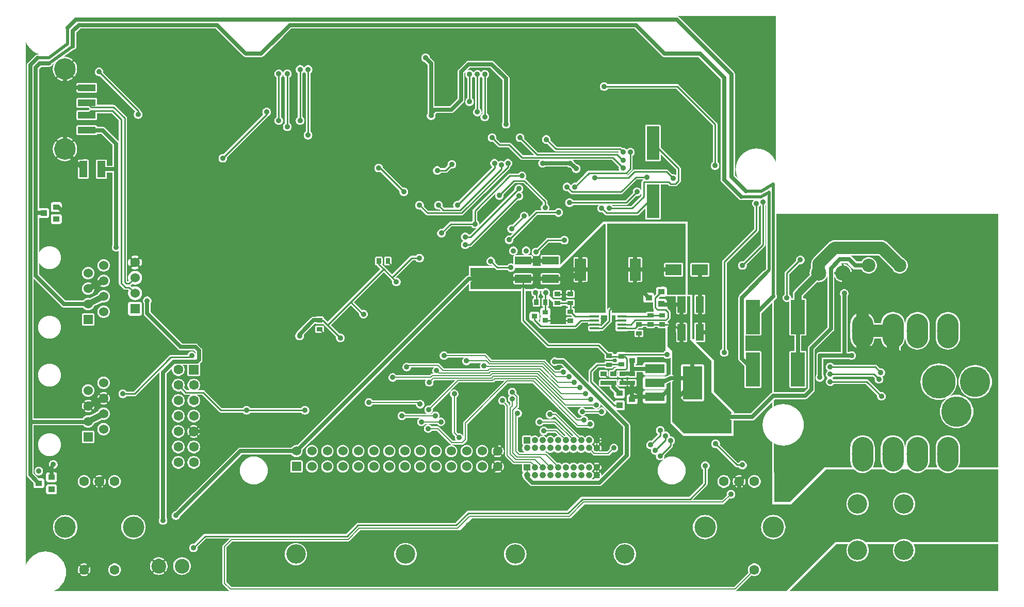
<source format=gbr>
G04 start of page 3 for group 1 idx 1 *
G04 Title: Power Board, solder *
G04 Creator: pcb 1.99z *
G04 CreationDate: Wed 11 Aug 2010 10:43:57 GMT UTC *
G04 For: rbarlow *
G04 Format: Gerber/RS-274X *
G04 PCB-Dimensions: 653543 393701 *
G04 PCB-Coordinate-Origin: lower left *
%MOIN*%
%FSLAX25Y25*%
%LNBACK*%
%ADD11C,0.0200*%
%ADD12C,0.0079*%
%ADD13C,0.0100*%
%ADD14C,0.0250*%
%ADD17C,0.0472*%
%ADD18C,0.0600*%
%ADD19C,0.0420*%
%ADD20C,0.0984*%
%ADD21C,0.0866*%
%ADD22C,0.1378*%
%ADD23C,0.1968*%
%ADD24C,0.2165*%
%ADD25C,0.1260*%
%ADD26C,0.1260*%
%ADD27C,0.0630*%
%ADD28C,0.0945*%
%ADD29C,0.0360*%
%ADD30C,0.0354*%
%ADD31R,0.0512X0.0512*%
%ADD35R,0.0283X0.0283*%
%ADD42R,0.0340X0.0340*%
%ADD45R,0.0290X0.0290*%
%ADD47R,0.0130X0.0130*%
%ADD50R,0.0709X0.0709*%
%ADD51C,0.0787*%
%ADD54R,0.0560X0.0560*%
%ADD55R,0.1220X0.1220*%
%ADD56C,0.1600*%
%ADD57C,0.0400*%
%ADD58C,0.0260*%
%ADD59C,0.0669*%
%ADD60C,0.1250*%
%ADD61C,0.0394*%
%ADD62C,0.1181*%
%ADD63C,0.0598*%
%ADD64C,0.1280*%
%ADD65C,0.0905*%
%ADD66C,0.0350*%
%ADD67C,0.0380*%
%ADD68C,0.0197*%
%ADD69C,0.0394*%
%ADD70R,0.0441X0.0441*%
%ADD71R,0.0906X0.0906*%
%ADD72R,0.0689X0.0689*%
%ADD73R,0.0807X0.0807*%
G54D11*G36*
X293307Y154922D02*Y162008D01*
X295942D01*
X295689Y161792D01*
X295408Y161463D01*
X295182Y161094D01*
X295017Y160695D01*
X294916Y160274D01*
X294882Y159843D01*
X294916Y159412D01*
X295017Y158991D01*
X295182Y158592D01*
X295408Y158223D01*
X295689Y157894D01*
X296018Y157613D01*
X296387Y157387D01*
X296786Y157222D01*
X297207Y157121D01*
X297638Y157087D01*
X298069Y157121D01*
X298490Y157222D01*
X298889Y157387D01*
X299258Y157613D01*
X299587Y157894D01*
X299868Y158223D01*
X300016Y158465D01*
X306955D01*
X306825Y158313D01*
X306599Y157944D01*
X306434Y157545D01*
X306333Y157124D01*
X306299Y156693D01*
X306333Y156262D01*
X306434Y155841D01*
X306599Y155442D01*
X306825Y155073D01*
X306954Y154922D01*
X293307D01*
G37*
G36*
Y200394D02*Y203867D01*
X299213Y209773D01*
Y200394D01*
X293307D01*
G37*
G36*
X287776Y105773D02*X287973Y105726D01*
X288189Y105709D01*
X294882D01*
X295098Y105726D01*
X295308Y105776D01*
X295508Y105859D01*
X295692Y105972D01*
X295856Y106113D01*
X295862Y106120D01*
X296063Y106321D01*
Y105123D01*
X295960Y105080D01*
X295425Y104752D01*
X294948Y104344D01*
X294540Y103867D01*
X294212Y103332D01*
X293972Y102752D01*
X293825Y102142D01*
X293776Y101516D01*
X293825Y100890D01*
X293972Y100280D01*
X294212Y99700D01*
X294540Y99165D01*
X294948Y98688D01*
X295425Y98280D01*
X295960Y97952D01*
X296063Y97909D01*
Y95123D01*
X295960Y95080D01*
X295425Y94752D01*
X294948Y94344D01*
X294540Y93867D01*
X294212Y93332D01*
X293972Y92752D01*
X293825Y92142D01*
X293776Y91516D01*
X293825Y90890D01*
X293972Y90280D01*
X294212Y89700D01*
X294540Y89165D01*
X294948Y88688D01*
X295425Y88280D01*
X295960Y87952D01*
X296063Y87909D01*
Y60784D01*
X290323Y55044D01*
X287776D01*
Y87516D01*
X288402Y87565D01*
X289012Y87712D01*
X289592Y87952D01*
X290127Y88280D01*
X290604Y88688D01*
X291012Y89165D01*
X291340Y89700D01*
X291580Y90280D01*
X291727Y90890D01*
X291776Y91516D01*
X291727Y92142D01*
X291580Y92752D01*
X291340Y93332D01*
X291012Y93867D01*
X290604Y94344D01*
X290127Y94752D01*
X289592Y95080D01*
X289012Y95320D01*
X288402Y95467D01*
X287776Y95516D01*
Y97516D01*
X288402Y97565D01*
X289012Y97712D01*
X289592Y97952D01*
X290127Y98280D01*
X290604Y98688D01*
X291012Y99165D01*
X291340Y99700D01*
X291580Y100280D01*
X291727Y100890D01*
X291776Y101516D01*
X291727Y102142D01*
X291580Y102752D01*
X291340Y103332D01*
X291012Y103867D01*
X290604Y104344D01*
X290127Y104752D01*
X289592Y105080D01*
X289012Y105320D01*
X288402Y105467D01*
X287776Y105516D01*
Y105773D01*
G37*
G36*
Y136680D02*X287815Y136634D01*
X288144Y136353D01*
X288386Y136205D01*
Y113387D01*
X288403Y113171D01*
X288453Y112961D01*
X288536Y112761D01*
X288649Y112577D01*
X288714Y112502D01*
X288789Y112413D01*
X290258Y110944D01*
X290192Y110668D01*
X290158Y110237D01*
X290192Y109806D01*
X290293Y109385D01*
X290458Y108986D01*
X290684Y108617D01*
X290814Y108465D01*
X288760D01*
X287776Y109449D01*
Y136680D01*
G37*
G36*
Y140947D02*X292696Y145867D01*
X296063D01*
Y120850D01*
X295875Y120662D01*
X295785Y120555D01*
X295735Y120497D01*
X295622Y120313D01*
X295539Y120113D01*
X295489Y119903D01*
X295472Y119687D01*
Y111241D01*
X295370Y111488D01*
X295144Y111857D01*
X294863Y112186D01*
X294534Y112467D01*
X294165Y112693D01*
X293766Y112858D01*
X293345Y112959D01*
X292914Y112993D01*
X292483Y112959D01*
X292207Y112893D01*
X291142Y113958D01*
Y136205D01*
X291384Y136353D01*
X291713Y136634D01*
X291994Y136963D01*
X292220Y137332D01*
X292385Y137731D01*
X292486Y138152D01*
X292520Y138583D01*
X292486Y139014D01*
X292385Y139435D01*
X292220Y139834D01*
X291994Y140203D01*
X291713Y140532D01*
X291384Y140813D01*
X291015Y141039D01*
X290616Y141204D01*
X290195Y141305D01*
X289764Y141339D01*
X289333Y141305D01*
X288912Y141204D01*
X288513Y141039D01*
X288144Y140813D01*
X287815Y140532D01*
X287776Y140486D01*
Y140947D01*
G37*
G36*
X277776Y114764D02*X278563D01*
X287214Y106113D01*
X287297Y106043D01*
X287379Y105972D01*
X287563Y105859D01*
X287763Y105776D01*
X287776Y105773D01*
Y105516D01*
X287150Y105467D01*
X286540Y105320D01*
X285960Y105080D01*
X285425Y104752D01*
X284948Y104344D01*
X284540Y103867D01*
X284212Y103332D01*
X283972Y102752D01*
X283825Y102142D01*
X283776Y101516D01*
X283825Y100890D01*
X283972Y100280D01*
X284212Y99700D01*
X284540Y99165D01*
X284948Y98688D01*
X285425Y98280D01*
X285960Y97952D01*
X286540Y97712D01*
X287150Y97565D01*
X287776Y97516D01*
Y95516D01*
X287150Y95467D01*
X286540Y95320D01*
X285960Y95080D01*
X285425Y94752D01*
X284948Y94344D01*
X284540Y93867D01*
X284212Y93332D01*
X283972Y92752D01*
X283825Y92142D01*
X283776Y91516D01*
X283825Y90890D01*
X283972Y90280D01*
X284212Y89700D01*
X284540Y89165D01*
X284948Y88688D01*
X285425Y88280D01*
X285960Y87952D01*
X286540Y87712D01*
X287150Y87565D01*
X287776Y87516D01*
Y55044D01*
X277776D01*
Y87516D01*
X278402Y87565D01*
X279012Y87712D01*
X279592Y87952D01*
X280127Y88280D01*
X280604Y88688D01*
X281012Y89165D01*
X281340Y89700D01*
X281580Y90280D01*
X281727Y90890D01*
X281776Y91516D01*
X281727Y92142D01*
X281580Y92752D01*
X281340Y93332D01*
X281012Y93867D01*
X280604Y94344D01*
X280127Y94752D01*
X279592Y95080D01*
X279012Y95320D01*
X278402Y95467D01*
X277776Y95516D01*
Y97516D01*
X278402Y97565D01*
X279012Y97712D01*
X279592Y97952D01*
X280127Y98280D01*
X280604Y98688D01*
X281012Y99165D01*
X281340Y99700D01*
X281580Y100280D01*
X281727Y100890D01*
X281776Y101516D01*
X281727Y102142D01*
X281580Y102752D01*
X281340Y103332D01*
X281012Y103867D01*
X280604Y104344D01*
X280127Y104752D01*
X279592Y105080D01*
X279012Y105320D01*
X278402Y105467D01*
X277776Y105516D01*
Y114764D01*
G37*
G36*
Y119095D02*X278725D01*
X278873Y118853D01*
X279154Y118524D01*
X279483Y118243D01*
X279852Y118017D01*
X280251Y117852D01*
X280672Y117751D01*
X281103Y117717D01*
X281534Y117751D01*
X281955Y117852D01*
X282354Y118017D01*
X282723Y118243D01*
X283052Y118524D01*
X283333Y118853D01*
X283559Y119222D01*
X283724Y119621D01*
X283825Y120042D01*
X283859Y120473D01*
X283825Y120904D01*
X283724Y121325D01*
X283559Y121724D01*
X283333Y122093D01*
X283052Y122422D01*
X282723Y122703D01*
X282354Y122929D01*
X281955Y123094D01*
X281534Y123195D01*
X281103Y123229D01*
X280672Y123195D01*
X280251Y123094D01*
X279882Y122941D01*
X280015Y123159D01*
X280180Y123558D01*
X280281Y123979D01*
X280315Y124410D01*
X280281Y124841D01*
X280180Y125262D01*
X280015Y125661D01*
X279789Y126030D01*
X279508Y126359D01*
X279179Y126640D01*
X278810Y126866D01*
X278411Y127031D01*
X277990Y127132D01*
X277776Y127149D01*
Y130947D01*
X287776Y140947D01*
Y140486D01*
X287534Y140203D01*
X287308Y139834D01*
X287143Y139435D01*
X287042Y139014D01*
X287008Y138583D01*
X287042Y138152D01*
X287143Y137731D01*
X287308Y137332D01*
X287534Y136963D01*
X287776Y136680D01*
Y109449D01*
X280108Y117117D01*
X279945Y117257D01*
X279760Y117370D01*
X279560Y117453D01*
X279350Y117503D01*
X279135Y117520D01*
X277776D01*
Y119095D01*
G37*
G36*
Y127149D02*X277559Y127166D01*
X277128Y127132D01*
X276707Y127031D01*
X276308Y126866D01*
X275939Y126640D01*
X275610Y126359D01*
X275329Y126030D01*
X275181Y125788D01*
X274231D01*
X274480Y125891D01*
X274849Y126117D01*
X275178Y126398D01*
X275459Y126727D01*
X275685Y127096D01*
X275850Y127495D01*
X275951Y127916D01*
X275985Y128347D01*
X275951Y128778D01*
X275884Y129055D01*
X277776Y130947D01*
Y127149D01*
G37*
G36*
X267776Y117822D02*X268073Y117751D01*
X268504Y117717D01*
X268935Y117751D01*
X269356Y117852D01*
X269755Y118017D01*
X270124Y118243D01*
X270453Y118524D01*
X270734Y118853D01*
X270882Y119095D01*
X277776D01*
Y117520D01*
X275213D01*
X275065Y117762D01*
X274784Y118091D01*
X274455Y118372D01*
X274086Y118598D01*
X273687Y118763D01*
X273266Y118864D01*
X272835Y118898D01*
X272404Y118864D01*
X271983Y118763D01*
X271584Y118598D01*
X271215Y118372D01*
X270886Y118091D01*
X270605Y117762D01*
X270379Y117393D01*
X270214Y116994D01*
X270113Y116573D01*
X270079Y116142D01*
X270113Y115711D01*
X270214Y115290D01*
X270379Y114891D01*
X270605Y114522D01*
X270886Y114193D01*
X271215Y113912D01*
X271584Y113686D01*
X271983Y113521D01*
X272404Y113420D01*
X272835Y113386D01*
X273266Y113420D01*
X273687Y113521D01*
X274086Y113686D01*
X274455Y113912D01*
X274784Y114193D01*
X275065Y114522D01*
X275213Y114764D01*
X277776D01*
Y105516D01*
X277150Y105467D01*
X276540Y105320D01*
X275960Y105080D01*
X275425Y104752D01*
X274948Y104344D01*
X274540Y103867D01*
X274212Y103332D01*
X273972Y102752D01*
X273825Y102142D01*
X273776Y101516D01*
X273825Y100890D01*
X273972Y100280D01*
X274212Y99700D01*
X274540Y99165D01*
X274948Y98688D01*
X275425Y98280D01*
X275960Y97952D01*
X276540Y97712D01*
X277150Y97565D01*
X277776Y97516D01*
Y95516D01*
X277150Y95467D01*
X276540Y95320D01*
X275960Y95080D01*
X275425Y94752D01*
X274948Y94344D01*
X274540Y93867D01*
X274212Y93332D01*
X273972Y92752D01*
X273825Y92142D01*
X273776Y91516D01*
X273825Y90890D01*
X273972Y90280D01*
X274212Y89700D01*
X274540Y89165D01*
X274948Y88688D01*
X275425Y88280D01*
X275960Y87952D01*
X276540Y87712D01*
X277150Y87565D01*
X277776Y87516D01*
Y55044D01*
X267776D01*
Y87516D01*
X268402Y87565D01*
X269012Y87712D01*
X269592Y87952D01*
X270127Y88280D01*
X270604Y88688D01*
X271012Y89165D01*
X271340Y89700D01*
X271580Y90280D01*
X271727Y90890D01*
X271776Y91516D01*
X271727Y92142D01*
X271580Y92752D01*
X271340Y93332D01*
X271012Y93867D01*
X270604Y94344D01*
X270127Y94752D01*
X269592Y95080D01*
X269012Y95320D01*
X268402Y95467D01*
X267776Y95516D01*
Y97516D01*
X268402Y97565D01*
X269012Y97712D01*
X269592Y97952D01*
X270127Y98280D01*
X270604Y98688D01*
X271012Y99165D01*
X271340Y99700D01*
X271580Y100280D01*
X271727Y100890D01*
X271776Y101516D01*
X271727Y102142D01*
X271580Y102752D01*
X271340Y103332D01*
X271012Y103867D01*
X270604Y104344D01*
X270127Y104752D01*
X269592Y105080D01*
X269012Y105320D01*
X268402Y105467D01*
X267776Y105516D01*
Y117822D01*
G37*
G36*
Y147835D02*X271521D01*
X271392Y147684D01*
X271166Y147315D01*
X271001Y146916D01*
X270900Y146495D01*
X270866Y146064D01*
X270900Y145633D01*
X271001Y145212D01*
X271166Y144813D01*
X271392Y144444D01*
X271673Y144115D01*
X272002Y143834D01*
X272371Y143608D01*
X272770Y143443D01*
X273191Y143342D01*
X273622Y143308D01*
X274053Y143342D01*
X274474Y143443D01*
X274873Y143608D01*
X275242Y143834D01*
X275571Y144115D01*
X275852Y144444D01*
X276078Y144813D01*
X276243Y145212D01*
X276344Y145633D01*
X276378Y146064D01*
X276344Y146495D01*
X276278Y146772D01*
X276948Y147442D01*
X290373D01*
X273934Y131003D01*
X273660Y131069D01*
X273229Y131103D01*
X272798Y131069D01*
X272377Y130968D01*
X271978Y130803D01*
X271609Y130577D01*
X271280Y130296D01*
X270999Y129967D01*
X270773Y129598D01*
X270608Y129199D01*
X270507Y128778D01*
X270473Y128347D01*
X270507Y127916D01*
X270608Y127495D01*
X270773Y127096D01*
X270999Y126727D01*
X271280Y126398D01*
X271609Y126117D01*
X271978Y125891D01*
X272227Y125788D01*
X267776D01*
Y129139D01*
X268148Y129168D01*
X268569Y129269D01*
X268968Y129434D01*
X269337Y129660D01*
X269666Y129941D01*
X269947Y130270D01*
X270173Y130639D01*
X270338Y131038D01*
X270439Y131459D01*
X270473Y131890D01*
X270439Y132321D01*
X270338Y132742D01*
X270173Y133141D01*
X269947Y133510D01*
X269666Y133839D01*
X269337Y134120D01*
X268968Y134346D01*
X268569Y134511D01*
X268148Y134612D01*
X267776Y134641D01*
Y147835D01*
G37*
G36*
X257776Y122394D02*X257855Y122461D01*
X258136Y122790D01*
X258284Y123032D01*
X267502D01*
X267253Y122929D01*
X266884Y122703D01*
X266555Y122422D01*
X266274Y122093D01*
X266048Y121724D01*
X265883Y121325D01*
X265782Y120904D01*
X265748Y120473D01*
X265782Y120042D01*
X265883Y119621D01*
X266048Y119222D01*
X266274Y118853D01*
X266555Y118524D01*
X266884Y118243D01*
X267253Y118017D01*
X267652Y117852D01*
X267776Y117822D01*
Y105516D01*
X267150Y105467D01*
X266540Y105320D01*
X265960Y105080D01*
X265425Y104752D01*
X264948Y104344D01*
X264540Y103867D01*
X264212Y103332D01*
X263972Y102752D01*
X263825Y102142D01*
X263776Y101516D01*
X263825Y100890D01*
X263972Y100280D01*
X264212Y99700D01*
X264540Y99165D01*
X264948Y98688D01*
X265425Y98280D01*
X265960Y97952D01*
X266540Y97712D01*
X267150Y97565D01*
X267776Y97516D01*
Y95516D01*
X267150Y95467D01*
X266540Y95320D01*
X265960Y95080D01*
X265425Y94752D01*
X264948Y94344D01*
X264540Y93867D01*
X264212Y93332D01*
X263972Y92752D01*
X263825Y92142D01*
X263776Y91516D01*
X263825Y90890D01*
X263972Y90280D01*
X264212Y89700D01*
X264540Y89165D01*
X264948Y88688D01*
X265425Y88280D01*
X265960Y87952D01*
X266540Y87712D01*
X267150Y87565D01*
X267776Y87516D01*
Y55044D01*
X257776D01*
Y87516D01*
X258402Y87565D01*
X259012Y87712D01*
X259592Y87952D01*
X260127Y88280D01*
X260604Y88688D01*
X261012Y89165D01*
X261340Y89700D01*
X261580Y90280D01*
X261727Y90890D01*
X261776Y91516D01*
X261727Y92142D01*
X261580Y92752D01*
X261340Y93332D01*
X261012Y93867D01*
X260604Y94344D01*
X260127Y94752D01*
X259592Y95080D01*
X259012Y95320D01*
X258402Y95467D01*
X257776Y95516D01*
Y97516D01*
X258402Y97565D01*
X259012Y97712D01*
X259592Y97952D01*
X260127Y98280D01*
X260604Y98688D01*
X261012Y99165D01*
X261340Y99700D01*
X261580Y100280D01*
X261727Y100890D01*
X261776Y101516D01*
X261727Y102142D01*
X261580Y102752D01*
X261340Y103332D01*
X261012Y103867D01*
X260604Y104344D01*
X260127Y104752D01*
X259592Y105080D01*
X259012Y105320D01*
X258402Y105467D01*
X257776Y105516D01*
Y122394D01*
G37*
G36*
X267776Y125788D02*X258284D01*
X258136Y126030D01*
X257855Y126359D01*
X257776Y126426D01*
Y131693D01*
X264977D01*
X264995Y131459D01*
X265096Y131038D01*
X265261Y130639D01*
X265487Y130270D01*
X265768Y129941D01*
X266097Y129660D01*
X266466Y129434D01*
X266865Y129269D01*
X267286Y129168D01*
X267717Y129134D01*
X267776Y129139D01*
Y125788D01*
G37*
G36*
X257776Y126426D02*X257526Y126640D01*
X257157Y126866D01*
X256758Y127031D01*
X256337Y127132D01*
X255906Y127166D01*
X255475Y127132D01*
X255054Y127031D01*
X254655Y126866D01*
X254286Y126640D01*
X253957Y126359D01*
X253676Y126030D01*
X253450Y125661D01*
X253285Y125262D01*
X253184Y124841D01*
X253150Y124410D01*
X253184Y123979D01*
X253285Y123558D01*
X253450Y123159D01*
X253676Y122790D01*
X253957Y122461D01*
X254286Y122180D01*
X254655Y121954D01*
X255054Y121789D01*
X255475Y121688D01*
X255906Y121654D01*
X256337Y121688D01*
X256758Y121789D01*
X257157Y121954D01*
X257526Y122180D01*
X257776Y122394D01*
Y105516D01*
X257150Y105467D01*
X256540Y105320D01*
X255960Y105080D01*
X255425Y104752D01*
X254948Y104344D01*
X254540Y103867D01*
X254212Y103332D01*
X253972Y102752D01*
X253825Y102142D01*
X253776Y101516D01*
X253825Y100890D01*
X253972Y100280D01*
X254212Y99700D01*
X254540Y99165D01*
X254948Y98688D01*
X255425Y98280D01*
X255960Y97952D01*
X256540Y97712D01*
X257150Y97565D01*
X257776Y97516D01*
Y95516D01*
X257150Y95467D01*
X256540Y95320D01*
X255960Y95080D01*
X255425Y94752D01*
X254948Y94344D01*
X254540Y93867D01*
X254212Y93332D01*
X253972Y92752D01*
X253825Y92142D01*
X253776Y91516D01*
X253825Y90890D01*
X253972Y90280D01*
X254212Y89700D01*
X254540Y89165D01*
X254948Y88688D01*
X255425Y88280D01*
X255960Y87952D01*
X256540Y87712D01*
X257150Y87565D01*
X257776Y87516D01*
Y55044D01*
X247776D01*
Y87516D01*
X248402Y87565D01*
X249012Y87712D01*
X249592Y87952D01*
X250127Y88280D01*
X250604Y88688D01*
X251012Y89165D01*
X251340Y89700D01*
X251580Y90280D01*
X251727Y90890D01*
X251776Y91516D01*
X251727Y92142D01*
X251580Y92752D01*
X251340Y93332D01*
X251012Y93867D01*
X250604Y94344D01*
X250127Y94752D01*
X249592Y95080D01*
X249012Y95320D01*
X248402Y95467D01*
X247776Y95516D01*
Y97516D01*
X248402Y97565D01*
X249012Y97712D01*
X249592Y97952D01*
X250127Y98280D01*
X250604Y98688D01*
X251012Y99165D01*
X251340Y99700D01*
X251580Y100280D01*
X251727Y100890D01*
X251776Y101516D01*
X251727Y102142D01*
X251580Y102752D01*
X251340Y103332D01*
X251012Y103867D01*
X250604Y104344D01*
X250127Y104752D01*
X249592Y105080D01*
X249012Y105320D01*
X248402Y105467D01*
X247776Y105516D01*
Y131693D01*
X257776D01*
Y126426D01*
G37*
G36*
X247776Y147586D02*X248051Y147264D01*
X248380Y146983D01*
X248749Y146757D01*
X249148Y146592D01*
X249569Y146491D01*
X250000Y146457D01*
X250431Y146491D01*
X250852Y146592D01*
X251251Y146757D01*
X251620Y146983D01*
X251949Y147264D01*
X252230Y147593D01*
X252378Y147835D01*
X267776D01*
Y134641D01*
X267717Y134646D01*
X267286Y134612D01*
X266865Y134511D01*
X266686Y134437D01*
X266537Y134449D01*
X247776D01*
Y147586D01*
G37*
G36*
Y158336D02*X296063Y206623D01*
Y164764D01*
X285449D01*
X285301Y165006D01*
X285020Y165335D01*
X284691Y165616D01*
X284322Y165842D01*
X283923Y166007D01*
X283502Y166108D01*
X283071Y166142D01*
X282640Y166108D01*
X282219Y166007D01*
X281820Y165842D01*
X281451Y165616D01*
X281122Y165335D01*
X280841Y165006D01*
X280615Y164637D01*
X280450Y164238D01*
X280349Y163817D01*
X280315Y163386D01*
X280349Y162955D01*
X280450Y162534D01*
X280615Y162135D01*
X280841Y161766D01*
X281122Y161437D01*
X281451Y161156D01*
X281820Y160930D01*
X282219Y160765D01*
X282640Y160664D01*
X283071Y160630D01*
X283502Y160664D01*
X283923Y160765D01*
X284322Y160930D01*
X284691Y161156D01*
X285020Y161437D01*
X285301Y161766D01*
X285449Y162008D01*
X295942D01*
X295689Y161792D01*
X295408Y161463D01*
X295182Y161094D01*
X295017Y160695D01*
X294916Y160274D01*
X294882Y159843D01*
X294916Y159412D01*
X295017Y158991D01*
X295182Y158592D01*
X295408Y158223D01*
X295689Y157894D01*
X296018Y157613D01*
X296063Y157585D01*
Y154922D01*
X283248D01*
X280108Y158062D01*
X279945Y158202D01*
X279760Y158315D01*
X279560Y158398D01*
X279350Y158448D01*
X279135Y158465D01*
X260249D01*
X260236Y158466D01*
X260084Y158454D01*
X259907Y158527D01*
X259486Y158628D01*
X259055Y158662D01*
X258624Y158628D01*
X258203Y158527D01*
X257804Y158362D01*
X257435Y158136D01*
X257106Y157855D01*
X256825Y157526D01*
X256599Y157157D01*
X256434Y156758D01*
X256333Y156337D01*
X256299Y155906D01*
X256333Y155475D01*
X256434Y155054D01*
X256599Y154655D01*
X256825Y154286D01*
X257106Y153957D01*
X257435Y153676D01*
X257804Y153450D01*
X258203Y153285D01*
X258624Y153184D01*
X259055Y153150D01*
X259486Y153184D01*
X259907Y153285D01*
X260306Y153450D01*
X260675Y153676D01*
X261004Y153957D01*
X261285Y154286D01*
X261511Y154655D01*
X261676Y155054D01*
X261777Y155475D01*
X261795Y155709D01*
X276650D01*
X276397Y155493D01*
X276116Y155164D01*
X275890Y154795D01*
X275725Y154396D01*
X275624Y153975D01*
X275590Y153544D01*
X275624Y153113D01*
X275725Y152692D01*
X275890Y152293D01*
X276116Y151924D01*
X276246Y151772D01*
X275603D01*
X275590Y151773D01*
X275374Y151756D01*
X275164Y151705D01*
X274964Y151623D01*
X274780Y151510D01*
X274615Y151369D01*
X273837Y150591D01*
X252378D01*
X252230Y150833D01*
X251949Y151162D01*
X251620Y151443D01*
X251251Y151669D01*
X250852Y151834D01*
X250431Y151935D01*
X250000Y151969D01*
X249569Y151935D01*
X249148Y151834D01*
X248749Y151669D01*
X248380Y151443D01*
X248051Y151162D01*
X247776Y150840D01*
Y158336D01*
G37*
G36*
X237776Y131693D02*X247776D01*
Y105516D01*
X247150Y105467D01*
X246540Y105320D01*
X245960Y105080D01*
X245425Y104752D01*
X244948Y104344D01*
X244540Y103867D01*
X244212Y103332D01*
X243972Y102752D01*
X243825Y102142D01*
X243776Y101516D01*
X243825Y100890D01*
X243972Y100280D01*
X244212Y99700D01*
X244540Y99165D01*
X244948Y98688D01*
X245425Y98280D01*
X245960Y97952D01*
X246540Y97712D01*
X247150Y97565D01*
X247776Y97516D01*
Y95516D01*
X247150Y95467D01*
X246540Y95320D01*
X245960Y95080D01*
X245425Y94752D01*
X244948Y94344D01*
X244540Y93867D01*
X244212Y93332D01*
X243972Y92752D01*
X243825Y92142D01*
X243776Y91516D01*
X243825Y90890D01*
X243972Y90280D01*
X244212Y89700D01*
X244540Y89165D01*
X244948Y88688D01*
X245425Y88280D01*
X245960Y87952D01*
X246540Y87712D01*
X247150Y87565D01*
X247776Y87516D01*
Y55044D01*
X237776D01*
Y87516D01*
X238402Y87565D01*
X239012Y87712D01*
X239592Y87952D01*
X240127Y88280D01*
X240604Y88688D01*
X241012Y89165D01*
X241340Y89700D01*
X241580Y90280D01*
X241727Y90890D01*
X241776Y91516D01*
X241727Y92142D01*
X241580Y92752D01*
X241340Y93332D01*
X241012Y93867D01*
X240604Y94344D01*
X240127Y94752D01*
X239592Y95080D01*
X239012Y95320D01*
X238402Y95467D01*
X237776Y95516D01*
Y97516D01*
X238402Y97565D01*
X239012Y97712D01*
X239592Y97952D01*
X240127Y98280D01*
X240604Y98688D01*
X241012Y99165D01*
X241340Y99700D01*
X241580Y100280D01*
X241727Y100890D01*
X241776Y101516D01*
X241727Y102142D01*
X241580Y102752D01*
X241340Y103332D01*
X241012Y103867D01*
X240604Y104344D01*
X240127Y104752D01*
X239592Y105080D01*
X239012Y105320D01*
X238402Y105467D01*
X237776Y105516D01*
Y131693D01*
G37*
G36*
Y148336D02*X247776Y158336D01*
Y150840D01*
X247770Y150833D01*
X247544Y150464D01*
X247379Y150065D01*
X247278Y149644D01*
X247244Y149213D01*
X247278Y148782D01*
X247379Y148361D01*
X247544Y147962D01*
X247770Y147593D01*
X247776Y147586D01*
Y134449D01*
X237776D01*
Y148336D01*
G37*
G36*
X227776Y138336D02*X237776Y148336D01*
Y134449D01*
X237024D01*
X236876Y134691D01*
X236595Y135020D01*
X236266Y135301D01*
X235897Y135527D01*
X235498Y135692D01*
X235077Y135793D01*
X234646Y135827D01*
X234215Y135793D01*
X233794Y135692D01*
X233395Y135527D01*
X233026Y135301D01*
X232697Y135020D01*
X232416Y134691D01*
X232190Y134322D01*
X232025Y133923D01*
X231924Y133502D01*
X231890Y133071D01*
X231924Y132640D01*
X232025Y132219D01*
X232190Y131820D01*
X232416Y131451D01*
X232697Y131122D01*
X233026Y130841D01*
X233395Y130615D01*
X233794Y130450D01*
X234215Y130349D01*
X234646Y130315D01*
X235077Y130349D01*
X235498Y130450D01*
X235897Y130615D01*
X236266Y130841D01*
X236595Y131122D01*
X236876Y131451D01*
X237024Y131693D01*
X237776D01*
Y105516D01*
X237150Y105467D01*
X236540Y105320D01*
X235960Y105080D01*
X235425Y104752D01*
X234948Y104344D01*
X234540Y103867D01*
X234212Y103332D01*
X233972Y102752D01*
X233825Y102142D01*
X233776Y101516D01*
X233825Y100890D01*
X233972Y100280D01*
X234212Y99700D01*
X234540Y99165D01*
X234948Y98688D01*
X235425Y98280D01*
X235960Y97952D01*
X236540Y97712D01*
X237150Y97565D01*
X237776Y97516D01*
Y95516D01*
X237150Y95467D01*
X236540Y95320D01*
X235960Y95080D01*
X235425Y94752D01*
X234948Y94344D01*
X234540Y93867D01*
X234212Y93332D01*
X233972Y92752D01*
X233825Y92142D01*
X233776Y91516D01*
X233825Y90890D01*
X233972Y90280D01*
X234212Y89700D01*
X234540Y89165D01*
X234948Y88688D01*
X235425Y88280D01*
X235960Y87952D01*
X236540Y87712D01*
X237150Y87565D01*
X237776Y87516D01*
Y55044D01*
X227776D01*
Y87516D01*
X228402Y87565D01*
X229012Y87712D01*
X229592Y87952D01*
X230127Y88280D01*
X230604Y88688D01*
X231012Y89165D01*
X231340Y89700D01*
X231580Y90280D01*
X231727Y90890D01*
X231776Y91516D01*
X231727Y92142D01*
X231580Y92752D01*
X231340Y93332D01*
X231012Y93867D01*
X230604Y94344D01*
X230127Y94752D01*
X229592Y95080D01*
X229012Y95320D01*
X228402Y95467D01*
X227776Y95516D01*
Y97516D01*
X228402Y97565D01*
X229012Y97712D01*
X229592Y97952D01*
X230127Y98280D01*
X230604Y98688D01*
X231012Y99165D01*
X231340Y99700D01*
X231580Y100280D01*
X231727Y100890D01*
X231776Y101516D01*
X231727Y102142D01*
X231580Y102752D01*
X231340Y103332D01*
X231012Y103867D01*
X230604Y104344D01*
X230127Y104752D01*
X229592Y105080D01*
X229012Y105320D01*
X228402Y105467D01*
X227776Y105516D01*
Y138336D01*
G37*
G36*
X217776Y128336D02*X227776Y138336D01*
Y105516D01*
X227150Y105467D01*
X226540Y105320D01*
X225960Y105080D01*
X225425Y104752D01*
X224948Y104344D01*
X224540Y103867D01*
X224212Y103332D01*
X223972Y102752D01*
X223825Y102142D01*
X223776Y101516D01*
X223825Y100890D01*
X223972Y100280D01*
X224212Y99700D01*
X224540Y99165D01*
X224948Y98688D01*
X225425Y98280D01*
X225960Y97952D01*
X226540Y97712D01*
X227150Y97565D01*
X227776Y97516D01*
Y95516D01*
X227150Y95467D01*
X226540Y95320D01*
X225960Y95080D01*
X225425Y94752D01*
X224948Y94344D01*
X224540Y93867D01*
X224212Y93332D01*
X223972Y92752D01*
X223825Y92142D01*
X223776Y91516D01*
X223825Y90890D01*
X223972Y90280D01*
X224212Y89700D01*
X224540Y89165D01*
X224948Y88688D01*
X225425Y88280D01*
X225960Y87952D01*
X226540Y87712D01*
X227150Y87565D01*
X227776Y87516D01*
Y55044D01*
X227559D01*
X227324Y55026D01*
X227095Y54971D01*
X226878Y54881D01*
X226677Y54758D01*
X226498Y54605D01*
X219850Y47957D01*
X217776D01*
Y87516D01*
X218402Y87565D01*
X219012Y87712D01*
X219592Y87952D01*
X220127Y88280D01*
X220604Y88688D01*
X221012Y89165D01*
X221340Y89700D01*
X221580Y90280D01*
X221727Y90890D01*
X221776Y91516D01*
X221727Y92142D01*
X221580Y92752D01*
X221340Y93332D01*
X221012Y93867D01*
X220604Y94344D01*
X220127Y94752D01*
X219592Y95080D01*
X219012Y95320D01*
X218402Y95467D01*
X217776Y95516D01*
Y97516D01*
X218402Y97565D01*
X219012Y97712D01*
X219592Y97952D01*
X220127Y98280D01*
X220604Y98688D01*
X221012Y99165D01*
X221340Y99700D01*
X221580Y100280D01*
X221727Y100890D01*
X221776Y101516D01*
X221727Y102142D01*
X221580Y102752D01*
X221340Y103332D01*
X221012Y103867D01*
X220604Y104344D01*
X220127Y104752D01*
X219592Y105080D01*
X219012Y105320D01*
X218402Y105467D01*
X217776Y105516D01*
Y128336D01*
G37*
G36*
X207776Y118336D02*X217776Y128336D01*
Y105516D01*
X217150Y105467D01*
X216540Y105320D01*
X215960Y105080D01*
X215425Y104752D01*
X214948Y104344D01*
X214540Y103867D01*
X214212Y103332D01*
X213972Y102752D01*
X213825Y102142D01*
X213776Y101516D01*
X213825Y100890D01*
X213972Y100280D01*
X214212Y99700D01*
X214540Y99165D01*
X214948Y98688D01*
X215425Y98280D01*
X215960Y97952D01*
X216540Y97712D01*
X217150Y97565D01*
X217776Y97516D01*
Y95516D01*
X217150Y95467D01*
X216540Y95320D01*
X215960Y95080D01*
X215425Y94752D01*
X214948Y94344D01*
X214540Y93867D01*
X214212Y93332D01*
X213972Y92752D01*
X213825Y92142D01*
X213776Y91516D01*
X213825Y90890D01*
X213972Y90280D01*
X214212Y89700D01*
X214540Y89165D01*
X214948Y88688D01*
X215425Y88280D01*
X215960Y87952D01*
X216540Y87712D01*
X217150Y87565D01*
X217776Y87516D01*
Y47957D01*
X207776D01*
Y87516D01*
X208402Y87565D01*
X209012Y87712D01*
X209592Y87952D01*
X210127Y88280D01*
X210604Y88688D01*
X211012Y89165D01*
X211340Y89700D01*
X211580Y90280D01*
X211727Y90890D01*
X211776Y91516D01*
X211727Y92142D01*
X211580Y92752D01*
X211340Y93332D01*
X211012Y93867D01*
X210604Y94344D01*
X210127Y94752D01*
X209592Y95080D01*
X209012Y95320D01*
X208402Y95467D01*
X207776Y95516D01*
Y97516D01*
X208402Y97565D01*
X209012Y97712D01*
X209592Y97952D01*
X210127Y98280D01*
X210604Y98688D01*
X211012Y99165D01*
X211340Y99700D01*
X211580Y100280D01*
X211727Y100890D01*
X211776Y101516D01*
X211727Y102142D01*
X211580Y102752D01*
X211340Y103332D01*
X211012Y103867D01*
X210604Y104344D01*
X210127Y104752D01*
X209592Y105080D01*
X209012Y105320D01*
X208402Y105467D01*
X207776Y105516D01*
Y118336D01*
G37*
G36*
X197776Y108336D02*X207776Y118336D01*
Y105516D01*
X207150Y105467D01*
X206540Y105320D01*
X205960Y105080D01*
X205425Y104752D01*
X204948Y104344D01*
X204540Y103867D01*
X204212Y103332D01*
X203972Y102752D01*
X203825Y102142D01*
X203776Y101516D01*
X203825Y100890D01*
X203972Y100280D01*
X204212Y99700D01*
X204540Y99165D01*
X204948Y98688D01*
X205425Y98280D01*
X205960Y97952D01*
X206540Y97712D01*
X207150Y97565D01*
X207776Y97516D01*
Y95516D01*
X207150Y95467D01*
X206540Y95320D01*
X205960Y95080D01*
X205425Y94752D01*
X204948Y94344D01*
X204540Y93867D01*
X204212Y93332D01*
X203972Y92752D01*
X203825Y92142D01*
X203776Y91516D01*
X203825Y90890D01*
X203972Y90280D01*
X204212Y89700D01*
X204540Y89165D01*
X204948Y88688D01*
X205425Y88280D01*
X205960Y87952D01*
X206540Y87712D01*
X207150Y87565D01*
X207776Y87516D01*
Y47957D01*
X197776D01*
Y87516D01*
X198402Y87565D01*
X199012Y87712D01*
X199592Y87952D01*
X200127Y88280D01*
X200604Y88688D01*
X201012Y89165D01*
X201340Y89700D01*
X201580Y90280D01*
X201727Y90890D01*
X201776Y91516D01*
X201727Y92142D01*
X201580Y92752D01*
X201340Y93332D01*
X201012Y93867D01*
X200604Y94344D01*
X200127Y94752D01*
X199592Y95080D01*
X199012Y95320D01*
X198402Y95467D01*
X197776Y95516D01*
Y97516D01*
X198402Y97565D01*
X199012Y97712D01*
X199592Y97952D01*
X200127Y98280D01*
X200604Y98688D01*
X201012Y99165D01*
X201340Y99700D01*
X201580Y100280D01*
X201727Y100890D01*
X201776Y101516D01*
X201727Y102142D01*
X201580Y102752D01*
X201340Y103332D01*
X201012Y103867D01*
X200604Y104344D01*
X200127Y104752D01*
X199592Y105080D01*
X199012Y105320D01*
X198402Y105467D01*
X197776Y105516D01*
Y108336D01*
G37*
G36*
X187776Y97516D02*X188402Y97565D01*
X189012Y97712D01*
X189592Y97952D01*
X190127Y98280D01*
X190604Y98688D01*
X191012Y99165D01*
X191340Y99700D01*
X191580Y100280D01*
X191727Y100890D01*
X191776Y101516D01*
X191727Y102142D01*
X191699Y102259D01*
X197776Y108336D01*
Y105516D01*
X197150Y105467D01*
X196540Y105320D01*
X195960Y105080D01*
X195425Y104752D01*
X194948Y104344D01*
X194540Y103867D01*
X194212Y103332D01*
X193972Y102752D01*
X193825Y102142D01*
X193776Y101516D01*
X193825Y100890D01*
X193972Y100280D01*
X194212Y99700D01*
X194540Y99165D01*
X194948Y98688D01*
X195425Y98280D01*
X195960Y97952D01*
X196540Y97712D01*
X197150Y97565D01*
X197776Y97516D01*
Y95516D01*
X197150Y95467D01*
X196540Y95320D01*
X195960Y95080D01*
X195425Y94752D01*
X194948Y94344D01*
X194540Y93867D01*
X194212Y93332D01*
X193972Y92752D01*
X193825Y92142D01*
X193776Y91516D01*
X193825Y90890D01*
X193972Y90280D01*
X194212Y89700D01*
X194540Y89165D01*
X194948Y88688D01*
X195425Y88280D01*
X195960Y87952D01*
X196540Y87712D01*
X197150Y87565D01*
X197776Y87516D01*
Y47957D01*
X187776D01*
Y87522D01*
X190932Y87528D01*
X191085Y87565D01*
X191230Y87625D01*
X191364Y87707D01*
X191483Y87809D01*
X191585Y87928D01*
X191667Y88062D01*
X191727Y88207D01*
X191764Y88360D01*
X191776Y88516D01*
X191764Y94672D01*
X191727Y94825D01*
X191667Y94970D01*
X191585Y95104D01*
X191483Y95223D01*
X191364Y95325D01*
X191230Y95407D01*
X191085Y95467D01*
X190932Y95504D01*
X190776Y95516D01*
X187776Y95510D01*
Y97516D01*
G37*
G36*
X151574Y47957D02*Y86828D01*
X151716Y86235D01*
X152257Y84930D01*
X152995Y83726D01*
X153912Y82652D01*
X154986Y81735D01*
X156190Y80997D01*
X157495Y80456D01*
X158868Y80127D01*
X160276Y80016D01*
X161684Y80127D01*
X163057Y80456D01*
X164362Y80997D01*
X165566Y81735D01*
X166640Y82652D01*
X167557Y83726D01*
X168295Y84930D01*
X168836Y86235D01*
X169165Y87608D01*
X169276Y89016D01*
X169165Y90424D01*
X168836Y91797D01*
X168295Y93102D01*
X167557Y94306D01*
X166640Y95380D01*
X165566Y96297D01*
X164362Y97035D01*
X163057Y97576D01*
X161684Y97905D01*
X160276Y98016D01*
X158868Y97905D01*
X157495Y97576D01*
X156190Y97035D01*
X154986Y96297D01*
X153912Y95380D01*
X152995Y94306D01*
X152257Y93102D01*
X151716Y91797D01*
X151574Y91204D01*
Y98394D01*
X152446Y99266D01*
X184478D01*
X184540Y99165D01*
X184948Y98688D01*
X185425Y98280D01*
X185960Y97952D01*
X186540Y97712D01*
X187150Y97565D01*
X187776Y97516D01*
Y95510D01*
X184620Y95504D01*
X184467Y95467D01*
X184322Y95407D01*
X184188Y95325D01*
X184069Y95223D01*
X183967Y95104D01*
X183885Y94970D01*
X183825Y94825D01*
X183788Y94672D01*
X183776Y94516D01*
X183788Y88360D01*
X183825Y88207D01*
X183885Y88062D01*
X183967Y87928D01*
X184069Y87809D01*
X184188Y87707D01*
X184322Y87625D01*
X184467Y87565D01*
X184620Y87528D01*
X184776Y87516D01*
X187776Y87522D01*
Y47957D01*
X151574D01*
G37*
G36*
X283465Y240531D02*X283476Y240540D01*
X283761Y240874D01*
X283991Y241249D01*
X284159Y241655D01*
X284262Y242082D01*
X284296Y242520D01*
X284262Y242958D01*
X284222Y243126D01*
X288022Y246926D01*
X300795D01*
X300885Y246780D01*
X301170Y246446D01*
X301504Y246161D01*
X301879Y245931D01*
X302285Y245763D01*
X302712Y245660D01*
X303150Y245626D01*
X303588Y245660D01*
X303833Y245719D01*
X299772Y241658D01*
X299206D01*
X299116Y241804D01*
X298831Y242138D01*
X298497Y242423D01*
X298122Y242653D01*
X297716Y242821D01*
X297289Y242924D01*
X296851Y242958D01*
X296413Y242924D01*
X295986Y242821D01*
X295580Y242653D01*
X295205Y242423D01*
X294871Y242138D01*
X294586Y241804D01*
X294356Y241429D01*
X294188Y241023D01*
X294085Y240596D01*
X294051Y240158D01*
X294085Y239720D01*
X294188Y239293D01*
X294356Y238887D01*
X294586Y238512D01*
X294871Y238178D01*
X295205Y237893D01*
X295580Y237663D01*
X295735Y237599D01*
X295580Y237535D01*
X295205Y237305D01*
X294871Y237020D01*
X294586Y236686D01*
X294356Y236311D01*
X294188Y235905D01*
X294085Y235478D01*
X294051Y235040D01*
X294085Y234602D01*
X294188Y234175D01*
X294356Y233769D01*
X294586Y233394D01*
X294871Y233060D01*
X295205Y232775D01*
X295580Y232545D01*
X295986Y232377D01*
X296413Y232274D01*
X296851Y232240D01*
X297289Y232274D01*
X297716Y232377D01*
X298122Y232545D01*
X298497Y232775D01*
X298831Y233060D01*
X299116Y233394D01*
X299206Y233540D01*
X300000D01*
X300235Y233558D01*
X300464Y233613D01*
X300681Y233703D01*
X300882Y233826D01*
X301061Y233979D01*
X301073Y233993D01*
X309973Y242893D01*
X310236Y221262D01*
X299213D01*
X299214Y215239D01*
X298900Y215214D01*
X298557Y215132D01*
X298231Y214997D01*
X297929Y214812D01*
X297661Y214583D01*
X283465Y200387D01*
Y240531D01*
G37*
G36*
Y254012D02*X294488D01*
X294723Y254030D01*
X294952Y254085D01*
X295169Y254175D01*
X295370Y254298D01*
X295549Y254451D01*
X295561Y254465D01*
X309660Y268564D01*
X309694Y265753D01*
X302089Y258148D01*
X301936Y257969D01*
X301813Y257768D01*
X301723Y257551D01*
X301668Y257322D01*
X301650Y257087D01*
Y250781D01*
X301504Y250691D01*
X301170Y250406D01*
X300885Y250072D01*
X300795Y249926D01*
X287402D01*
X287167Y249908D01*
X286938Y249853D01*
X286721Y249763D01*
X286520Y249640D01*
X286341Y249487D01*
X283465Y246611D01*
Y254012D01*
G37*
G36*
Y320192D02*X287795D01*
X287820Y320194D01*
X288147Y320219D01*
X288490Y320301D01*
X288816Y320436D01*
X289118Y320621D01*
X289386Y320850D01*
X289398Y320864D01*
X295671Y327137D01*
X295685Y327149D01*
X295914Y327417D01*
X296099Y327719D01*
X296234Y328045D01*
X296316Y328388D01*
X296344Y328740D01*
Y345920D01*
X297337Y346914D01*
X297112Y346547D01*
X296944Y346141D01*
X296841Y345714D01*
X296807Y345276D01*
X296841Y344838D01*
X296944Y344411D01*
X297112Y344005D01*
X297342Y343630D01*
X297627Y343296D01*
X297961Y343011D01*
X298107Y342922D01*
X298106Y329914D01*
X297960Y329824D01*
X297626Y329539D01*
X297341Y329205D01*
X297111Y328830D01*
X296943Y328424D01*
X296840Y327997D01*
X296806Y327559D01*
X296840Y327121D01*
X296943Y326694D01*
X297111Y326288D01*
X297341Y325913D01*
X297626Y325579D01*
X297960Y325294D01*
X298335Y325064D01*
X298741Y324896D01*
X299168Y324793D01*
X299606Y324759D01*
X300044Y324793D01*
X300471Y324896D01*
X300877Y325064D01*
X301252Y325294D01*
X301586Y325579D01*
X301871Y325913D01*
X302101Y326288D01*
X302269Y326694D01*
X302372Y327121D01*
X302406Y327559D01*
X302372Y327997D01*
X302269Y328424D01*
X302101Y328830D01*
X301871Y329205D01*
X301586Y329539D01*
X301252Y329824D01*
X301105Y329914D01*
X301106Y342921D01*
X301253Y343011D01*
X301587Y343296D01*
X301872Y343630D01*
X302102Y344005D01*
X302166Y344160D01*
X302230Y344005D01*
X302460Y343630D01*
X302745Y343296D01*
X303079Y343011D01*
X303225Y342921D01*
Y323222D01*
X303079Y323132D01*
X302745Y322847D01*
X302460Y322513D01*
X302230Y322138D01*
X302062Y321732D01*
X301959Y321305D01*
X301925Y320867D01*
X301959Y320429D01*
X302062Y320002D01*
X302230Y319596D01*
X302460Y319221D01*
X302745Y318887D01*
X303079Y318602D01*
X303454Y318372D01*
X303860Y318204D01*
X304287Y318101D01*
X304725Y318067D01*
X305163Y318101D01*
X305590Y318204D01*
X305996Y318372D01*
X306371Y318602D01*
X306705Y318887D01*
X306990Y319221D01*
X307220Y319596D01*
X307388Y320002D01*
X307491Y320429D01*
X307525Y320867D01*
X307491Y321305D01*
X307388Y321732D01*
X307220Y322138D01*
X306990Y322513D01*
X306705Y322847D01*
X306371Y323132D01*
X306225Y323222D01*
Y342921D01*
X306371Y343011D01*
X306705Y343296D01*
X306990Y343630D01*
X307087Y343788D01*
X307184Y343630D01*
X307469Y343296D01*
X307803Y343011D01*
X307949Y342921D01*
Y320072D01*
X307803Y319982D01*
X307469Y319697D01*
X307184Y319363D01*
X306954Y318988D01*
X306786Y318582D01*
X306683Y318155D01*
X306649Y317717D01*
X306683Y317279D01*
X306786Y316852D01*
X306954Y316446D01*
X307184Y316071D01*
X307469Y315737D01*
X307803Y315452D01*
X308178Y315222D01*
X308584Y315054D01*
X309011Y314951D01*
X309097Y314944D01*
X309515Y280535D01*
X292336Y263357D01*
X292170Y263397D01*
X291732Y263431D01*
X291294Y263397D01*
X290867Y263294D01*
X290461Y263126D01*
X290086Y262896D01*
X289752Y262611D01*
X289467Y262277D01*
X289237Y261902D01*
X289069Y261496D01*
X288966Y261069D01*
X288932Y260631D01*
X288966Y260193D01*
X289069Y259766D01*
X289237Y259360D01*
X289467Y258985D01*
X289470Y258981D01*
X283465D01*
Y281571D01*
X284252D01*
X284487Y281589D01*
X284716Y281644D01*
X284933Y281734D01*
X285134Y281857D01*
X285313Y282010D01*
X285325Y282024D01*
X287583Y284282D01*
X287751Y284242D01*
X288189Y284208D01*
X288627Y284242D01*
X289054Y284345D01*
X289460Y284513D01*
X289835Y284743D01*
X290169Y285028D01*
X290454Y285362D01*
X290684Y285737D01*
X290852Y286143D01*
X290955Y286570D01*
X290989Y287008D01*
X290955Y287446D01*
X290852Y287873D01*
X290684Y288279D01*
X290454Y288654D01*
X290169Y288988D01*
X289835Y289273D01*
X289460Y289503D01*
X289054Y289671D01*
X288627Y289774D01*
X288189Y289808D01*
X287751Y289774D01*
X287324Y289671D01*
X286918Y289503D01*
X286543Y289273D01*
X286209Y288988D01*
X285924Y288654D01*
X285694Y288279D01*
X285526Y287873D01*
X285423Y287446D01*
X285389Y287008D01*
X285423Y286570D01*
X285463Y286404D01*
X283630Y284571D01*
X283465D01*
Y320192D01*
G37*
G36*
X308367Y374916D02*X308621Y354023D01*
X299027D01*
X299014Y354024D01*
X298662Y353996D01*
X298319Y353913D01*
X297993Y353778D01*
X297691Y353593D01*
X297423Y353364D01*
X292502Y348442D01*
X292379Y348297D01*
X292274Y348174D01*
X292089Y347872D01*
X291954Y347546D01*
X291872Y347203D01*
X291844Y346851D01*
Y329672D01*
X286863Y324691D01*
X283465D01*
Y374916D01*
X308367D01*
G37*
G36*
X283465Y324691D02*X277166Y324692D01*
X277054Y324683D01*
Y352362D01*
X277028Y352687D01*
X277026Y352715D01*
X277006Y352797D01*
X276944Y353057D01*
X276809Y353383D01*
X276624Y353685D01*
X276395Y353953D01*
X276388Y353959D01*
X274028Y356319D01*
X274026Y356344D01*
X273923Y356771D01*
X273755Y357177D01*
X273525Y357552D01*
X273240Y357886D01*
X272906Y358171D01*
X272531Y358401D01*
X272125Y358569D01*
X271698Y358672D01*
X271260Y358706D01*
X270822Y358672D01*
X270395Y358569D01*
X269989Y358401D01*
X269614Y358171D01*
X269280Y357886D01*
X268995Y357552D01*
X268765Y357177D01*
X268597Y356771D01*
X268494Y356344D01*
X268460Y355906D01*
X268494Y355468D01*
X268597Y355041D01*
X268765Y354635D01*
X268995Y354260D01*
X269280Y353926D01*
X269614Y353641D01*
X269989Y353411D01*
X270395Y353243D01*
X270822Y353140D01*
X270847Y353138D01*
X272554Y351431D01*
Y320169D01*
X272539Y320151D01*
X272309Y319776D01*
X272141Y319370D01*
X272038Y318943D01*
X272004Y318505D01*
X272038Y318067D01*
X272141Y317640D01*
X272309Y317234D01*
X272539Y316859D01*
X272824Y316525D01*
X273158Y316240D01*
X273533Y316010D01*
X273939Y315842D01*
X274366Y315739D01*
X274804Y315705D01*
X275242Y315739D01*
X275669Y315842D01*
X276075Y316010D01*
X276450Y316240D01*
X276784Y316525D01*
X277069Y316859D01*
X277299Y317234D01*
X277467Y317640D01*
X277570Y318067D01*
X277604Y318505D01*
X277570Y318943D01*
X277467Y319370D01*
X277411Y319507D01*
X278097Y320193D01*
X283465Y320192D01*
Y284571D01*
X281095D01*
X281005Y284717D01*
X280720Y285051D01*
X280386Y285336D01*
X280011Y285566D01*
X279605Y285734D01*
X279178Y285837D01*
X278740Y285871D01*
X278302Y285837D01*
X277875Y285734D01*
X277469Y285566D01*
X277094Y285336D01*
X276760Y285051D01*
X276475Y284717D01*
X276245Y284342D01*
X276077Y283936D01*
X275974Y283509D01*
X275940Y283071D01*
X275974Y282633D01*
X276077Y282206D01*
X276245Y281800D01*
X276475Y281425D01*
X276760Y281091D01*
X277094Y280806D01*
X277469Y280576D01*
X277875Y280408D01*
X278302Y280305D01*
X278740Y280271D01*
X279178Y280305D01*
X279605Y280408D01*
X280011Y280576D01*
X280386Y280806D01*
X280720Y281091D01*
X281005Y281425D01*
X281095Y281571D01*
X283465D01*
Y258981D01*
X283299D01*
X282254Y260026D01*
X282294Y260193D01*
X282328Y260631D01*
X282294Y261069D01*
X282191Y261496D01*
X282023Y261902D01*
X281793Y262277D01*
X281508Y262611D01*
X281174Y262896D01*
X280799Y263126D01*
X280393Y263294D01*
X279966Y263397D01*
X279528Y263431D01*
X279090Y263397D01*
X278663Y263294D01*
X278257Y263126D01*
X277882Y262896D01*
X277548Y262611D01*
X277263Y262277D01*
X277033Y261902D01*
X276865Y261496D01*
X276762Y261069D01*
X276728Y260631D01*
X276762Y260193D01*
X276865Y259766D01*
X277033Y259360D01*
X277263Y258985D01*
X277548Y258651D01*
X277882Y258366D01*
X278257Y258136D01*
X278663Y257968D01*
X279090Y257865D01*
X279528Y257831D01*
X279966Y257865D01*
X280133Y257905D01*
X281026Y257012D01*
X273062D01*
X270049Y260026D01*
X270089Y260193D01*
X270123Y260631D01*
X270089Y261069D01*
X269986Y261496D01*
X269818Y261902D01*
X269588Y262277D01*
X269303Y262611D01*
X268969Y262896D01*
X268594Y263126D01*
X268188Y263294D01*
X267761Y263397D01*
X267323Y263431D01*
X266885Y263397D01*
X266458Y263294D01*
X266052Y263126D01*
X265677Y262896D01*
X265343Y262611D01*
X265058Y262277D01*
X264828Y261902D01*
X264660Y261496D01*
X264557Y261069D01*
X264523Y260631D01*
X264557Y260193D01*
X264660Y259766D01*
X264828Y259360D01*
X265058Y258985D01*
X265343Y258651D01*
X265677Y258366D01*
X266052Y258136D01*
X266458Y257968D01*
X266885Y257865D01*
X267323Y257831D01*
X267761Y257865D01*
X267928Y257905D01*
X271374Y254458D01*
X271380Y254451D01*
X271559Y254298D01*
X271760Y254175D01*
X271977Y254085D01*
X272206Y254030D01*
X272441Y254012D01*
X283465D01*
Y246611D01*
X282100Y245246D01*
X281934Y245286D01*
X281496Y245320D01*
X281058Y245286D01*
X280631Y245183D01*
X280225Y245015D01*
X279850Y244785D01*
X279516Y244500D01*
X279231Y244166D01*
X279001Y243791D01*
X278833Y243385D01*
X278730Y242958D01*
X278696Y242520D01*
X278730Y242082D01*
X278833Y241655D01*
X279001Y241249D01*
X279231Y240874D01*
X279516Y240540D01*
X279850Y240255D01*
X280225Y240025D01*
X280631Y239857D01*
X281058Y239754D01*
X281496Y239720D01*
X281934Y239754D01*
X282361Y239857D01*
X282767Y240025D01*
X283142Y240255D01*
X283465Y240531D01*
Y200387D01*
X249016Y165938D01*
Y212249D01*
X249636Y211629D01*
X249596Y211462D01*
X249562Y211024D01*
X249596Y210586D01*
X249699Y210159D01*
X249867Y209753D01*
X250097Y209378D01*
X250382Y209044D01*
X250716Y208759D01*
X251091Y208529D01*
X251497Y208361D01*
X251924Y208258D01*
X252362Y208224D01*
X252800Y208258D01*
X253227Y208361D01*
X253633Y208529D01*
X254008Y208759D01*
X254342Y209044D01*
X254627Y209378D01*
X254857Y209753D01*
X255025Y210159D01*
X255128Y210586D01*
X255162Y211024D01*
X255128Y211462D01*
X255025Y211889D01*
X254857Y212295D01*
X254627Y212670D01*
X254342Y213004D01*
X254008Y213289D01*
X253633Y213519D01*
X253227Y213687D01*
X252800Y213790D01*
X252362Y213824D01*
X251924Y213790D01*
X251757Y213750D01*
X251727Y213780D01*
X262826Y224879D01*
X264968D01*
X265058Y224733D01*
X265343Y224399D01*
X265677Y224114D01*
X266052Y223884D01*
X266458Y223716D01*
X266885Y223613D01*
X267323Y223579D01*
X267761Y223613D01*
X268188Y223716D01*
X268594Y223884D01*
X268969Y224114D01*
X269303Y224399D01*
X269588Y224733D01*
X269818Y225108D01*
X269986Y225514D01*
X270089Y225941D01*
X270123Y226379D01*
X270089Y226817D01*
X269986Y227244D01*
X269818Y227650D01*
X269588Y228025D01*
X269303Y228359D01*
X268969Y228644D01*
X268594Y228874D01*
X268188Y229042D01*
X267761Y229145D01*
X267323Y229179D01*
X266885Y229145D01*
X266458Y229042D01*
X266052Y228874D01*
X265677Y228644D01*
X265343Y228359D01*
X265058Y228025D01*
X264968Y227879D01*
X262206D01*
X261971Y227861D01*
X261742Y227806D01*
X261525Y227716D01*
X261324Y227593D01*
X261145Y227440D01*
X249606Y215901D01*
X249016Y216491D01*
Y221877D01*
X249063Y221932D01*
X249144Y222063D01*
X249203Y222206D01*
X249239Y222356D01*
X249251Y222510D01*
X249239Y226464D01*
X249203Y226614D01*
X249144Y226757D01*
X249063Y226888D01*
X249016Y226943D01*
Y275242D01*
X254361Y269897D01*
X254321Y269730D01*
X254287Y269292D01*
X254321Y268854D01*
X254424Y268427D01*
X254592Y268021D01*
X254822Y267646D01*
X255107Y267312D01*
X255441Y267027D01*
X255816Y266797D01*
X256222Y266629D01*
X256649Y266526D01*
X257087Y266492D01*
X257525Y266526D01*
X257952Y266629D01*
X258358Y266797D01*
X258733Y267027D01*
X259067Y267312D01*
X259352Y267646D01*
X259582Y268021D01*
X259750Y268427D01*
X259853Y268854D01*
X259887Y269292D01*
X259853Y269730D01*
X259750Y270157D01*
X259582Y270563D01*
X259352Y270938D01*
X259067Y271272D01*
X258733Y271557D01*
X258358Y271787D01*
X257952Y271955D01*
X257525Y272058D01*
X257087Y272092D01*
X256649Y272058D01*
X256482Y272018D01*
X249016Y279484D01*
Y374916D01*
X283465D01*
Y324691D01*
G37*
G36*
X249016Y216491D02*X245168Y220339D01*
X245156Y220353D01*
X245149Y220359D01*
X243349Y222159D01*
X243369Y222206D01*
X243405Y222356D01*
X243417Y222510D01*
X243405Y226464D01*
X243369Y226614D01*
X243310Y226757D01*
X243229Y226888D01*
X243129Y227006D01*
X243011Y227106D01*
X242880Y227187D01*
X242737Y227246D01*
X242587Y227282D01*
X242433Y227294D01*
X239447Y227282D01*
X239297Y227246D01*
X239154Y227187D01*
X239023Y227106D01*
X238905Y227006D01*
X238805Y226888D01*
X238724Y226757D01*
X238665Y226614D01*
X238629Y226464D01*
X238617Y226310D01*
X238629Y222356D01*
X238665Y222206D01*
X238724Y222063D01*
X238805Y221932D01*
X238905Y221814D01*
X239023Y221714D01*
X239154Y221633D01*
X239297Y221574D01*
X239447Y221538D01*
X239601Y221526D01*
X239779Y221527D01*
X239803Y221488D01*
X239956Y221309D01*
X239963Y221303D01*
X241974Y219293D01*
X207874Y185193D01*
X205863Y187204D01*
X205857Y187211D01*
X205678Y187364D01*
X205629Y187394D01*
X205628Y187720D01*
X205592Y187870D01*
X205533Y188013D01*
X205452Y188144D01*
X205352Y188262D01*
X205234Y188362D01*
X205103Y188443D01*
X204960Y188502D01*
X204810Y188538D01*
X204656Y188550D01*
X202756Y188544D01*
Y374916D01*
X249016D01*
Y279484D01*
X243736Y284764D01*
X243711Y285084D01*
X243608Y285511D01*
X243440Y285917D01*
X243210Y286292D01*
X242925Y286626D01*
X242591Y286911D01*
X242216Y287141D01*
X241810Y287309D01*
X241383Y287412D01*
X240945Y287446D01*
X240507Y287412D01*
X240080Y287309D01*
X239674Y287141D01*
X239299Y286911D01*
X238965Y286626D01*
X238680Y286292D01*
X238450Y285917D01*
X238282Y285511D01*
X238179Y285084D01*
X238145Y284646D01*
X238179Y284208D01*
X238282Y283781D01*
X238450Y283375D01*
X238680Y283000D01*
X238965Y282666D01*
X239299Y282381D01*
X239674Y282151D01*
X240080Y281983D01*
X240507Y281880D01*
X240945Y281846D01*
X241383Y281880D01*
X241810Y281983D01*
X242139Y282119D01*
X249016Y275242D01*
Y226943D01*
X248963Y227006D01*
X248845Y227106D01*
X248714Y227187D01*
X248571Y227246D01*
X248421Y227282D01*
X248267Y227294D01*
X245281Y227282D01*
X245131Y227246D01*
X244988Y227187D01*
X244857Y227106D01*
X244739Y227006D01*
X244639Y226888D01*
X244558Y226757D01*
X244499Y226614D01*
X244463Y226464D01*
X244451Y226310D01*
X244463Y222356D01*
X244499Y222206D01*
X244558Y222063D01*
X244639Y221932D01*
X244739Y221814D01*
X244857Y221714D01*
X244988Y221633D01*
X245131Y221574D01*
X245281Y221538D01*
X245435Y221526D01*
X248421Y221538D01*
X248571Y221574D01*
X248714Y221633D01*
X248845Y221714D01*
X248963Y221814D01*
X249016Y221877D01*
Y216491D01*
G37*
G36*
Y165938D02*X202756Y119678D01*
Y177922D01*
X204810Y177928D01*
X204960Y177964D01*
X205103Y178023D01*
X205234Y178104D01*
X205352Y178204D01*
X205452Y178322D01*
X205533Y178453D01*
X205592Y178596D01*
X205628Y178746D01*
X205640Y178900D01*
X205628Y181886D01*
X205592Y182036D01*
X205533Y182179D01*
X205452Y182310D01*
X205352Y182428D01*
X205234Y182528D01*
X205103Y182609D01*
X204960Y182668D01*
X204810Y182704D01*
X204656Y182716D01*
X202756Y182710D01*
Y183756D01*
X204810Y183762D01*
X204960Y183798D01*
X205007Y183818D01*
X206807Y182018D01*
X206813Y182011D01*
X206820Y182005D01*
X213416Y175409D01*
X213376Y175242D01*
X213342Y174804D01*
X213376Y174366D01*
X213479Y173939D01*
X213647Y173533D01*
X213877Y173158D01*
X214162Y172824D01*
X214496Y172539D01*
X214871Y172309D01*
X215277Y172141D01*
X215704Y172038D01*
X216142Y172004D01*
X216580Y172038D01*
X217007Y172141D01*
X217413Y172309D01*
X217788Y172539D01*
X218122Y172824D01*
X218407Y173158D01*
X218637Y173533D01*
X218805Y173939D01*
X218908Y174366D01*
X218942Y174804D01*
X218908Y175242D01*
X218805Y175669D01*
X218637Y176075D01*
X218407Y176450D01*
X218122Y176784D01*
X217788Y177069D01*
X217413Y177299D01*
X217007Y177467D01*
X216580Y177570D01*
X216142Y177604D01*
X215704Y177570D01*
X215537Y177530D01*
X209995Y183072D01*
X222834Y195912D01*
X228324Y190422D01*
X228303Y190158D01*
X228337Y189720D01*
X228440Y189293D01*
X228608Y188887D01*
X228838Y188512D01*
X229123Y188178D01*
X229457Y187893D01*
X229832Y187663D01*
X230238Y187495D01*
X230665Y187392D01*
X231103Y187358D01*
X231541Y187392D01*
X231968Y187495D01*
X232374Y187663D01*
X232749Y187893D01*
X233083Y188178D01*
X233368Y188512D01*
X233598Y188887D01*
X233766Y189293D01*
X233869Y189720D01*
X233903Y190158D01*
X233869Y190596D01*
X233766Y191023D01*
X233598Y191429D01*
X233368Y191804D01*
X233083Y192138D01*
X232749Y192423D01*
X232374Y192653D01*
X231968Y192821D01*
X231541Y192924D01*
X231103Y192958D01*
X230665Y192924D01*
X230238Y192821D01*
X230188Y192800D01*
X224955Y198033D01*
X244094Y217171D01*
X249016Y212249D01*
Y165938D01*
G37*
G36*
X192958Y315355D02*X192924Y315793D01*
X192821Y316220D01*
X192717Y316471D01*
Y347310D01*
X192781Y347155D01*
X193011Y346780D01*
X193296Y346446D01*
X193630Y346161D01*
X193776Y346071D01*
Y308261D01*
X193630Y308171D01*
X193296Y307886D01*
X193011Y307552D01*
X192781Y307177D01*
X192717Y307022D01*
Y314239D01*
X192821Y314490D01*
X192924Y314917D01*
X192958Y315355D01*
G37*
G36*
X192717Y374916D02*X202756D01*
Y188544D01*
X200702Y188538D01*
X200552Y188502D01*
X200477Y188471D01*
X198819D01*
X198467Y188443D01*
X198124Y188361D01*
X197798Y188226D01*
X197496Y188041D01*
X197228Y187812D01*
X192717Y183301D01*
Y304790D01*
X192781Y304635D01*
X193011Y304260D01*
X193296Y303926D01*
X193630Y303641D01*
X194005Y303411D01*
X194411Y303243D01*
X194838Y303140D01*
X195276Y303106D01*
X195714Y303140D01*
X196141Y303243D01*
X196547Y303411D01*
X196922Y303641D01*
X197256Y303926D01*
X197541Y304260D01*
X197771Y304635D01*
X197939Y305041D01*
X198042Y305468D01*
X198076Y305906D01*
X198042Y306344D01*
X197939Y306771D01*
X197771Y307177D01*
X197541Y307552D01*
X197256Y307886D01*
X196922Y308171D01*
X196776Y308261D01*
Y346071D01*
X196922Y346161D01*
X197256Y346446D01*
X197541Y346780D01*
X197771Y347155D01*
X197939Y347561D01*
X198042Y347988D01*
X198076Y348426D01*
X198042Y348864D01*
X197939Y349291D01*
X197771Y349697D01*
X197541Y350072D01*
X197256Y350406D01*
X196922Y350691D01*
X196547Y350921D01*
X196141Y351089D01*
X195714Y351192D01*
X195276Y351226D01*
X194838Y351192D01*
X194411Y351089D01*
X194005Y350921D01*
X193630Y350691D01*
X193296Y350406D01*
X193011Y350072D01*
X192781Y349697D01*
X192717Y349542D01*
Y374916D01*
G37*
G36*
X202756Y119678D02*X192717Y109639D01*
Y125224D01*
X192869Y125187D01*
X193307Y125153D01*
X193745Y125187D01*
X194172Y125290D01*
X194578Y125458D01*
X194953Y125688D01*
X195287Y125973D01*
X195572Y126307D01*
X195802Y126682D01*
X195970Y127088D01*
X196073Y127515D01*
X196107Y127953D01*
X196073Y128391D01*
X195970Y128818D01*
X195802Y129224D01*
X195572Y129599D01*
X195287Y129933D01*
X194953Y130218D01*
X194578Y130448D01*
X194172Y130616D01*
X193745Y130719D01*
X193307Y130753D01*
X192869Y130719D01*
X192717Y130682D01*
Y176939D01*
X199749Y183971D01*
X200239D01*
X200278Y183938D01*
X200409Y183857D01*
X200552Y183798D01*
X200702Y183762D01*
X200856Y183750D01*
X202756Y183756D01*
Y182710D01*
X200702Y182704D01*
X200552Y182668D01*
X200409Y182609D01*
X200278Y182528D01*
X200160Y182428D01*
X200060Y182310D01*
X199979Y182179D01*
X199920Y182036D01*
X199884Y181886D01*
X199872Y181732D01*
X199884Y178746D01*
X199920Y178596D01*
X199979Y178453D01*
X200060Y178322D01*
X200160Y178204D01*
X200278Y178104D01*
X200409Y178023D01*
X200552Y177964D01*
X200702Y177928D01*
X200856Y177916D01*
X202756Y177922D01*
Y119678D01*
G37*
G36*
X192717Y316471D02*X192653Y316626D01*
X192423Y317001D01*
X192138Y317335D01*
X191804Y317620D01*
X191658Y317710D01*
Y346071D01*
X191804Y346161D01*
X192138Y346446D01*
X192423Y346780D01*
X192653Y347155D01*
X192717Y347310D01*
Y316471D01*
G37*
G36*
X179134Y314876D02*X179144Y314917D01*
X179178Y315355D01*
X179144Y315793D01*
X179134Y315834D01*
Y345191D01*
X179227Y344805D01*
X179395Y344399D01*
X179625Y344024D01*
X179910Y343690D01*
X180244Y343405D01*
X180390Y343315D01*
Y313773D01*
X180244Y313683D01*
X179910Y313398D01*
X179625Y313064D01*
X179395Y312689D01*
X179227Y312283D01*
X179134Y311897D01*
Y314876D01*
G37*
G36*
X192717Y130682D02*X192442Y130616D01*
X192036Y130448D01*
X191661Y130218D01*
X191327Y129933D01*
X191042Y129599D01*
X190952Y129453D01*
X179134D01*
Y310939D01*
X179227Y310553D01*
X179395Y310147D01*
X179625Y309772D01*
X179910Y309438D01*
X180244Y309153D01*
X180619Y308923D01*
X181025Y308755D01*
X181452Y308652D01*
X181890Y308618D01*
X182328Y308652D01*
X182755Y308755D01*
X183161Y308923D01*
X183536Y309153D01*
X183870Y309438D01*
X184155Y309772D01*
X184385Y310147D01*
X184553Y310553D01*
X184656Y310980D01*
X184690Y311418D01*
X184656Y311856D01*
X184553Y312283D01*
X184385Y312689D01*
X184155Y313064D01*
X183870Y313398D01*
X183536Y313683D01*
X183390Y313773D01*
Y343315D01*
X183536Y343405D01*
X183870Y343690D01*
X184155Y344024D01*
X184385Y344399D01*
X184553Y344805D01*
X184656Y345232D01*
X184690Y345670D01*
X184656Y346108D01*
X184553Y346535D01*
X184385Y346941D01*
X184155Y347316D01*
X183870Y347650D01*
X183536Y347935D01*
X183161Y348165D01*
X182755Y348333D01*
X182328Y348436D01*
X181890Y348470D01*
X181452Y348436D01*
X181025Y348333D01*
X180619Y348165D01*
X180244Y347935D01*
X179910Y347650D01*
X179625Y347316D01*
X179395Y346941D01*
X179227Y346535D01*
X179134Y346149D01*
Y369655D01*
X184395Y374916D01*
X192717D01*
Y349542D01*
X192653Y349697D01*
X192423Y350072D01*
X192138Y350406D01*
X191804Y350691D01*
X191429Y350921D01*
X191023Y351089D01*
X190596Y351192D01*
X190158Y351226D01*
X189720Y351192D01*
X189293Y351089D01*
X188887Y350921D01*
X188512Y350691D01*
X188178Y350406D01*
X187893Y350072D01*
X187663Y349697D01*
X187495Y349291D01*
X187392Y348864D01*
X187358Y348426D01*
X187392Y347988D01*
X187495Y347561D01*
X187663Y347155D01*
X187893Y346780D01*
X188178Y346446D01*
X188512Y346161D01*
X188658Y346071D01*
Y317710D01*
X188512Y317620D01*
X188178Y317335D01*
X187893Y317001D01*
X187663Y316626D01*
X187495Y316220D01*
X187392Y315793D01*
X187358Y315355D01*
X187392Y314917D01*
X187495Y314490D01*
X187663Y314084D01*
X187893Y313709D01*
X188178Y313375D01*
X188512Y313090D01*
X188887Y312860D01*
X189293Y312692D01*
X189720Y312589D01*
X190158Y312555D01*
X190596Y312589D01*
X191023Y312692D01*
X191429Y312860D01*
X191804Y313090D01*
X192138Y313375D01*
X192423Y313709D01*
X192653Y314084D01*
X192717Y314239D01*
Y307022D01*
X192613Y306771D01*
X192510Y306344D01*
X192476Y305906D01*
X192510Y305468D01*
X192613Y305041D01*
X192717Y304790D01*
Y183301D01*
X188173Y178757D01*
X187944Y178489D01*
X187759Y178187D01*
X187624Y177861D01*
X187596Y177745D01*
X187499Y177631D01*
X187269Y177256D01*
X187101Y176850D01*
X186998Y176423D01*
X186964Y175985D01*
X186998Y175547D01*
X187101Y175120D01*
X187269Y174714D01*
X187499Y174339D01*
X187784Y174005D01*
X188118Y173720D01*
X188493Y173490D01*
X188899Y173322D01*
X189326Y173219D01*
X189764Y173185D01*
X190202Y173219D01*
X190629Y173322D01*
X191035Y173490D01*
X191410Y173720D01*
X191744Y174005D01*
X192029Y174339D01*
X192259Y174714D01*
X192427Y175120D01*
X192530Y175547D01*
X192564Y175985D01*
X192530Y176423D01*
X192466Y176688D01*
X192717Y176939D01*
Y130682D01*
G37*
G36*
X179134Y315834D02*X179041Y316220D01*
X178873Y316626D01*
X178643Y317001D01*
X178358Y317335D01*
X178024Y317620D01*
X177878Y317710D01*
Y343315D01*
X178024Y343405D01*
X178358Y343690D01*
X178643Y344024D01*
X178873Y344399D01*
X179041Y344805D01*
X179134Y345191D01*
Y315834D01*
G37*
G36*
Y129453D02*X157867D01*
X157777Y129599D01*
X157492Y129933D01*
X157158Y130218D01*
X156783Y130448D01*
X156377Y130616D01*
X155950Y130719D01*
X155512Y130753D01*
X155074Y130719D01*
X154647Y130616D01*
X154241Y130448D01*
X153866Y130218D01*
X153532Y129933D01*
X153247Y129599D01*
X153157Y129453D01*
X152756D01*
Y301424D01*
X169551Y318219D01*
X169565Y318231D01*
X169636Y318314D01*
X169775Y318371D01*
X170150Y318601D01*
X170484Y318886D01*
X170769Y319220D01*
X170999Y319595D01*
X171167Y320001D01*
X171270Y320428D01*
X171304Y320866D01*
X171270Y321304D01*
X171167Y321731D01*
X170999Y322137D01*
X170769Y322512D01*
X170484Y322846D01*
X170150Y323131D01*
X169775Y323361D01*
X169369Y323529D01*
X168942Y323632D01*
X168504Y323666D01*
X168066Y323632D01*
X167639Y323529D01*
X167233Y323361D01*
X166858Y323131D01*
X166524Y322846D01*
X166239Y322512D01*
X166009Y322137D01*
X165841Y321731D01*
X165738Y321304D01*
X165704Y320866D01*
X165738Y320428D01*
X165841Y320001D01*
X166009Y319595D01*
X166239Y319220D01*
X166272Y319182D01*
X152756Y305666D01*
Y357844D01*
X153122Y357478D01*
X153134Y357464D01*
X153141Y357458D01*
X153521Y357078D01*
X153527Y357071D01*
X153795Y356842D01*
X154097Y356657D01*
X154423Y356522D01*
X154766Y356440D01*
X155118Y356412D01*
X164961D01*
X165313Y356440D01*
X165656Y356522D01*
X165982Y356657D01*
X166284Y356842D01*
X166552Y357071D01*
X166564Y357085D01*
X179134Y369655D01*
Y346149D01*
X179041Y346535D01*
X178873Y346941D01*
X178643Y347316D01*
X178358Y347650D01*
X178024Y347935D01*
X177649Y348165D01*
X177243Y348333D01*
X176816Y348436D01*
X176378Y348470D01*
X175940Y348436D01*
X175513Y348333D01*
X175107Y348165D01*
X174732Y347935D01*
X174398Y347650D01*
X174113Y347316D01*
X173883Y346941D01*
X173715Y346535D01*
X173612Y346108D01*
X173578Y345670D01*
X173612Y345232D01*
X173715Y344805D01*
X173883Y344399D01*
X174113Y344024D01*
X174398Y343690D01*
X174732Y343405D01*
X174878Y343315D01*
Y317710D01*
X174732Y317620D01*
X174398Y317335D01*
X174113Y317001D01*
X173883Y316626D01*
X173715Y316220D01*
X173612Y315793D01*
X173578Y315355D01*
X173612Y314917D01*
X173715Y314490D01*
X173883Y314084D01*
X174113Y313709D01*
X174398Y313375D01*
X174732Y313090D01*
X175107Y312860D01*
X175513Y312692D01*
X175940Y312589D01*
X176378Y312555D01*
X176816Y312589D01*
X177243Y312692D01*
X177649Y312860D01*
X178024Y313090D01*
X178358Y313375D01*
X178643Y313709D01*
X178873Y314084D01*
X179041Y314490D01*
X179134Y314876D01*
Y311897D01*
X179124Y311856D01*
X179090Y311418D01*
X179124Y310980D01*
X179134Y310939D01*
Y129453D01*
G37*
G36*
X192717Y109639D02*X188517Y105439D01*
X188402Y105467D01*
X187776Y105516D01*
X187150Y105467D01*
X186540Y105320D01*
X185960Y105080D01*
X185425Y104752D01*
X184948Y104344D01*
X184540Y103867D01*
X184478Y103766D01*
X152756D01*
Y126453D01*
X153157D01*
X153247Y126307D01*
X153532Y125973D01*
X153866Y125688D01*
X154241Y125458D01*
X154647Y125290D01*
X155074Y125187D01*
X155512Y125153D01*
X155950Y125187D01*
X156377Y125290D01*
X156783Y125458D01*
X157158Y125688D01*
X157492Y125973D01*
X157777Y126307D01*
X157867Y126453D01*
X190952D01*
X191042Y126307D01*
X191327Y125973D01*
X191661Y125688D01*
X192036Y125458D01*
X192442Y125290D01*
X192717Y125224D01*
Y109639D01*
G37*
G36*
X52284Y315715D02*X58107Y315721D01*
X58257Y315757D01*
X58400Y315816D01*
X58531Y315897D01*
X58649Y315997D01*
X58749Y316115D01*
X58830Y316246D01*
X58889Y316389D01*
X58925Y316539D01*
X58937Y316693D01*
X58928Y320154D01*
X68277D01*
X72909Y315521D01*
Y301916D01*
X72851Y301984D01*
X72844Y301990D01*
X64195Y310639D01*
X64189Y310646D01*
X63921Y310875D01*
X63619Y311060D01*
X63293Y311195D01*
X63033Y311257D01*
X62951Y311277D01*
X62923Y311279D01*
X62598Y311305D01*
X58925D01*
Y311414D01*
X58889Y311564D01*
X58830Y311707D01*
X58749Y311838D01*
X58649Y311956D01*
X58531Y312056D01*
X58400Y312137D01*
X58257Y312196D01*
X58107Y312232D01*
X57953Y312244D01*
X52284Y312238D01*
Y315715D01*
G37*
G36*
Y323589D02*X53404Y323590D01*
X54054Y322958D01*
X54059Y322953D01*
X54072Y322941D01*
X54124Y322898D01*
X54158Y322869D01*
X54156Y322868D01*
X53977Y322715D01*
X53344Y322082D01*
X52284Y322081D01*
Y323589D01*
G37*
G36*
X63190Y83412D02*X63297Y83204D01*
X63407Y82931D01*
X63491Y82648D01*
X63549Y82359D01*
X63579Y82066D01*
X63581Y81772D01*
X63556Y81478D01*
X63504Y81188D01*
X63425Y80904D01*
X63319Y80629D01*
X63190Y80367D01*
Y83412D01*
G37*
G36*
Y305282D02*X69010Y299462D01*
Y286108D01*
X65362D01*
X65358Y289328D01*
X65321Y289481D01*
X65261Y289626D01*
X65179Y289760D01*
X65077Y289879D01*
X64958Y289981D01*
X64824Y290063D01*
X64679Y290123D01*
X64526Y290160D01*
X64370Y290172D01*
X63190Y290169D01*
Y305282D01*
G37*
G36*
X83465Y321501D02*X83583Y321383D01*
X83465Y321282D01*
Y321501D01*
G37*
G36*
X111419Y167292D02*X111669Y167078D01*
X111971Y166893D01*
X112297Y166758D01*
X112640Y166676D01*
X112992Y166648D01*
X121510D01*
X122553Y165605D01*
Y164691D01*
X122344Y165032D01*
X122059Y165366D01*
X121725Y165651D01*
X121350Y165881D01*
X120944Y166049D01*
X120517Y166152D01*
X120079Y166186D01*
X119641Y166152D01*
X119214Y166049D01*
X118808Y165881D01*
X118433Y165651D01*
X118099Y165366D01*
X117814Y165032D01*
X117584Y164657D01*
X117416Y164251D01*
X117313Y163824D01*
X117304Y163705D01*
X111419Y163706D01*
Y167292D01*
G37*
G36*
Y57535D02*X111489Y57578D01*
X111823Y57863D01*
X112108Y58197D01*
X112338Y58572D01*
X112506Y58978D01*
X112609Y59405D01*
X112611Y59431D01*
X152446Y99266D01*
X160236D01*
Y98013D01*
X158868Y97905D01*
X157495Y97576D01*
X156190Y97035D01*
X154986Y96297D01*
X153912Y95380D01*
X152995Y94306D01*
X152257Y93102D01*
X151716Y91797D01*
X151387Y90424D01*
X151276Y89016D01*
X151387Y87608D01*
X151716Y86235D01*
X152257Y84930D01*
X152995Y83726D01*
X153912Y82652D01*
X154986Y81735D01*
X156190Y80997D01*
X157495Y80456D01*
X158868Y80127D01*
X160236Y80019D01*
Y47957D01*
X128740D01*
X128505Y47939D01*
X128276Y47884D01*
X128059Y47794D01*
X127858Y47671D01*
X127679Y47518D01*
X121864Y41703D01*
X121698Y41743D01*
X121260Y41777D01*
X120822Y41743D01*
X120395Y41640D01*
X119989Y41472D01*
X119614Y41242D01*
X119280Y40957D01*
X118995Y40623D01*
X118765Y40248D01*
X118597Y39842D01*
X118494Y39415D01*
X118460Y38977D01*
X118494Y38539D01*
X118597Y38112D01*
X118765Y37706D01*
X118995Y37331D01*
X119280Y36997D01*
X119614Y36712D01*
X119989Y36482D01*
X120395Y36314D01*
X120822Y36211D01*
X121260Y36177D01*
X121698Y36211D01*
X122125Y36314D01*
X122531Y36482D01*
X122906Y36712D01*
X123240Y36997D01*
X123525Y37331D01*
X123755Y37706D01*
X123923Y38112D01*
X124026Y38539D01*
X124060Y38977D01*
X124026Y39415D01*
X123986Y39583D01*
X129360Y44957D01*
X144582D01*
X140364Y40739D01*
X140274Y40632D01*
X140224Y40574D01*
X140111Y40390D01*
X140028Y40190D01*
X139978Y39980D01*
X139961Y39764D01*
Y16142D01*
X139978Y15926D01*
X140028Y15716D01*
X140111Y15516D01*
X140224Y15332D01*
X140289Y15257D01*
X140364Y15168D01*
X144301Y11231D01*
X144384Y11161D01*
X144466Y11090D01*
X144573Y11024D01*
X111419D01*
Y21983D01*
X112016Y21736D01*
X112887Y21527D01*
X113780Y21457D01*
X114673Y21527D01*
X115544Y21736D01*
X116372Y22079D01*
X117136Y22547D01*
X117817Y23129D01*
X118399Y23810D01*
X118867Y24574D01*
X119210Y25402D01*
X119419Y26273D01*
X119489Y27166D01*
X119419Y28059D01*
X119210Y28930D01*
X118867Y29758D01*
X118399Y30522D01*
X117817Y31203D01*
X117136Y31785D01*
X116372Y32253D01*
X115544Y32596D01*
X114673Y32805D01*
X113780Y32875D01*
X112887Y32805D01*
X112016Y32596D01*
X111419Y32349D01*
Y57535D01*
G37*
G36*
X124815Y131869D02*X125102Y132337D01*
X125351Y132937D01*
X125502Y133567D01*
X125553Y134214D01*
X125502Y134861D01*
X125351Y135491D01*
X125102Y136091D01*
X124815Y136559D01*
Y137871D01*
X126938D01*
X137910Y126899D01*
X137916Y126892D01*
X138095Y126739D01*
X138296Y126616D01*
X138513Y126526D01*
X138742Y126471D01*
X138977Y126453D01*
X153157D01*
X153247Y126307D01*
X153532Y125973D01*
X153866Y125688D01*
X154241Y125458D01*
X154647Y125290D01*
X155074Y125187D01*
X155512Y125153D01*
X155950Y125187D01*
X156377Y125290D01*
X156783Y125458D01*
X157158Y125688D01*
X157492Y125973D01*
X157777Y126307D01*
X157867Y126453D01*
X160236D01*
Y103766D01*
X151516D01*
X151164Y103738D01*
X150821Y103656D01*
X150495Y103521D01*
X150193Y103336D01*
X149925Y103107D01*
X124815Y77997D01*
Y91869D01*
X125102Y92337D01*
X125351Y92937D01*
X125502Y93567D01*
X125553Y94214D01*
X125502Y94861D01*
X125351Y95491D01*
X125102Y96091D01*
X124815Y96559D01*
Y101869D01*
X125102Y102337D01*
X125351Y102937D01*
X125502Y103567D01*
X125553Y104214D01*
X125502Y104861D01*
X125351Y105491D01*
X125102Y106091D01*
X124815Y106559D01*
Y112006D01*
X124878Y112042D01*
X124938Y112090D01*
X124990Y112147D01*
X125033Y112211D01*
X125205Y112557D01*
X125343Y112919D01*
X125447Y113291D01*
X125516Y113672D01*
X125549Y114057D01*
X125545Y114444D01*
X125506Y114829D01*
X125430Y115208D01*
X125320Y115579D01*
X125175Y115937D01*
X124998Y116281D01*
X124954Y116345D01*
X124901Y116401D01*
X124840Y116448D01*
X124815Y116461D01*
Y121869D01*
X125102Y122337D01*
X125351Y122937D01*
X125502Y123567D01*
X125553Y124214D01*
X125502Y124861D01*
X125351Y125491D01*
X125102Y126091D01*
X124815Y126559D01*
Y131869D01*
G37*
G36*
Y106559D02*X124763Y106644D01*
X124342Y107137D01*
X123849Y107558D01*
X123296Y107897D01*
X122696Y108146D01*
X122066Y108297D01*
X121419Y108348D01*
Y110086D01*
X121648Y110088D01*
X122033Y110127D01*
X122412Y110203D01*
X122783Y110313D01*
X123141Y110458D01*
X123485Y110635D01*
X123549Y110679D01*
X123605Y110732D01*
X123652Y110793D01*
X123688Y110861D01*
X123714Y110934D01*
X123728Y111010D01*
X123730Y111087D01*
X123720Y111163D01*
X123698Y111237D01*
X123665Y111307D01*
X123621Y111371D01*
X123568Y111427D01*
X123507Y111474D01*
X123439Y111510D01*
X123366Y111536D01*
X123290Y111550D01*
X123213Y111552D01*
X123137Y111542D01*
X123063Y111520D01*
X122993Y111487D01*
X122731Y111352D01*
X122458Y111242D01*
X122175Y111158D01*
X121886Y111100D01*
X121593Y111070D01*
X121419Y111069D01*
Y117360D01*
X121538Y117361D01*
X121832Y117336D01*
X122122Y117284D01*
X122406Y117205D01*
X122681Y117099D01*
X122945Y116969D01*
X123016Y116937D01*
X123091Y116916D01*
X123167Y116908D01*
X123244Y116911D01*
X123320Y116927D01*
X123392Y116954D01*
X123459Y116992D01*
X123519Y117040D01*
X123571Y117097D01*
X123614Y117161D01*
X123646Y117231D01*
X123667Y117306D01*
X123675Y117382D01*
X123672Y117459D01*
X123656Y117535D01*
X123629Y117607D01*
X123591Y117674D01*
X123543Y117734D01*
X123486Y117786D01*
X123422Y117829D01*
X123076Y118001D01*
X122714Y118139D01*
X122342Y118243D01*
X121961Y118312D01*
X121576Y118345D01*
X121419Y118343D01*
Y120080D01*
X122066Y120131D01*
X122696Y120282D01*
X123296Y120531D01*
X123849Y120870D01*
X124342Y121291D01*
X124763Y121784D01*
X124815Y121869D01*
Y116461D01*
X124772Y116484D01*
X124699Y116510D01*
X124623Y116524D01*
X124546Y116526D01*
X124470Y116516D01*
X124396Y116494D01*
X124326Y116461D01*
X124262Y116417D01*
X124206Y116364D01*
X124159Y116303D01*
X124123Y116235D01*
X124097Y116162D01*
X124083Y116086D01*
X124081Y116009D01*
X124091Y115933D01*
X124113Y115859D01*
X124146Y115789D01*
X124281Y115527D01*
X124391Y115254D01*
X124475Y114971D01*
X124533Y114682D01*
X124563Y114389D01*
X124565Y114095D01*
X124540Y113801D01*
X124488Y113511D01*
X124409Y113227D01*
X124303Y112952D01*
X124173Y112688D01*
X124141Y112617D01*
X124120Y112542D01*
X124112Y112466D01*
X124115Y112389D01*
X124131Y112313D01*
X124158Y112241D01*
X124196Y112174D01*
X124244Y112114D01*
X124301Y112062D01*
X124365Y112019D01*
X124435Y111987D01*
X124510Y111966D01*
X124586Y111958D01*
X124663Y111961D01*
X124739Y111977D01*
X124811Y112004D01*
X124815Y112006D01*
Y106559D01*
G37*
G36*
Y96559D02*X124763Y96644D01*
X124342Y97137D01*
X123849Y97558D01*
X123296Y97897D01*
X122696Y98146D01*
X122066Y98297D01*
X121419Y98348D01*
Y100080D01*
X122066Y100131D01*
X122696Y100282D01*
X123296Y100531D01*
X123849Y100870D01*
X124342Y101291D01*
X124763Y101784D01*
X124815Y101869D01*
Y96559D01*
G37*
G36*
Y77997D02*X121419Y74601D01*
Y90080D01*
X122066Y90131D01*
X122696Y90282D01*
X123296Y90531D01*
X123849Y90870D01*
X124342Y91291D01*
X124763Y91784D01*
X124815Y91869D01*
Y77997D01*
G37*
G36*
Y136559D02*X124763Y136644D01*
X124342Y137137D01*
X123849Y137558D01*
X123338Y137871D01*
X124815D01*
Y136559D01*
G37*
G36*
X121419Y130080D02*X122066Y130131D01*
X122696Y130282D01*
X123296Y130531D01*
X123849Y130870D01*
X124342Y131291D01*
X124763Y131784D01*
X124815Y131869D01*
Y126559D01*
X124763Y126644D01*
X124342Y127137D01*
X123849Y127558D01*
X123296Y127897D01*
X122696Y128146D01*
X122066Y128297D01*
X121419Y128348D01*
Y130080D01*
G37*
G36*
X118022Y91870D02*X118075Y91784D01*
X118496Y91291D01*
X118989Y90870D01*
X119542Y90531D01*
X120142Y90282D01*
X120772Y90131D01*
X121419Y90080D01*
Y74601D01*
X118022Y71204D01*
Y91870D01*
G37*
G36*
Y101870D02*X118075Y101784D01*
X118496Y101291D01*
X118989Y100870D01*
X119542Y100531D01*
X120142Y100282D01*
X120772Y100131D01*
X121419Y100080D01*
Y98348D01*
X120772Y98297D01*
X120142Y98146D01*
X119542Y97897D01*
X118989Y97558D01*
X118496Y97137D01*
X118075Y96644D01*
X118022Y96558D01*
Y101870D01*
G37*
G36*
Y121870D02*X118075Y121784D01*
X118496Y121291D01*
X118989Y120870D01*
X119542Y120531D01*
X120142Y120282D01*
X120772Y120131D01*
X121419Y120080D01*
Y118343D01*
X121189Y118341D01*
X120804Y118302D01*
X120425Y118226D01*
X120054Y118116D01*
X119696Y117971D01*
X119352Y117794D01*
X119288Y117750D01*
X119232Y117697D01*
X119185Y117636D01*
X119149Y117568D01*
X119123Y117495D01*
X119109Y117419D01*
X119107Y117342D01*
X119117Y117266D01*
X119139Y117192D01*
X119172Y117122D01*
X119216Y117058D01*
X119269Y117002D01*
X119330Y116955D01*
X119398Y116919D01*
X119471Y116893D01*
X119547Y116879D01*
X119624Y116877D01*
X119700Y116887D01*
X119774Y116909D01*
X119844Y116942D01*
X120106Y117077D01*
X120379Y117187D01*
X120662Y117271D01*
X120951Y117329D01*
X121244Y117359D01*
X121419Y117360D01*
Y111069D01*
X121299Y111068D01*
X121005Y111093D01*
X120715Y111145D01*
X120431Y111224D01*
X120156Y111330D01*
X119892Y111460D01*
X119821Y111492D01*
X119746Y111513D01*
X119670Y111521D01*
X119593Y111518D01*
X119517Y111502D01*
X119445Y111475D01*
X119378Y111437D01*
X119318Y111389D01*
X119266Y111332D01*
X119223Y111268D01*
X119191Y111198D01*
X119170Y111123D01*
X119162Y111047D01*
X119165Y110970D01*
X119181Y110894D01*
X119208Y110822D01*
X119246Y110755D01*
X119294Y110695D01*
X119351Y110643D01*
X119415Y110600D01*
X119761Y110428D01*
X120123Y110290D01*
X120495Y110186D01*
X120876Y110117D01*
X121261Y110084D01*
X121419Y110086D01*
Y108348D01*
X120772Y108297D01*
X120142Y108146D01*
X119542Y107897D01*
X118989Y107558D01*
X118496Y107137D01*
X118075Y106644D01*
X118022Y106558D01*
Y111968D01*
X118065Y111945D01*
X118138Y111919D01*
X118214Y111905D01*
X118291Y111903D01*
X118367Y111913D01*
X118441Y111935D01*
X118511Y111968D01*
X118575Y112012D01*
X118631Y112065D01*
X118678Y112126D01*
X118714Y112194D01*
X118740Y112267D01*
X118754Y112343D01*
X118756Y112420D01*
X118746Y112496D01*
X118724Y112570D01*
X118691Y112640D01*
X118556Y112902D01*
X118446Y113175D01*
X118362Y113458D01*
X118304Y113747D01*
X118274Y114040D01*
X118272Y114334D01*
X118297Y114628D01*
X118349Y114918D01*
X118428Y115202D01*
X118534Y115477D01*
X118664Y115741D01*
X118696Y115812D01*
X118717Y115887D01*
X118725Y115963D01*
X118722Y116040D01*
X118706Y116116D01*
X118679Y116188D01*
X118641Y116255D01*
X118593Y116315D01*
X118536Y116367D01*
X118472Y116410D01*
X118402Y116442D01*
X118327Y116463D01*
X118251Y116471D01*
X118174Y116468D01*
X118098Y116452D01*
X118026Y116425D01*
X118022Y116423D01*
Y121870D01*
G37*
G36*
Y131870D02*X118075Y131784D01*
X118496Y131291D01*
X118989Y130870D01*
X119542Y130531D01*
X120142Y130282D01*
X120772Y130131D01*
X121419Y130080D01*
Y128348D01*
X120772Y128297D01*
X120142Y128146D01*
X119542Y127897D01*
X118989Y127558D01*
X118496Y127137D01*
X118075Y126644D01*
X118022Y126558D01*
Y131870D01*
G37*
G36*
Y137871D02*X119500D01*
X118989Y137558D01*
X118496Y137137D01*
X118075Y136644D01*
X118022Y136558D01*
Y137871D01*
G37*
G36*
X111419Y140080D02*X112066Y140131D01*
X112696Y140282D01*
X113073Y140439D01*
X115195Y138317D01*
X115201Y138310D01*
X115380Y138157D01*
X115581Y138034D01*
X115798Y137944D01*
X116027Y137889D01*
X116262Y137871D01*
X118022D01*
Y136558D01*
X117736Y136091D01*
X117487Y135491D01*
X117336Y134861D01*
X117285Y134214D01*
X117336Y133567D01*
X117487Y132937D01*
X117736Y132337D01*
X118022Y131870D01*
Y126558D01*
X117736Y126091D01*
X117487Y125491D01*
X117336Y124861D01*
X117285Y124214D01*
X117336Y123567D01*
X117487Y122937D01*
X117736Y122337D01*
X118022Y121870D01*
Y116423D01*
X117959Y116387D01*
X117899Y116339D01*
X117847Y116282D01*
X117804Y116218D01*
X117632Y115872D01*
X117494Y115510D01*
X117390Y115138D01*
X117321Y114757D01*
X117288Y114372D01*
X117292Y113985D01*
X117331Y113600D01*
X117407Y113221D01*
X117517Y112850D01*
X117662Y112492D01*
X117839Y112148D01*
X117883Y112084D01*
X117936Y112028D01*
X117997Y111981D01*
X118022Y111968D01*
Y106558D01*
X117736Y106091D01*
X117487Y105491D01*
X117336Y104861D01*
X117285Y104214D01*
X117336Y103567D01*
X117487Y102937D01*
X117736Y102337D01*
X118022Y101870D01*
Y96558D01*
X117736Y96091D01*
X117487Y95491D01*
X117336Y94861D01*
X117285Y94214D01*
X117336Y93567D01*
X117487Y92937D01*
X117736Y92337D01*
X118022Y91870D01*
Y71204D01*
X111419Y64601D01*
Y90080D01*
X112066Y90131D01*
X112696Y90282D01*
X113296Y90531D01*
X113849Y90870D01*
X114342Y91291D01*
X114763Y91784D01*
X115102Y92337D01*
X115351Y92937D01*
X115502Y93567D01*
X115553Y94214D01*
X115502Y94861D01*
X115351Y95491D01*
X115102Y96091D01*
X114763Y96644D01*
X114342Y97137D01*
X113849Y97558D01*
X113296Y97897D01*
X112696Y98146D01*
X112066Y98297D01*
X111419Y98348D01*
Y100080D01*
X112066Y100131D01*
X112696Y100282D01*
X113296Y100531D01*
X113849Y100870D01*
X114342Y101291D01*
X114763Y101784D01*
X115102Y102337D01*
X115351Y102937D01*
X115502Y103567D01*
X115553Y104214D01*
X115502Y104861D01*
X115351Y105491D01*
X115102Y106091D01*
X114763Y106644D01*
X114342Y107137D01*
X113849Y107558D01*
X113296Y107897D01*
X112696Y108146D01*
X112066Y108297D01*
X111419Y108348D01*
Y110080D01*
X112066Y110131D01*
X112696Y110282D01*
X113296Y110531D01*
X113849Y110870D01*
X114342Y111291D01*
X114763Y111784D01*
X115102Y112337D01*
X115351Y112937D01*
X115502Y113567D01*
X115553Y114214D01*
X115502Y114861D01*
X115351Y115491D01*
X115102Y116091D01*
X114763Y116644D01*
X114342Y117137D01*
X113849Y117558D01*
X113296Y117897D01*
X112696Y118146D01*
X112066Y118297D01*
X111419Y118348D01*
Y120080D01*
X112066Y120131D01*
X112696Y120282D01*
X113296Y120531D01*
X113849Y120870D01*
X114342Y121291D01*
X114763Y121784D01*
X115102Y122337D01*
X115351Y122937D01*
X115502Y123567D01*
X115553Y124214D01*
X115502Y124861D01*
X115351Y125491D01*
X115102Y126091D01*
X114763Y126644D01*
X114342Y127137D01*
X113849Y127558D01*
X113296Y127897D01*
X112696Y128146D01*
X112066Y128297D01*
X111419Y128348D01*
Y130080D01*
X112066Y130131D01*
X112696Y130282D01*
X113296Y130531D01*
X113849Y130870D01*
X114342Y131291D01*
X114763Y131784D01*
X115102Y132337D01*
X115351Y132937D01*
X115502Y133567D01*
X115553Y134214D01*
X115502Y134861D01*
X115351Y135491D01*
X115102Y136091D01*
X114763Y136644D01*
X114342Y137137D01*
X113849Y137558D01*
X113296Y137897D01*
X112696Y138146D01*
X112066Y138297D01*
X111419Y138348D01*
Y140080D01*
G37*
G36*
Y374916D02*X135684D01*
X153122Y357478D01*
X153134Y357464D01*
X153141Y357458D01*
X153521Y357078D01*
X153527Y357071D01*
X153795Y356842D01*
X154097Y356657D01*
X154423Y356522D01*
X154766Y356440D01*
X155118Y356412D01*
X160236D01*
Y313146D01*
X140725Y293635D01*
X140589Y293668D01*
X140158Y293702D01*
X139727Y293668D01*
X139306Y293567D01*
X138907Y293402D01*
X138538Y293176D01*
X138209Y292895D01*
X137928Y292566D01*
X137702Y292197D01*
X137537Y291798D01*
X137436Y291377D01*
X137402Y290946D01*
X137436Y290515D01*
X137537Y290094D01*
X137702Y289695D01*
X137928Y289326D01*
X138209Y288997D01*
X138538Y288716D01*
X138907Y288490D01*
X139306Y288325D01*
X139727Y288224D01*
X140158Y288190D01*
X140589Y288224D01*
X141010Y288325D01*
X141409Y288490D01*
X141778Y288716D01*
X142107Y288997D01*
X142388Y289326D01*
X142614Y289695D01*
X142779Y290094D01*
X142880Y290515D01*
X142914Y290946D01*
X142880Y291377D01*
X142847Y291515D01*
X160236Y308904D01*
Y129453D01*
X157867D01*
X157777Y129599D01*
X157492Y129933D01*
X157158Y130218D01*
X156783Y130448D01*
X156377Y130616D01*
X155950Y130719D01*
X155512Y130753D01*
X155074Y130719D01*
X154647Y130616D01*
X154241Y130448D01*
X153866Y130218D01*
X153532Y129933D01*
X153247Y129599D01*
X153157Y129453D01*
X139598D01*
X128626Y140425D01*
X128620Y140432D01*
X128441Y140585D01*
X128240Y140708D01*
X128023Y140798D01*
X127794Y140853D01*
X127577Y140870D01*
X127560Y140871D01*
X123850D01*
X124342Y141291D01*
X124763Y141784D01*
X125102Y142337D01*
X125351Y142937D01*
X125502Y143567D01*
X125553Y144214D01*
X125502Y144861D01*
X125351Y145491D01*
X125102Y146091D01*
X124763Y146644D01*
X124342Y147137D01*
X123849Y147558D01*
X123296Y147897D01*
X122696Y148146D01*
X122066Y148297D01*
X121419Y148348D01*
X120772Y148297D01*
X120142Y148146D01*
X119542Y147897D01*
X118989Y147558D01*
X118496Y147137D01*
X118075Y146644D01*
X117736Y146091D01*
X117487Y145491D01*
X117336Y144861D01*
X117285Y144214D01*
X117336Y143567D01*
X117487Y142937D01*
X117736Y142337D01*
X118075Y141784D01*
X118496Y141291D01*
X118988Y140871D01*
X116883D01*
X115194Y142560D01*
X115351Y142937D01*
X115502Y143567D01*
X115553Y144214D01*
X115502Y144861D01*
X115351Y145491D01*
X115102Y146091D01*
X114763Y146644D01*
X114342Y147137D01*
X113849Y147558D01*
X113296Y147897D01*
X112696Y148146D01*
X112066Y148297D01*
X111419Y148348D01*
Y150080D01*
X112066Y150131D01*
X112696Y150282D01*
X113296Y150531D01*
X113849Y150870D01*
X114342Y151291D01*
X114763Y151784D01*
X115102Y152337D01*
X115351Y152937D01*
X115502Y153567D01*
X115553Y154214D01*
X115502Y154861D01*
X115351Y155491D01*
X115102Y156091D01*
X114763Y156644D01*
X114342Y157137D01*
X114269Y157199D01*
X117285D01*
X117297Y150910D01*
X117333Y150760D01*
X117392Y150617D01*
X117473Y150486D01*
X117573Y150368D01*
X117691Y150268D01*
X117822Y150187D01*
X117965Y150128D01*
X118115Y150092D01*
X118269Y150080D01*
X124723Y150092D01*
X124873Y150128D01*
X125016Y150187D01*
X125147Y150268D01*
X125265Y150368D01*
X125365Y150486D01*
X125446Y150617D01*
X125505Y150760D01*
X125541Y150910D01*
X125553Y151064D01*
X125541Y157518D01*
X125505Y157668D01*
X125446Y157811D01*
X125365Y157942D01*
X125333Y157980D01*
X126380Y159027D01*
X126394Y159039D01*
X126623Y159307D01*
X126808Y159609D01*
X126943Y159935D01*
X127025Y160278D01*
X127053Y160630D01*
Y166536D01*
X127027Y166861D01*
X127025Y166889D01*
X127005Y166971D01*
X126943Y167231D01*
X126808Y167557D01*
X126623Y167859D01*
X126394Y168127D01*
X126387Y168133D01*
X124038Y170482D01*
X124032Y170489D01*
X123764Y170718D01*
X123462Y170903D01*
X123136Y171038D01*
X122876Y171100D01*
X122794Y171120D01*
X122766Y171122D01*
X122441Y171148D01*
X113923D01*
X111419Y173652D01*
Y374916D01*
G37*
G36*
X98780Y152172D02*X99362Y152754D01*
X99353Y152715D01*
X99325Y152363D01*
Y58357D01*
X99310Y58339D01*
X99080Y57964D01*
X98912Y57558D01*
X98809Y57131D01*
X98780Y56757D01*
Y152172D01*
G37*
G36*
X111419Y148348D02*X110772Y148297D01*
X110142Y148146D01*
X109542Y147897D01*
X108989Y147558D01*
X108496Y147137D01*
X108075Y146644D01*
X107736Y146091D01*
X107487Y145491D01*
X107336Y144861D01*
X107285Y144214D01*
X107336Y143567D01*
X107487Y142937D01*
X107736Y142337D01*
X108075Y141784D01*
X108496Y141291D01*
X108989Y140870D01*
X109542Y140531D01*
X110142Y140282D01*
X110772Y140131D01*
X111419Y140080D01*
Y138348D01*
X110772Y138297D01*
X110142Y138146D01*
X109542Y137897D01*
X108989Y137558D01*
X108496Y137137D01*
X108075Y136644D01*
X107736Y136091D01*
X107487Y135491D01*
X107336Y134861D01*
X107285Y134214D01*
X107336Y133567D01*
X107487Y132937D01*
X107736Y132337D01*
X108075Y131784D01*
X108496Y131291D01*
X108989Y130870D01*
X109542Y130531D01*
X110142Y130282D01*
X110772Y130131D01*
X111419Y130080D01*
Y128348D01*
X110772Y128297D01*
X110142Y128146D01*
X109542Y127897D01*
X108989Y127558D01*
X108496Y127137D01*
X108075Y126644D01*
X107736Y126091D01*
X107487Y125491D01*
X107336Y124861D01*
X107285Y124214D01*
X107336Y123567D01*
X107487Y122937D01*
X107736Y122337D01*
X108075Y121784D01*
X108496Y121291D01*
X108989Y120870D01*
X109542Y120531D01*
X110142Y120282D01*
X110772Y120131D01*
X111419Y120080D01*
Y118348D01*
X110772Y118297D01*
X110142Y118146D01*
X109542Y117897D01*
X108989Y117558D01*
X108496Y117137D01*
X108075Y116644D01*
X107736Y116091D01*
X107487Y115491D01*
X107336Y114861D01*
X107285Y114214D01*
X107336Y113567D01*
X107487Y112937D01*
X107736Y112337D01*
X108075Y111784D01*
X108496Y111291D01*
X108989Y110870D01*
X109542Y110531D01*
X110142Y110282D01*
X110772Y110131D01*
X111419Y110080D01*
Y108348D01*
X110772Y108297D01*
X110142Y108146D01*
X109542Y107897D01*
X108989Y107558D01*
X108496Y107137D01*
X108075Y106644D01*
X107736Y106091D01*
X107487Y105491D01*
X107336Y104861D01*
X107285Y104214D01*
X107336Y103567D01*
X107487Y102937D01*
X107736Y102337D01*
X108075Y101784D01*
X108496Y101291D01*
X108989Y100870D01*
X109542Y100531D01*
X110142Y100282D01*
X110772Y100131D01*
X111419Y100080D01*
Y98348D01*
X110772Y98297D01*
X110142Y98146D01*
X109542Y97897D01*
X108989Y97558D01*
X108496Y97137D01*
X108075Y96644D01*
X107736Y96091D01*
X107487Y95491D01*
X107336Y94861D01*
X107285Y94214D01*
X107336Y93567D01*
X107487Y92937D01*
X107736Y92337D01*
X108075Y91784D01*
X108496Y91291D01*
X108989Y90870D01*
X109542Y90531D01*
X110142Y90282D01*
X110772Y90131D01*
X111419Y90080D01*
Y64601D01*
X109429Y62611D01*
X109405Y62609D01*
X108978Y62506D01*
X108572Y62338D01*
X108197Y62108D01*
X107863Y61823D01*
X107578Y61489D01*
X107348Y61114D01*
X107180Y60708D01*
X107077Y60281D01*
X107043Y59843D01*
X107077Y59405D01*
X107180Y58978D01*
X107348Y58572D01*
X107578Y58197D01*
X107863Y57863D01*
X108197Y57578D01*
X108572Y57348D01*
X108978Y57180D01*
X109405Y57077D01*
X109843Y57043D01*
X110281Y57077D01*
X110708Y57180D01*
X111114Y57348D01*
X111419Y57535D01*
Y32349D01*
X111188Y32253D01*
X110424Y31785D01*
X109743Y31203D01*
X109161Y30522D01*
X108693Y29758D01*
X108350Y28930D01*
X108141Y28059D01*
X108071Y27166D01*
X108141Y26273D01*
X108350Y25402D01*
X108693Y24574D01*
X109161Y23810D01*
X109743Y23129D01*
X110424Y22547D01*
X111188Y22079D01*
X111419Y21983D01*
Y11024D01*
X103547D01*
Y24032D01*
X103783Y24419D01*
X104013Y24887D01*
X104199Y25374D01*
X104339Y25875D01*
X104434Y26387D01*
X104482Y26906D01*
Y27427D01*
X104434Y27946D01*
X104339Y28458D01*
X104199Y28959D01*
X104013Y29446D01*
X103783Y29914D01*
X103547Y30301D01*
Y54706D01*
X103555Y54713D01*
X103840Y55047D01*
X104070Y55422D01*
X104238Y55828D01*
X104341Y56255D01*
X104375Y56693D01*
X104341Y57131D01*
X104238Y57558D01*
X104070Y57964D01*
X103840Y58339D01*
X103825Y58357D01*
Y151433D01*
X107362Y154970D01*
X107336Y154861D01*
X107285Y154214D01*
X107336Y153567D01*
X107487Y152937D01*
X107736Y152337D01*
X108075Y151784D01*
X108496Y151291D01*
X108989Y150870D01*
X109542Y150531D01*
X110142Y150282D01*
X110772Y150131D01*
X111419Y150080D01*
Y148348D01*
G37*
G36*
X103547Y11024D02*X98780D01*
Y21464D01*
X99040D01*
X99559Y21512D01*
X100071Y21607D01*
X100572Y21747D01*
X101059Y21933D01*
X101527Y22163D01*
X101971Y22434D01*
X102031Y22482D01*
X102084Y22539D01*
X102126Y22603D01*
X102158Y22674D01*
X102179Y22748D01*
X102188Y22825D01*
X102184Y22902D01*
X102169Y22977D01*
X102142Y23050D01*
X102104Y23117D01*
X102056Y23177D01*
X101999Y23230D01*
X101935Y23272D01*
X101864Y23304D01*
X101790Y23325D01*
X101713Y23334D01*
X101636Y23330D01*
X101561Y23315D01*
X101488Y23288D01*
X101421Y23250D01*
X101053Y23026D01*
X100666Y22836D01*
X100263Y22682D01*
X99848Y22565D01*
X99424Y22487D01*
X98995Y22447D01*
X98780D01*
Y31886D01*
X98995D01*
X99424Y31846D01*
X99848Y31768D01*
X100263Y31651D01*
X100666Y31497D01*
X101053Y31307D01*
X101421Y31083D01*
X101488Y31045D01*
X101561Y31018D01*
X101636Y31003D01*
X101713Y30999D01*
X101790Y31008D01*
X101864Y31029D01*
X101935Y31061D01*
X101999Y31103D01*
X102056Y31156D01*
X102104Y31216D01*
X102142Y31283D01*
X102169Y31356D01*
X102184Y31431D01*
X102188Y31508D01*
X102179Y31585D01*
X102158Y31659D01*
X102126Y31730D01*
X102084Y31794D01*
X102031Y31851D01*
X101971Y31899D01*
X101527Y32170D01*
X101059Y32400D01*
X100572Y32586D01*
X100071Y32726D01*
X99559Y32821D01*
X99040Y32869D01*
X98780D01*
Y56629D01*
X98809Y56255D01*
X98912Y55828D01*
X99080Y55422D01*
X99310Y55047D01*
X99595Y54713D01*
X99929Y54428D01*
X100304Y54198D01*
X100710Y54030D01*
X101137Y53927D01*
X101575Y53893D01*
X102013Y53927D01*
X102440Y54030D01*
X102846Y54198D01*
X103221Y54428D01*
X103547Y54706D01*
Y30301D01*
X103512Y30358D01*
X103464Y30418D01*
X103407Y30471D01*
X103343Y30513D01*
X103272Y30545D01*
X103198Y30566D01*
X103121Y30575D01*
X103044Y30571D01*
X102969Y30556D01*
X102896Y30529D01*
X102829Y30491D01*
X102769Y30443D01*
X102716Y30386D01*
X102674Y30322D01*
X102642Y30251D01*
X102621Y30177D01*
X102612Y30100D01*
X102616Y30023D01*
X102631Y29948D01*
X102658Y29875D01*
X102696Y29808D01*
X102920Y29440D01*
X103110Y29053D01*
X103264Y28650D01*
X103381Y28235D01*
X103459Y27811D01*
X103499Y27382D01*
Y26951D01*
X103459Y26522D01*
X103381Y26098D01*
X103264Y25683D01*
X103110Y25280D01*
X102920Y24893D01*
X102696Y24525D01*
X102658Y24458D01*
X102631Y24385D01*
X102616Y24310D01*
X102612Y24233D01*
X102621Y24156D01*
X102642Y24082D01*
X102674Y24011D01*
X102716Y23947D01*
X102769Y23890D01*
X102829Y23842D01*
X102896Y23804D01*
X102969Y23777D01*
X103044Y23762D01*
X103121Y23758D01*
X103198Y23767D01*
X103272Y23788D01*
X103343Y23820D01*
X103407Y23862D01*
X103464Y23915D01*
X103512Y23975D01*
X103547Y24032D01*
Y11024D01*
G37*
G36*
X98780D02*X94012D01*
Y24032D01*
X94047Y23975D01*
X94095Y23915D01*
X94152Y23862D01*
X94216Y23820D01*
X94287Y23788D01*
X94361Y23767D01*
X94438Y23758D01*
X94515Y23762D01*
X94590Y23777D01*
X94663Y23804D01*
X94730Y23842D01*
X94790Y23890D01*
X94843Y23947D01*
X94885Y24011D01*
X94917Y24082D01*
X94938Y24156D01*
X94947Y24233D01*
X94943Y24310D01*
X94928Y24385D01*
X94901Y24458D01*
X94863Y24525D01*
X94639Y24893D01*
X94449Y25280D01*
X94295Y25683D01*
X94178Y26098D01*
X94100Y26522D01*
X94060Y26951D01*
Y27382D01*
X94100Y27811D01*
X94178Y28235D01*
X94295Y28650D01*
X94449Y29053D01*
X94639Y29440D01*
X94863Y29808D01*
X94901Y29875D01*
X94928Y29948D01*
X94943Y30023D01*
X94947Y30100D01*
X94938Y30177D01*
X94917Y30251D01*
X94885Y30322D01*
X94843Y30386D01*
X94790Y30443D01*
X94730Y30491D01*
X94663Y30529D01*
X94590Y30556D01*
X94515Y30571D01*
X94438Y30575D01*
X94361Y30566D01*
X94287Y30545D01*
X94216Y30513D01*
X94152Y30471D01*
X94095Y30418D01*
X94047Y30358D01*
X94012Y30301D01*
Y147404D01*
X98780Y152172D01*
Y56757D01*
X98775Y56693D01*
X98780Y56629D01*
Y32869D01*
X98519D01*
X98000Y32821D01*
X97488Y32726D01*
X96987Y32586D01*
X96500Y32400D01*
X96032Y32170D01*
X95588Y31899D01*
X95528Y31851D01*
X95475Y31794D01*
X95433Y31730D01*
X95401Y31659D01*
X95380Y31585D01*
X95371Y31508D01*
X95375Y31431D01*
X95390Y31356D01*
X95417Y31283D01*
X95455Y31216D01*
X95503Y31156D01*
X95560Y31103D01*
X95624Y31061D01*
X95695Y31029D01*
X95769Y31008D01*
X95846Y30999D01*
X95923Y31003D01*
X95998Y31018D01*
X96071Y31045D01*
X96138Y31083D01*
X96506Y31307D01*
X96893Y31497D01*
X97296Y31651D01*
X97711Y31768D01*
X98135Y31846D01*
X98564Y31886D01*
X98780D01*
Y22447D01*
X98564D01*
X98135Y22487D01*
X97711Y22565D01*
X97296Y22682D01*
X96893Y22836D01*
X96506Y23026D01*
X96138Y23250D01*
X96071Y23288D01*
X95998Y23315D01*
X95923Y23330D01*
X95846Y23334D01*
X95769Y23325D01*
X95695Y23304D01*
X95624Y23272D01*
X95560Y23230D01*
X95503Y23177D01*
X95455Y23117D01*
X95417Y23050D01*
X95390Y22977D01*
X95375Y22902D01*
X95371Y22825D01*
X95380Y22748D01*
X95401Y22674D01*
X95433Y22603D01*
X95475Y22539D01*
X95528Y22482D01*
X95588Y22434D01*
X96032Y22163D01*
X96500Y21933D01*
X96987Y21747D01*
X97488Y21607D01*
X98000Y21512D01*
X98519Y21464D01*
X98780D01*
Y11024D01*
G37*
G36*
X94012D02*X87079D01*
Y45974D01*
X87110Y45993D01*
X88050Y46795D01*
X88852Y47735D01*
X89498Y48788D01*
X89971Y49930D01*
X90259Y51131D01*
X90356Y52363D01*
X90259Y53595D01*
X89971Y54796D01*
X89498Y55938D01*
X88852Y56991D01*
X88050Y57931D01*
X87110Y58733D01*
X87079Y58752D01*
Y140471D01*
X94012Y147404D01*
Y30301D01*
X93776Y29914D01*
X93546Y29446D01*
X93360Y28959D01*
X93220Y28458D01*
X93125Y27946D01*
X93077Y27427D01*
Y26906D01*
X93125Y26387D01*
X93220Y25875D01*
X93360Y25374D01*
X93546Y24887D01*
X93776Y24419D01*
X94012Y24032D01*
Y11024D01*
G37*
G36*
X87079Y200946D02*X87106Y200978D01*
X87475Y201580D01*
X87745Y202232D01*
X87910Y202919D01*
X87965Y203623D01*
X87910Y204327D01*
X87745Y205014D01*
X87475Y205666D01*
X87106Y206268D01*
X87079Y206300D01*
Y210946D01*
X87106Y210978D01*
X87475Y211580D01*
X87745Y212232D01*
X87910Y212919D01*
X87965Y213623D01*
X87910Y214327D01*
X87745Y215014D01*
X87475Y215666D01*
X87106Y216268D01*
X87079Y216300D01*
Y221483D01*
X87123Y221491D01*
X87234Y221528D01*
X87339Y221583D01*
X87434Y221653D01*
X87516Y221737D01*
X87584Y221833D01*
X87637Y221938D01*
X87779Y222345D01*
X87882Y222765D01*
X87944Y223192D01*
X87965Y223623D01*
X87944Y224055D01*
X87882Y224482D01*
X87779Y224902D01*
X87637Y225309D01*
X87583Y225414D01*
X87515Y225510D01*
X87433Y225594D01*
X87338Y225664D01*
X87234Y225718D01*
X87122Y225755D01*
X87079Y225762D01*
Y317027D01*
X87413Y317312D01*
X87698Y317646D01*
X87928Y318021D01*
X88096Y318427D01*
X88199Y318854D01*
X88233Y319292D01*
X88199Y319730D01*
X88096Y320157D01*
X87928Y320563D01*
X87698Y320938D01*
X87413Y321272D01*
X87079Y321557D01*
Y374916D01*
X111419D01*
Y173652D01*
X93589Y191482D01*
X93588Y197154D01*
X93604Y197173D01*
X93834Y197548D01*
X94002Y197954D01*
X94105Y198381D01*
X94139Y198819D01*
X94105Y199257D01*
X94002Y199684D01*
X93834Y200090D01*
X93604Y200465D01*
X93319Y200799D01*
X92985Y201084D01*
X92610Y201314D01*
X92204Y201482D01*
X91777Y201585D01*
X91339Y201619D01*
X90901Y201585D01*
X90474Y201482D01*
X90068Y201314D01*
X89693Y201084D01*
X89359Y200799D01*
X89074Y200465D01*
X88844Y200090D01*
X88676Y199684D01*
X88573Y199257D01*
X88539Y198819D01*
X88573Y198381D01*
X88676Y197954D01*
X88844Y197548D01*
X89074Y197173D01*
X89089Y197155D01*
X89090Y190550D01*
X89106Y190352D01*
X89118Y190199D01*
X89161Y190020D01*
X89201Y189854D01*
X89280Y189663D01*
X89336Y189529D01*
X89520Y189228D01*
X89749Y188960D01*
X111395Y167314D01*
X111401Y167307D01*
X111419Y167292D01*
Y163706D01*
X106694D01*
X106459Y163688D01*
X106230Y163633D01*
X106013Y163543D01*
X105812Y163420D01*
X105633Y163267D01*
X87079Y144713D01*
Y189258D01*
X87146Y189286D01*
X87347Y189409D01*
X87526Y189562D01*
X87679Y189741D01*
X87802Y189942D01*
X87892Y190159D01*
X87947Y190388D01*
X87965Y190623D01*
X87947Y196858D01*
X87892Y197087D01*
X87802Y197304D01*
X87679Y197505D01*
X87526Y197684D01*
X87347Y197837D01*
X87146Y197960D01*
X87079Y197988D01*
Y200946D01*
G37*
G36*
Y144713D02*X83465Y141099D01*
Y189132D01*
X86700Y189141D01*
X86929Y189196D01*
X87079Y189258D01*
Y144713D01*
G37*
G36*
Y58752D02*X86057Y59379D01*
X84915Y59852D01*
X83714Y60140D01*
X83465Y60160D01*
Y137139D01*
X83535Y137156D01*
X83752Y137246D01*
X83953Y137369D01*
X84132Y137522D01*
X84144Y137536D01*
X87079Y140471D01*
Y58752D01*
G37*
G36*
Y11024D02*X83465D01*
Y44566D01*
X83714Y44586D01*
X84915Y44874D01*
X86057Y45347D01*
X87079Y45974D01*
Y11024D01*
G37*
G36*
Y321557D02*X86933Y321646D01*
Y321655D01*
X86915Y321889D01*
X86860Y322118D01*
X86770Y322335D01*
X86647Y322536D01*
X86494Y322715D01*
X86487Y322721D01*
X83465Y325743D01*
Y374916D01*
X87079D01*
Y321557D01*
G37*
G36*
Y216300D02*X86647Y216805D01*
X86110Y217264D01*
X85508Y217633D01*
X84856Y217903D01*
X84169Y218068D01*
X83465Y218123D01*
Y219123D01*
X83896Y219144D01*
X84323Y219206D01*
X84743Y219309D01*
X85150Y219451D01*
X85255Y219505D01*
X85351Y219573D01*
X85435Y219655D01*
X85505Y219750D01*
X85559Y219854D01*
X85596Y219966D01*
X85616Y220082D01*
X85617Y220199D01*
X85599Y220316D01*
X85564Y220428D01*
X85511Y220533D01*
X85443Y220629D01*
X85361Y220713D01*
X85266Y220783D01*
X85162Y220837D01*
X85050Y220874D01*
X84934Y220894D01*
X84817Y220895D01*
X84700Y220877D01*
X84588Y220842D01*
X84317Y220747D01*
X84037Y220679D01*
X83752Y220637D01*
X83465Y220623D01*
Y226623D01*
X83752Y226610D01*
X84037Y226568D01*
X84317Y226500D01*
X84588Y226405D01*
X84700Y226369D01*
X84817Y226351D01*
X84935Y226352D01*
X85051Y226372D01*
X85162Y226409D01*
X85267Y226464D01*
X85362Y226534D01*
X85444Y226618D01*
X85512Y226714D01*
X85565Y226819D01*
X85600Y226931D01*
X85618Y227048D01*
X85617Y227166D01*
X85597Y227282D01*
X85560Y227393D01*
X85505Y227498D01*
X85435Y227593D01*
X85351Y227675D01*
X85255Y227743D01*
X85150Y227796D01*
X84743Y227938D01*
X84323Y228041D01*
X83896Y228103D01*
X83465Y228123D01*
Y317302D01*
X83787Y317027D01*
X84162Y316797D01*
X84568Y316629D01*
X84995Y316526D01*
X85433Y316492D01*
X85871Y316526D01*
X86298Y316629D01*
X86704Y316797D01*
X87079Y317027D01*
Y225762D01*
X87006Y225775D01*
X86889Y225776D01*
X86772Y225758D01*
X86660Y225723D01*
X86555Y225670D01*
X86459Y225602D01*
X86375Y225520D01*
X86305Y225425D01*
X86251Y225321D01*
X86214Y225209D01*
X86194Y225093D01*
X86193Y224976D01*
X86211Y224859D01*
X86246Y224747D01*
X86341Y224476D01*
X86409Y224196D01*
X86451Y223911D01*
X86465Y223623D01*
X86451Y223336D01*
X86409Y223051D01*
X86341Y222771D01*
X86246Y222500D01*
X86210Y222388D01*
X86192Y222271D01*
X86193Y222153D01*
X86213Y222037D01*
X86250Y221926D01*
X86305Y221821D01*
X86375Y221726D01*
X86459Y221644D01*
X86555Y221576D01*
X86660Y221523D01*
X86772Y221488D01*
X86889Y221470D01*
X87007Y221471D01*
X87079Y221483D01*
Y216300D01*
G37*
G36*
Y206300D02*X86647Y206805D01*
X86110Y207264D01*
X85508Y207633D01*
X84856Y207903D01*
X84169Y208068D01*
X83465Y208123D01*
Y209123D01*
X84169Y209178D01*
X84856Y209343D01*
X85508Y209613D01*
X86110Y209982D01*
X86647Y210441D01*
X87079Y210946D01*
Y206300D01*
G37*
G36*
X83465Y199123D02*X84169Y199178D01*
X84856Y199343D01*
X85508Y199613D01*
X86110Y199982D01*
X86647Y200441D01*
X87079Y200946D01*
Y197988D01*
X86929Y198050D01*
X86700Y198105D01*
X86465Y198123D01*
X83465Y198114D01*
Y199123D01*
G37*
G36*
Y141099D02*X82449Y140083D01*
X79851D01*
Y189258D01*
X80001Y189196D01*
X80230Y189141D01*
X80465Y189123D01*
X83465Y189132D01*
Y141099D01*
G37*
G36*
Y60160D02*X82482Y60237D01*
X81250Y60140D01*
X80049Y59852D01*
X79851Y59770D01*
Y137083D01*
X83071D01*
X83306Y137101D01*
X83465Y137139D01*
Y60160D01*
G37*
G36*
Y11024D02*X79851D01*
Y44956D01*
X80049Y44874D01*
X81250Y44586D01*
X82482Y44489D01*
X83465Y44566D01*
Y11024D01*
G37*
G36*
Y325743D02*X79851Y329357D01*
Y374916D01*
X83465D01*
Y325743D01*
G37*
G36*
Y218123D02*X82761Y218068D01*
X82074Y217903D01*
X81422Y217633D01*
X80820Y217264D01*
X80283Y216805D01*
X79851Y216300D01*
Y221484D01*
X79923Y221472D01*
X80040Y221471D01*
X80157Y221489D01*
X80269Y221524D01*
X80374Y221577D01*
X80470Y221645D01*
X80554Y221727D01*
X80624Y221822D01*
X80678Y221926D01*
X80715Y222038D01*
X80735Y222154D01*
X80736Y222271D01*
X80718Y222388D01*
X80683Y222500D01*
X80588Y222771D01*
X80520Y223051D01*
X80478Y223336D01*
X80465Y223624D01*
X80478Y223911D01*
X80520Y224196D01*
X80588Y224476D01*
X80683Y224747D01*
X80719Y224859D01*
X80737Y224976D01*
X80736Y225094D01*
X80716Y225210D01*
X80679Y225321D01*
X80624Y225426D01*
X80554Y225521D01*
X80470Y225603D01*
X80374Y225671D01*
X80269Y225724D01*
X80157Y225759D01*
X80040Y225777D01*
X79922Y225776D01*
X79851Y225764D01*
Y325115D01*
X83465Y321501D01*
Y321282D01*
X83453Y321272D01*
X83168Y320938D01*
X82938Y320563D01*
X82770Y320157D01*
X82667Y319730D01*
X82633Y319292D01*
X82667Y318854D01*
X82770Y318427D01*
X82938Y318021D01*
X83168Y317646D01*
X83453Y317312D01*
X83465Y317302D01*
Y228123D01*
X83033Y228103D01*
X82606Y228041D01*
X82186Y227938D01*
X81779Y227796D01*
X81674Y227742D01*
X81578Y227674D01*
X81494Y227592D01*
X81424Y227497D01*
X81370Y227393D01*
X81333Y227281D01*
X81313Y227165D01*
X81312Y227048D01*
X81330Y226931D01*
X81365Y226819D01*
X81418Y226714D01*
X81486Y226618D01*
X81568Y226534D01*
X81663Y226464D01*
X81767Y226410D01*
X81879Y226373D01*
X81995Y226353D01*
X82112Y226352D01*
X82229Y226370D01*
X82341Y226405D01*
X82612Y226500D01*
X82892Y226568D01*
X83177Y226610D01*
X83465Y226623D01*
Y220623D01*
X83464D01*
X83177Y220637D01*
X82892Y220679D01*
X82612Y220747D01*
X82341Y220842D01*
X82229Y220878D01*
X82112Y220896D01*
X81994Y220895D01*
X81878Y220875D01*
X81767Y220838D01*
X81662Y220783D01*
X81567Y220713D01*
X81485Y220629D01*
X81417Y220533D01*
X81364Y220428D01*
X81329Y220316D01*
X81311Y220199D01*
X81312Y220081D01*
X81332Y219965D01*
X81369Y219854D01*
X81424Y219749D01*
X81494Y219654D01*
X81578Y219572D01*
X81674Y219504D01*
X81779Y219451D01*
X82186Y219309D01*
X82606Y219206D01*
X83033Y219144D01*
X83464Y219123D01*
X83465D01*
Y218123D01*
G37*
G36*
Y208123D02*X82761Y208068D01*
X82074Y207903D01*
X81488Y207660D01*
X80594Y208537D01*
X80589Y208542D01*
X80583Y208547D01*
X80577Y208553D01*
X80540Y208584D01*
X80449Y208662D01*
X80526Y208728D01*
X80566Y208761D01*
X80578Y208773D01*
X80589Y208782D01*
X80596Y208791D01*
X81443Y209604D01*
X82074Y209343D01*
X82761Y209178D01*
X83465Y209123D01*
Y208123D01*
G37*
G36*
X79851Y200946D02*X80283Y200441D01*
X80820Y199982D01*
X81422Y199613D01*
X82074Y199343D01*
X82761Y199178D01*
X83465Y199123D01*
Y198114D01*
X80230Y198105D01*
X80001Y198050D01*
X79851Y197988D01*
Y200946D01*
G37*
G36*
Y329357D02*X63190Y346018D01*
Y374916D01*
X79851D01*
Y329357D01*
G37*
G36*
Y216300D02*X79824Y216268D01*
X79455Y215666D01*
X79185Y215014D01*
X79020Y214327D01*
X78965Y213623D01*
X79020Y212919D01*
X79185Y212232D01*
X79374Y211776D01*
X78923Y211343D01*
X78574D01*
X78272Y211645D01*
Y316930D01*
X78271Y316947D01*
X78254Y317164D01*
X78199Y317393D01*
X78109Y317610D01*
X77986Y317811D01*
X77833Y317990D01*
X77826Y317996D01*
X70752Y325070D01*
X70746Y325077D01*
X70567Y325230D01*
X70366Y325353D01*
X70149Y325443D01*
X69920Y325498D01*
X69686Y325516D01*
X63190D01*
Y341776D01*
X79851Y325115D01*
Y225764D01*
X79806Y225756D01*
X79695Y225719D01*
X79590Y225664D01*
X79495Y225594D01*
X79413Y225510D01*
X79345Y225414D01*
X79292Y225309D01*
X79150Y224902D01*
X79047Y224482D01*
X78985Y224055D01*
X78965Y223624D01*
X78985Y223192D01*
X79047Y222765D01*
X79150Y222345D01*
X79292Y221938D01*
X79346Y221833D01*
X79414Y221737D01*
X79496Y221653D01*
X79591Y221583D01*
X79695Y221529D01*
X79807Y221492D01*
X79851Y221484D01*
Y216300D01*
G37*
G36*
X70278Y230850D02*X70395Y230802D01*
X70822Y230699D01*
X71260Y230665D01*
X71698Y230699D01*
X72125Y230802D01*
X72531Y230970D01*
X72906Y231200D01*
X72909Y231203D01*
Y210236D01*
X72927Y210001D01*
X72982Y209772D01*
X73072Y209555D01*
X73195Y209354D01*
X73348Y209175D01*
X73355Y209169D01*
X76098Y206427D01*
X76104Y206420D01*
X76283Y206267D01*
X76484Y206144D01*
X76701Y206054D01*
X76930Y205999D01*
X77165Y205981D01*
X78916D01*
X79392Y205514D01*
X79185Y205014D01*
X79020Y204327D01*
X78965Y203623D01*
X79020Y202919D01*
X79185Y202232D01*
X79455Y201580D01*
X79824Y200978D01*
X79851Y200946D01*
Y197988D01*
X79784Y197960D01*
X79583Y197837D01*
X79404Y197684D01*
X79251Y197505D01*
X79128Y197304D01*
X79038Y197087D01*
X78983Y196858D01*
X78965Y196623D01*
X78983Y190388D01*
X79038Y190159D01*
X79128Y189942D01*
X79251Y189741D01*
X79404Y189562D01*
X79583Y189409D01*
X79784Y189286D01*
X79851Y189258D01*
Y140083D01*
X77946D01*
X77856Y140229D01*
X77571Y140563D01*
X77237Y140848D01*
X76862Y141078D01*
X76456Y141246D01*
X76029Y141349D01*
X75591Y141383D01*
X75153Y141349D01*
X74726Y141246D01*
X74320Y141078D01*
X73945Y140848D01*
X73611Y140563D01*
X73326Y140229D01*
X73096Y139854D01*
X72928Y139448D01*
X72825Y139021D01*
X72791Y138583D01*
X72825Y138145D01*
X72928Y137718D01*
X73096Y137312D01*
X73326Y136937D01*
X73611Y136603D01*
X73945Y136318D01*
X74320Y136088D01*
X74726Y135920D01*
X75153Y135817D01*
X75591Y135783D01*
X76029Y135817D01*
X76456Y135920D01*
X76862Y136088D01*
X77237Y136318D01*
X77571Y136603D01*
X77856Y136937D01*
X77946Y137083D01*
X79851D01*
Y59770D01*
X78907Y59379D01*
X77854Y58733D01*
X76914Y57931D01*
X76112Y56991D01*
X75466Y55938D01*
X74993Y54796D01*
X74705Y53595D01*
X74608Y52363D01*
X74705Y51131D01*
X74993Y49930D01*
X75466Y48788D01*
X76112Y47735D01*
X76914Y46795D01*
X77854Y45993D01*
X78907Y45347D01*
X79851Y44956D01*
Y11024D01*
X70278D01*
Y20670D01*
X70925Y20721D01*
X71555Y20872D01*
X72155Y21121D01*
X72708Y21460D01*
X73201Y21881D01*
X73622Y22374D01*
X73961Y22927D01*
X74210Y23527D01*
X74361Y24157D01*
X74412Y24804D01*
X74361Y25451D01*
X74210Y26081D01*
X73961Y26681D01*
X73622Y27234D01*
X73201Y27727D01*
X72708Y28148D01*
X72155Y28487D01*
X71555Y28736D01*
X70925Y28887D01*
X70278Y28938D01*
Y77757D01*
X70925Y77808D01*
X71555Y77959D01*
X72155Y78208D01*
X72708Y78547D01*
X73201Y78968D01*
X73622Y79461D01*
X73961Y80014D01*
X74210Y80614D01*
X74361Y81244D01*
X74412Y81891D01*
X74361Y82538D01*
X74210Y83168D01*
X73961Y83768D01*
X73622Y84321D01*
X73201Y84814D01*
X72708Y85235D01*
X72155Y85574D01*
X71555Y85823D01*
X70925Y85974D01*
X70278Y86025D01*
Y230850D01*
G37*
G36*
X66469Y23231D02*X66595Y22927D01*
X66934Y22374D01*
X67355Y21881D01*
X67848Y21460D01*
X68401Y21121D01*
X69001Y20872D01*
X69631Y20721D01*
X70278Y20670D01*
Y11024D01*
X66469D01*
Y23231D01*
G37*
G36*
Y80318D02*X66595Y80014D01*
X66934Y79461D01*
X67355Y78968D01*
X67848Y78547D01*
X68401Y78208D01*
X69001Y77959D01*
X69631Y77808D01*
X70278Y77757D01*
Y28938D01*
X69631Y28887D01*
X69001Y28736D01*
X68401Y28487D01*
X67848Y28148D01*
X67355Y27727D01*
X66934Y27234D01*
X66595Y26681D01*
X66469Y26377D01*
Y80318D01*
G37*
G36*
Y123430D02*X66754Y123895D01*
X66994Y124475D01*
X67141Y125085D01*
X67190Y125711D01*
X67141Y126337D01*
X66994Y126947D01*
X66754Y127527D01*
X66469Y127992D01*
Y133607D01*
X66499Y133619D01*
X66567Y133659D01*
X66627Y133709D01*
X66679Y133768D01*
X66721Y133834D01*
X66876Y134160D01*
X67001Y134500D01*
X67095Y134849D01*
X67157Y135205D01*
X67187Y135566D01*
X67184Y135927D01*
X67148Y136287D01*
X67080Y136642D01*
X66980Y136990D01*
X66849Y137327D01*
X66688Y137651D01*
X66646Y137716D01*
X66593Y137774D01*
X66531Y137822D01*
X66469Y137858D01*
Y143430D01*
X66754Y143895D01*
X66994Y144475D01*
X67141Y145085D01*
X67190Y145711D01*
X67141Y146337D01*
X66994Y146947D01*
X66754Y147527D01*
X66469Y147992D01*
Y189374D01*
X66754Y189839D01*
X66994Y190419D01*
X67141Y191029D01*
X67190Y191655D01*
X67141Y192281D01*
X66994Y192891D01*
X66754Y193471D01*
X66469Y193936D01*
Y199374D01*
X66754Y199839D01*
X66994Y200419D01*
X67141Y201029D01*
X67190Y201655D01*
X67141Y202281D01*
X66994Y202891D01*
X66754Y203471D01*
X66469Y203936D01*
Y209374D01*
X66754Y209839D01*
X66994Y210419D01*
X67141Y211029D01*
X67190Y211655D01*
X67141Y212281D01*
X66994Y212891D01*
X66754Y213471D01*
X66469Y213936D01*
Y219374D01*
X66754Y219839D01*
X66994Y220419D01*
X67141Y221029D01*
X67190Y221655D01*
X67141Y222281D01*
X66994Y222891D01*
X66754Y223471D01*
X66469Y223936D01*
Y281608D01*
X69010D01*
Y235129D01*
X68995Y235111D01*
X68765Y234736D01*
X68597Y234330D01*
X68494Y233903D01*
X68460Y233465D01*
X68494Y233027D01*
X68597Y232600D01*
X68765Y232194D01*
X68995Y231819D01*
X69280Y231485D01*
X69614Y231200D01*
X69989Y230970D01*
X70278Y230850D01*
Y86025D01*
X69631Y85974D01*
X69001Y85823D01*
X68401Y85574D01*
X67848Y85235D01*
X67355Y84814D01*
X66934Y84321D01*
X66595Y83768D01*
X66469Y83464D01*
Y113430D01*
X66754Y113895D01*
X66994Y114475D01*
X67141Y115085D01*
X67190Y115711D01*
X67141Y116337D01*
X66994Y116947D01*
X66754Y117527D01*
X66469Y117992D01*
Y123430D01*
G37*
G36*
Y83464D02*X66346Y83168D01*
X66195Y82538D01*
X66144Y81891D01*
X66195Y81244D01*
X66346Y80614D01*
X66469Y80318D01*
Y26377D01*
X66346Y26081D01*
X66195Y25451D01*
X66144Y24804D01*
X66195Y24157D01*
X66346Y23527D01*
X66469Y23231D01*
Y11024D01*
X63190D01*
Y79890D01*
X63212Y79851D01*
X63260Y79791D01*
X63317Y79739D01*
X63381Y79696D01*
X63451Y79664D01*
X63526Y79643D01*
X63602Y79635D01*
X63679Y79638D01*
X63755Y79654D01*
X63827Y79681D01*
X63894Y79719D01*
X63954Y79767D01*
X64006Y79824D01*
X64049Y79888D01*
X64221Y80234D01*
X64359Y80596D01*
X64463Y80968D01*
X64532Y81349D01*
X64565Y81734D01*
X64561Y82121D01*
X64522Y82506D01*
X64446Y82885D01*
X64336Y83256D01*
X64191Y83614D01*
X64014Y83958D01*
X63970Y84022D01*
X63917Y84078D01*
X63856Y84125D01*
X63788Y84161D01*
X63715Y84187D01*
X63639Y84201D01*
X63562Y84203D01*
X63486Y84193D01*
X63412Y84171D01*
X63342Y84138D01*
X63278Y84094D01*
X63222Y84041D01*
X63190Y83999D01*
Y111711D01*
X63816Y111760D01*
X64426Y111907D01*
X65006Y112147D01*
X65541Y112475D01*
X66018Y112883D01*
X66426Y113360D01*
X66469Y113430D01*
Y83464D01*
G37*
G36*
Y223936D02*X66426Y224006D01*
X66018Y224483D01*
X65541Y224891D01*
X65006Y225219D01*
X64426Y225459D01*
X63816Y225606D01*
X63190Y225655D01*
Y277553D01*
X64526Y277556D01*
X64679Y277593D01*
X64824Y277653D01*
X64958Y277735D01*
X65077Y277837D01*
X65179Y277956D01*
X65261Y278090D01*
X65321Y278235D01*
X65358Y278388D01*
X65370Y278544D01*
X65367Y281608D01*
X66469D01*
Y223936D01*
G37*
G36*
Y213936D02*X66426Y214006D01*
X66018Y214483D01*
X65541Y214891D01*
X65006Y215219D01*
X64426Y215459D01*
X63816Y215606D01*
X63190Y215655D01*
Y217655D01*
X63816Y217704D01*
X64426Y217851D01*
X65006Y218091D01*
X65541Y218419D01*
X66018Y218827D01*
X66426Y219304D01*
X66469Y219374D01*
Y213936D01*
G37*
G36*
Y203936D02*X66426Y204006D01*
X66018Y204483D01*
X65541Y204891D01*
X65006Y205219D01*
X64426Y205459D01*
X63816Y205606D01*
X63190Y205655D01*
Y207655D01*
X63816Y207704D01*
X64426Y207851D01*
X65006Y208091D01*
X65541Y208419D01*
X66018Y208827D01*
X66426Y209304D01*
X66469Y209374D01*
Y203936D01*
G37*
G36*
Y193936D02*X66426Y194006D01*
X66018Y194483D01*
X65541Y194891D01*
X65006Y195219D01*
X64426Y195459D01*
X63816Y195606D01*
X63190Y195655D01*
Y197655D01*
X63816Y197704D01*
X64426Y197851D01*
X65006Y198091D01*
X65541Y198419D01*
X66018Y198827D01*
X66426Y199304D01*
X66469Y199374D01*
Y193936D01*
G37*
G36*
Y147992D02*X66426Y148062D01*
X66018Y148539D01*
X65541Y148947D01*
X65006Y149275D01*
X64426Y149515D01*
X63816Y149662D01*
X63190Y149711D01*
Y187655D01*
X63816Y187704D01*
X64426Y187851D01*
X65006Y188091D01*
X65541Y188419D01*
X66018Y188827D01*
X66426Y189304D01*
X66469Y189374D01*
Y147992D01*
G37*
G36*
Y127992D02*X66426Y128062D01*
X66018Y128539D01*
X65541Y128947D01*
X65006Y129275D01*
X64426Y129515D01*
X63816Y129662D01*
X63190Y129711D01*
Y131715D01*
X63405Y131717D01*
X63765Y131753D01*
X64120Y131821D01*
X64468Y131921D01*
X64805Y132052D01*
X65129Y132213D01*
X65194Y132255D01*
X65252Y132308D01*
X65300Y132370D01*
X65339Y132438D01*
X65367Y132511D01*
X65383Y132588D01*
X65386Y132667D01*
X65377Y132745D01*
X65356Y132821D01*
X65324Y132892D01*
X65281Y132958D01*
X65228Y133016D01*
X65166Y133064D01*
X65098Y133103D01*
X65025Y133131D01*
X64948Y133147D01*
X64869Y133150D01*
X64791Y133141D01*
X64715Y133120D01*
X64644Y133088D01*
X64401Y132967D01*
X64148Y132869D01*
X63888Y132794D01*
X63621Y132743D01*
X63351Y132716D01*
X63190Y132714D01*
Y138709D01*
X63299Y138710D01*
X63569Y138687D01*
X63836Y138641D01*
X64098Y138570D01*
X64353Y138477D01*
X64598Y138360D01*
X64671Y138330D01*
X64747Y138310D01*
X64825Y138303D01*
X64903Y138308D01*
X64979Y138325D01*
X65052Y138353D01*
X65120Y138393D01*
X65180Y138443D01*
X65232Y138502D01*
X65274Y138568D01*
X65305Y138640D01*
X65325Y138716D01*
X65332Y138794D01*
X65327Y138872D01*
X65310Y138948D01*
X65282Y139021D01*
X65242Y139089D01*
X65192Y139149D01*
X65133Y139201D01*
X65067Y139243D01*
X64741Y139398D01*
X64401Y139523D01*
X64052Y139617D01*
X63696Y139679D01*
X63335Y139709D01*
X63190Y139708D01*
Y141711D01*
X63816Y141760D01*
X64426Y141907D01*
X65006Y142147D01*
X65541Y142475D01*
X66018Y142883D01*
X66426Y143360D01*
X66469Y143430D01*
Y137858D01*
X66463Y137861D01*
X66390Y137889D01*
X66313Y137905D01*
X66234Y137908D01*
X66156Y137899D01*
X66080Y137878D01*
X66009Y137846D01*
X65943Y137803D01*
X65885Y137750D01*
X65837Y137688D01*
X65798Y137620D01*
X65770Y137547D01*
X65754Y137470D01*
X65751Y137391D01*
X65760Y137313D01*
X65781Y137237D01*
X65813Y137166D01*
X65934Y136923D01*
X66032Y136670D01*
X66107Y136410D01*
X66158Y136143D01*
X66185Y135873D01*
X66188Y135602D01*
X66165Y135332D01*
X66119Y135065D01*
X66048Y134803D01*
X65955Y134548D01*
X65838Y134303D01*
X65808Y134230D01*
X65788Y134154D01*
X65781Y134076D01*
X65786Y133998D01*
X65803Y133922D01*
X65831Y133849D01*
X65871Y133781D01*
X65921Y133721D01*
X65980Y133669D01*
X66046Y133627D01*
X66118Y133596D01*
X66194Y133576D01*
X66272Y133569D01*
X66350Y133574D01*
X66426Y133591D01*
X66469Y133607D01*
Y127992D01*
G37*
G36*
X63190Y121711D02*X63816Y121760D01*
X64426Y121907D01*
X65006Y122147D01*
X65541Y122475D01*
X66018Y122883D01*
X66426Y123360D01*
X66469Y123430D01*
Y117992D01*
X66426Y118062D01*
X66018Y118539D01*
X65541Y118947D01*
X65006Y119275D01*
X64426Y119515D01*
X63816Y119662D01*
X63190Y119711D01*
Y121711D01*
G37*
G36*
Y325516D02*X58935D01*
X58925Y329131D01*
X58889Y329281D01*
X58830Y329424D01*
X58749Y329555D01*
X58649Y329673D01*
X58531Y329773D01*
X58400Y329854D01*
X58257Y329913D01*
X58107Y329949D01*
X57953Y329961D01*
X52284Y329955D01*
Y333432D01*
X58107Y333438D01*
X58257Y333474D01*
X58400Y333533D01*
X58531Y333614D01*
X58649Y333714D01*
X58749Y333832D01*
X58830Y333963D01*
X58889Y334106D01*
X58925Y334256D01*
X58937Y334410D01*
X58925Y338974D01*
X58889Y339124D01*
X58830Y339267D01*
X58749Y339398D01*
X58649Y339516D01*
X58531Y339616D01*
X58400Y339697D01*
X58257Y339756D01*
X58107Y339792D01*
X57953Y339804D01*
X52284Y339798D01*
Y374916D01*
X63190D01*
Y346018D01*
X62962Y346246D01*
X63002Y346413D01*
X63036Y346851D01*
X63002Y347289D01*
X62899Y347716D01*
X62731Y348122D01*
X62501Y348497D01*
X62216Y348831D01*
X61882Y349116D01*
X61507Y349346D01*
X61101Y349514D01*
X60674Y349617D01*
X60236Y349651D01*
X59798Y349617D01*
X59371Y349514D01*
X58965Y349346D01*
X58590Y349116D01*
X58256Y348831D01*
X57971Y348497D01*
X57741Y348122D01*
X57573Y347716D01*
X57470Y347289D01*
X57436Y346851D01*
X57470Y346413D01*
X57573Y345986D01*
X57741Y345580D01*
X57971Y345205D01*
X58256Y344871D01*
X58590Y344586D01*
X58965Y344356D01*
X59371Y344188D01*
X59798Y344085D01*
X60236Y344051D01*
X60674Y344085D01*
X60841Y344125D01*
X63190Y341776D01*
Y325516D01*
G37*
G36*
Y205655D02*X62564Y205606D01*
X61954Y205459D01*
X61374Y205219D01*
X60839Y204891D01*
X60362Y204483D01*
X59954Y204006D01*
X59626Y203471D01*
X59481Y203121D01*
X54245Y200503D01*
X53816Y200606D01*
X53190Y200655D01*
X52564Y200606D01*
X52284Y200539D01*
Y202771D01*
X52564Y202704D01*
X53190Y202655D01*
X53816Y202704D01*
X54426Y202851D01*
X55006Y203091D01*
X55541Y203419D01*
X56018Y203827D01*
X56426Y204304D01*
X56754Y204839D01*
X56994Y205419D01*
X57141Y206029D01*
X57190Y206655D01*
X57141Y207281D01*
X56994Y207891D01*
X56754Y208471D01*
X56426Y209006D01*
X56018Y209483D01*
X55541Y209891D01*
X55006Y210219D01*
X54426Y210459D01*
X53816Y210606D01*
X53190Y210655D01*
X52564Y210606D01*
X52284Y210539D01*
Y212771D01*
X52564Y212704D01*
X53190Y212655D01*
X53816Y212704D01*
X54426Y212851D01*
X55006Y213091D01*
X55541Y213419D01*
X56018Y213827D01*
X56426Y214304D01*
X56754Y214839D01*
X56994Y215419D01*
X57141Y216029D01*
X57190Y216655D01*
X57141Y217281D01*
X56994Y217891D01*
X56754Y218471D01*
X56426Y219006D01*
X56018Y219483D01*
X55541Y219891D01*
X55006Y220219D01*
X54426Y220459D01*
X53816Y220606D01*
X53190Y220655D01*
X52564Y220606D01*
X52284Y220539D01*
Y277555D01*
X52716Y277556D01*
X52869Y277593D01*
X53014Y277653D01*
X53148Y277735D01*
X53267Y277837D01*
X53369Y277956D01*
X53451Y278090D01*
X53511Y278235D01*
X53548Y278388D01*
X53560Y278544D01*
X53548Y289328D01*
X53511Y289481D01*
X53451Y289626D01*
X53369Y289760D01*
X53267Y289879D01*
X53148Y289981D01*
X53014Y290063D01*
X52869Y290123D01*
X52716Y290160D01*
X52560Y290172D01*
X52284Y290171D01*
Y305872D01*
X58107Y305878D01*
X58257Y305914D01*
X58400Y305973D01*
X58531Y306054D01*
X58649Y306154D01*
X58749Y306272D01*
X58830Y306403D01*
X58889Y306546D01*
X58925Y306696D01*
X58933Y306805D01*
X61667D01*
X63190Y305282D01*
Y290169D01*
X59096Y290160D01*
X58943Y290123D01*
X58798Y290063D01*
X58664Y289981D01*
X58545Y289879D01*
X58443Y289760D01*
X58361Y289626D01*
X58301Y289481D01*
X58264Y289328D01*
X58252Y289172D01*
X58264Y278388D01*
X58301Y278235D01*
X58361Y278090D01*
X58443Y277956D01*
X58545Y277837D01*
X58664Y277735D01*
X58798Y277653D01*
X58943Y277593D01*
X59096Y277556D01*
X59252Y277544D01*
X63190Y277553D01*
Y225655D01*
X62564Y225606D01*
X61954Y225459D01*
X61374Y225219D01*
X60839Y224891D01*
X60362Y224483D01*
X59954Y224006D01*
X59626Y223471D01*
X59386Y222891D01*
X59239Y222281D01*
X59190Y221655D01*
X59239Y221029D01*
X59386Y220419D01*
X59626Y219839D01*
X59954Y219304D01*
X60362Y218827D01*
X60839Y218419D01*
X61374Y218091D01*
X61954Y217851D01*
X62564Y217704D01*
X63190Y217655D01*
Y215655D01*
X62564Y215606D01*
X61954Y215459D01*
X61374Y215219D01*
X60839Y214891D01*
X60362Y214483D01*
X59954Y214006D01*
X59626Y213471D01*
X59386Y212891D01*
X59239Y212281D01*
X59190Y211655D01*
X59239Y211029D01*
X59386Y210419D01*
X59626Y209839D01*
X59954Y209304D01*
X60362Y208827D01*
X60839Y208419D01*
X61374Y208091D01*
X61954Y207851D01*
X62564Y207704D01*
X63190Y207655D01*
Y205655D01*
G37*
G36*
X59910Y189376D02*X59954Y189304D01*
X60362Y188827D01*
X60839Y188419D01*
X61374Y188091D01*
X61954Y187851D01*
X62564Y187704D01*
X63190Y187655D01*
Y149711D01*
X62564Y149662D01*
X61954Y149515D01*
X61374Y149275D01*
X60839Y148947D01*
X60362Y148539D01*
X59954Y148062D01*
X59910Y147990D01*
Y189376D01*
G37*
G36*
Y196696D02*X62133Y197808D01*
X62564Y197704D01*
X63190Y197655D01*
Y195655D01*
X62564Y195606D01*
X61954Y195459D01*
X61374Y195219D01*
X60839Y194891D01*
X60362Y194483D01*
X59954Y194006D01*
X59910Y193934D01*
Y196696D01*
G37*
G36*
X63190Y129711D02*X62564Y129662D01*
X61954Y129515D01*
X61374Y129275D01*
X60839Y128947D01*
X60362Y128539D01*
X59954Y128062D01*
X59910Y127990D01*
Y133565D01*
X59916Y133562D01*
X59989Y133534D01*
X60066Y133518D01*
X60145Y133515D01*
X60223Y133524D01*
X60299Y133545D01*
X60370Y133577D01*
X60436Y133620D01*
X60494Y133673D01*
X60542Y133735D01*
X60581Y133803D01*
X60609Y133876D01*
X60625Y133953D01*
X60628Y134032D01*
X60619Y134110D01*
X60598Y134186D01*
X60566Y134257D01*
X60445Y134500D01*
X60347Y134753D01*
X60272Y135013D01*
X60221Y135280D01*
X60194Y135550D01*
X60191Y135821D01*
X60214Y136091D01*
X60260Y136358D01*
X60331Y136620D01*
X60424Y136875D01*
X60541Y137120D01*
X60571Y137193D01*
X60591Y137269D01*
X60598Y137347D01*
X60593Y137425D01*
X60576Y137501D01*
X60548Y137574D01*
X60508Y137642D01*
X60458Y137702D01*
X60399Y137754D01*
X60333Y137796D01*
X60261Y137827D01*
X60185Y137847D01*
X60107Y137854D01*
X60029Y137849D01*
X59953Y137832D01*
X59910Y137816D01*
Y143432D01*
X59954Y143360D01*
X60362Y142883D01*
X60839Y142475D01*
X61374Y142147D01*
X61954Y141907D01*
X62564Y141760D01*
X63190Y141711D01*
Y139708D01*
X62974Y139706D01*
X62614Y139670D01*
X62259Y139602D01*
X61911Y139502D01*
X61574Y139371D01*
X61250Y139210D01*
X61185Y139168D01*
X61127Y139115D01*
X61079Y139053D01*
X61040Y138985D01*
X61012Y138912D01*
X60996Y138835D01*
X60993Y138756D01*
X61002Y138678D01*
X61023Y138602D01*
X61055Y138531D01*
X61098Y138465D01*
X61151Y138407D01*
X61213Y138359D01*
X61281Y138320D01*
X61354Y138292D01*
X61431Y138276D01*
X61510Y138273D01*
X61588Y138282D01*
X61664Y138303D01*
X61735Y138335D01*
X61978Y138456D01*
X62231Y138554D01*
X62491Y138629D01*
X62758Y138680D01*
X63028Y138707D01*
X63190Y138709D01*
Y132714D01*
X63080Y132713D01*
X62810Y132736D01*
X62543Y132782D01*
X62281Y132853D01*
X62026Y132946D01*
X61781Y133063D01*
X61708Y133093D01*
X61632Y133113D01*
X61554Y133120D01*
X61476Y133115D01*
X61400Y133098D01*
X61327Y133070D01*
X61259Y133030D01*
X61199Y132980D01*
X61147Y132921D01*
X61105Y132855D01*
X61074Y132783D01*
X61054Y132707D01*
X61047Y132629D01*
X61052Y132551D01*
X61069Y132475D01*
X61097Y132402D01*
X61137Y132334D01*
X61187Y132274D01*
X61246Y132222D01*
X61312Y132180D01*
X61638Y132025D01*
X61978Y131900D01*
X62327Y131806D01*
X62683Y131744D01*
X63044Y131714D01*
X63190Y131715D01*
Y129711D01*
G37*
G36*
X59910Y127990D02*X59626Y127527D01*
X59481Y127177D01*
X56469Y125671D01*
Y128607D01*
X56499Y128619D01*
X56567Y128659D01*
X56627Y128709D01*
X56679Y128768D01*
X56721Y128834D01*
X56876Y129160D01*
X57001Y129500D01*
X57095Y129849D01*
X57157Y130205D01*
X57187Y130566D01*
X57184Y130927D01*
X57148Y131287D01*
X57080Y131642D01*
X56980Y131990D01*
X56849Y132327D01*
X56688Y132651D01*
X56646Y132716D01*
X56593Y132774D01*
X56531Y132822D01*
X56469Y132858D01*
Y138430D01*
X56754Y138895D01*
X56994Y139475D01*
X57141Y140085D01*
X57190Y140711D01*
X57141Y141337D01*
X56994Y141947D01*
X56754Y142527D01*
X56469Y142992D01*
Y182697D01*
X56499Y182704D01*
X56644Y182764D01*
X56778Y182846D01*
X56897Y182948D01*
X56999Y183067D01*
X57081Y183201D01*
X57141Y183346D01*
X57178Y183499D01*
X57190Y183655D01*
X57178Y189811D01*
X57141Y189964D01*
X57081Y190109D01*
X56999Y190243D01*
X56897Y190362D01*
X56778Y190464D01*
X56644Y190546D01*
X56499Y190606D01*
X56469Y190613D01*
Y194374D01*
X56754Y194839D01*
X56900Y195191D01*
X59910Y196696D01*
Y193934D01*
X59626Y193471D01*
X59386Y192891D01*
X59239Y192281D01*
X59190Y191655D01*
X59239Y191029D01*
X59386Y190419D01*
X59626Y189839D01*
X59910Y189376D01*
Y147990D01*
X59626Y147527D01*
X59386Y146947D01*
X59239Y146337D01*
X59190Y145711D01*
X59239Y145085D01*
X59386Y144475D01*
X59626Y143895D01*
X59910Y143432D01*
Y137816D01*
X59880Y137804D01*
X59812Y137764D01*
X59752Y137714D01*
X59700Y137655D01*
X59658Y137589D01*
X59503Y137263D01*
X59378Y136923D01*
X59284Y136574D01*
X59222Y136218D01*
X59192Y135857D01*
X59195Y135496D01*
X59231Y135136D01*
X59299Y134781D01*
X59399Y134433D01*
X59530Y134096D01*
X59691Y133772D01*
X59733Y133707D01*
X59786Y133649D01*
X59848Y133601D01*
X59910Y133565D01*
Y127990D01*
G37*
G36*
X56469Y190613D02*X56346Y190643D01*
X56190Y190655D01*
X52284Y190647D01*
Y192771D01*
X52564Y192704D01*
X53190Y192655D01*
X53816Y192704D01*
X54426Y192851D01*
X55006Y193091D01*
X55541Y193419D01*
X56018Y193827D01*
X56426Y194304D01*
X56469Y194374D01*
Y190613D01*
G37*
G36*
Y142992D02*X56426Y143062D01*
X56018Y143539D01*
X55541Y143947D01*
X55006Y144275D01*
X54426Y144515D01*
X53816Y144662D01*
X53190Y144711D01*
X52564Y144662D01*
X52284Y144595D01*
Y182659D01*
X56346Y182667D01*
X56469Y182697D01*
Y142992D01*
G37*
G36*
Y125671D02*X54245Y124559D01*
X53816Y124662D01*
X53190Y124711D01*
X52564Y124662D01*
X52284Y124595D01*
Y126818D01*
X52327Y126806D01*
X52683Y126744D01*
X53044Y126714D01*
X53405Y126717D01*
X53765Y126753D01*
X54120Y126821D01*
X54468Y126921D01*
X54805Y127052D01*
X55129Y127213D01*
X55194Y127255D01*
X55252Y127308D01*
X55300Y127370D01*
X55339Y127438D01*
X55367Y127511D01*
X55383Y127588D01*
X55386Y127667D01*
X55377Y127745D01*
X55356Y127821D01*
X55324Y127892D01*
X55281Y127958D01*
X55228Y128016D01*
X55166Y128064D01*
X55098Y128103D01*
X55025Y128131D01*
X54948Y128147D01*
X54869Y128150D01*
X54791Y128141D01*
X54715Y128120D01*
X54644Y128088D01*
X54401Y127967D01*
X54148Y127869D01*
X53888Y127794D01*
X53621Y127743D01*
X53351Y127716D01*
X53080Y127713D01*
X52810Y127736D01*
X52543Y127782D01*
X52284Y127852D01*
Y133569D01*
X52491Y133629D01*
X52758Y133680D01*
X53028Y133707D01*
X53299Y133710D01*
X53569Y133687D01*
X53836Y133641D01*
X54098Y133570D01*
X54353Y133477D01*
X54598Y133360D01*
X54671Y133330D01*
X54747Y133310D01*
X54825Y133303D01*
X54903Y133308D01*
X54979Y133325D01*
X55052Y133353D01*
X55120Y133393D01*
X55180Y133443D01*
X55232Y133502D01*
X55274Y133568D01*
X55305Y133640D01*
X55325Y133716D01*
X55332Y133794D01*
X55327Y133872D01*
X55310Y133948D01*
X55282Y134021D01*
X55242Y134089D01*
X55192Y134149D01*
X55133Y134201D01*
X55067Y134243D01*
X54741Y134398D01*
X54401Y134523D01*
X54052Y134617D01*
X53696Y134679D01*
X53335Y134709D01*
X52974Y134706D01*
X52614Y134670D01*
X52284Y134607D01*
Y136827D01*
X52564Y136760D01*
X53190Y136711D01*
X53816Y136760D01*
X54426Y136907D01*
X55006Y137147D01*
X55541Y137475D01*
X56018Y137883D01*
X56426Y138360D01*
X56469Y138430D01*
Y132858D01*
X56463Y132861D01*
X56390Y132889D01*
X56313Y132905D01*
X56234Y132908D01*
X56156Y132899D01*
X56080Y132878D01*
X56009Y132846D01*
X55943Y132803D01*
X55885Y132750D01*
X55837Y132688D01*
X55798Y132620D01*
X55770Y132547D01*
X55754Y132470D01*
X55751Y132391D01*
X55760Y132313D01*
X55781Y132237D01*
X55813Y132166D01*
X55934Y131923D01*
X56032Y131670D01*
X56107Y131410D01*
X56158Y131143D01*
X56185Y130873D01*
X56188Y130602D01*
X56165Y130332D01*
X56119Y130065D01*
X56048Y129803D01*
X55955Y129548D01*
X55838Y129303D01*
X55808Y129230D01*
X55788Y129154D01*
X55781Y129076D01*
X55786Y128998D01*
X55803Y128922D01*
X55831Y128849D01*
X55871Y128781D01*
X55921Y128721D01*
X55980Y128669D01*
X56046Y128627D01*
X56118Y128596D01*
X56194Y128576D01*
X56272Y128569D01*
X56350Y128574D01*
X56426Y128591D01*
X56469Y128607D01*
Y125671D01*
G37*
G36*
X60462Y112797D02*X60839Y112475D01*
X61374Y112147D01*
X61954Y111907D01*
X62564Y111760D01*
X63190Y111711D01*
Y83999D01*
X63175Y83980D01*
X63139Y83912D01*
X63113Y83839D01*
X63099Y83763D01*
X63097Y83686D01*
X63107Y83610D01*
X63129Y83536D01*
X63162Y83466D01*
X63190Y83412D01*
Y80367D01*
X63189Y80365D01*
X63157Y80294D01*
X63136Y80219D01*
X63128Y80143D01*
X63131Y80066D01*
X63147Y79990D01*
X63174Y79918D01*
X63190Y79890D01*
Y11024D01*
X60462D01*
Y77763D01*
X60664Y77765D01*
X61049Y77804D01*
X61428Y77880D01*
X61799Y77990D01*
X62157Y78135D01*
X62501Y78312D01*
X62565Y78356D01*
X62621Y78409D01*
X62668Y78470D01*
X62704Y78538D01*
X62730Y78611D01*
X62744Y78687D01*
X62746Y78764D01*
X62736Y78840D01*
X62714Y78914D01*
X62681Y78984D01*
X62637Y79048D01*
X62584Y79104D01*
X62523Y79151D01*
X62455Y79187D01*
X62382Y79213D01*
X62306Y79227D01*
X62229Y79229D01*
X62153Y79219D01*
X62079Y79197D01*
X62009Y79164D01*
X61747Y79029D01*
X61474Y78919D01*
X61191Y78835D01*
X60902Y78777D01*
X60609Y78747D01*
X60462Y78746D01*
Y85037D01*
X60554Y85038D01*
X60848Y85013D01*
X61138Y84961D01*
X61422Y84882D01*
X61697Y84776D01*
X61961Y84646D01*
X62032Y84614D01*
X62107Y84593D01*
X62183Y84585D01*
X62260Y84588D01*
X62336Y84604D01*
X62408Y84631D01*
X62475Y84669D01*
X62535Y84717D01*
X62587Y84774D01*
X62630Y84838D01*
X62662Y84908D01*
X62683Y84983D01*
X62691Y85059D01*
X62688Y85136D01*
X62672Y85212D01*
X62645Y85284D01*
X62607Y85351D01*
X62559Y85411D01*
X62502Y85463D01*
X62438Y85506D01*
X62092Y85678D01*
X61730Y85816D01*
X61358Y85920D01*
X60977Y85989D01*
X60592Y86022D01*
X60462Y86021D01*
Y112797D01*
G37*
G36*
Y121028D02*X62133Y121864D01*
X62564Y121760D01*
X63190Y121711D01*
Y119711D01*
X62564Y119662D01*
X61954Y119515D01*
X61374Y119275D01*
X60839Y118947D01*
X60462Y118625D01*
Y121028D01*
G37*
G36*
X57038Y119316D02*X60462Y121028D01*
Y118625D01*
X60362Y118539D01*
X59954Y118062D01*
X59626Y117527D01*
X59386Y116947D01*
X59239Y116337D01*
X59190Y115711D01*
X59239Y115085D01*
X59386Y114475D01*
X59626Y113895D01*
X59954Y113360D01*
X60362Y112883D01*
X60462Y112797D01*
Y86021D01*
X60205Y86018D01*
X59820Y85979D01*
X59441Y85903D01*
X59070Y85793D01*
X58712Y85648D01*
X58368Y85471D01*
X58304Y85427D01*
X58248Y85374D01*
X58201Y85313D01*
X58165Y85245D01*
X58139Y85172D01*
X58125Y85096D01*
X58123Y85019D01*
X58133Y84943D01*
X58155Y84869D01*
X58188Y84799D01*
X58232Y84735D01*
X58285Y84679D01*
X58346Y84632D01*
X58414Y84596D01*
X58487Y84570D01*
X58563Y84556D01*
X58640Y84554D01*
X58716Y84564D01*
X58790Y84586D01*
X58860Y84619D01*
X59122Y84754D01*
X59395Y84864D01*
X59678Y84948D01*
X59967Y85006D01*
X60260Y85036D01*
X60462Y85037D01*
Y78746D01*
X60315Y78745D01*
X60021Y78770D01*
X59731Y78822D01*
X59447Y78901D01*
X59172Y79007D01*
X58908Y79137D01*
X58837Y79169D01*
X58762Y79190D01*
X58686Y79198D01*
X58609Y79195D01*
X58533Y79179D01*
X58461Y79152D01*
X58394Y79114D01*
X58334Y79066D01*
X58282Y79009D01*
X58239Y78945D01*
X58207Y78875D01*
X58186Y78800D01*
X58178Y78724D01*
X58181Y78647D01*
X58197Y78571D01*
X58224Y78499D01*
X58262Y78432D01*
X58310Y78372D01*
X58367Y78320D01*
X58431Y78277D01*
X58777Y78105D01*
X59139Y77967D01*
X59511Y77863D01*
X59892Y77794D01*
X60277Y77761D01*
X60462Y77763D01*
Y11024D01*
X57038D01*
Y79645D01*
X57081Y79622D01*
X57154Y79596D01*
X57230Y79582D01*
X57307Y79580D01*
X57383Y79590D01*
X57457Y79612D01*
X57527Y79645D01*
X57591Y79689D01*
X57647Y79742D01*
X57694Y79803D01*
X57730Y79871D01*
X57756Y79944D01*
X57770Y80020D01*
X57772Y80097D01*
X57762Y80173D01*
X57740Y80247D01*
X57707Y80317D01*
X57572Y80579D01*
X57462Y80852D01*
X57378Y81135D01*
X57320Y81424D01*
X57290Y81717D01*
X57288Y82011D01*
X57313Y82305D01*
X57365Y82595D01*
X57444Y82879D01*
X57550Y83154D01*
X57680Y83418D01*
X57712Y83489D01*
X57733Y83564D01*
X57741Y83640D01*
X57738Y83717D01*
X57722Y83793D01*
X57695Y83865D01*
X57657Y83932D01*
X57609Y83992D01*
X57552Y84044D01*
X57488Y84087D01*
X57418Y84119D01*
X57343Y84140D01*
X57267Y84148D01*
X57190Y84145D01*
X57114Y84129D01*
X57042Y84102D01*
X57038Y84100D01*
Y107187D01*
X57081Y107257D01*
X57141Y107402D01*
X57178Y107555D01*
X57190Y107711D01*
X57178Y113867D01*
X57141Y114020D01*
X57081Y114165D01*
X57038Y114235D01*
Y119316D01*
G37*
G36*
Y11024D02*X53988D01*
Y22596D01*
X54051Y22632D01*
X54111Y22680D01*
X54163Y22737D01*
X54206Y22801D01*
X54378Y23147D01*
X54516Y23509D01*
X54620Y23881D01*
X54689Y24262D01*
X54722Y24647D01*
X54718Y25034D01*
X54679Y25419D01*
X54603Y25798D01*
X54493Y26169D01*
X54348Y26527D01*
X54171Y26871D01*
X54127Y26935D01*
X54074Y26991D01*
X54013Y27038D01*
X53988Y27051D01*
Y79546D01*
X54275Y80014D01*
X54524Y80614D01*
X54675Y81244D01*
X54726Y81891D01*
X54675Y82538D01*
X54524Y83168D01*
X54275Y83768D01*
X53988Y84236D01*
Y106718D01*
X56346Y106723D01*
X56499Y106760D01*
X56644Y106820D01*
X56778Y106902D01*
X56897Y107004D01*
X56999Y107123D01*
X57038Y107187D01*
Y84100D01*
X56975Y84064D01*
X56915Y84016D01*
X56863Y83959D01*
X56820Y83895D01*
X56648Y83549D01*
X56510Y83187D01*
X56406Y82815D01*
X56337Y82434D01*
X56304Y82049D01*
X56308Y81662D01*
X56347Y81277D01*
X56423Y80898D01*
X56533Y80527D01*
X56678Y80169D01*
X56855Y79825D01*
X56899Y79761D01*
X56952Y79705D01*
X57013Y79658D01*
X57038Y79645D01*
Y11024D01*
G37*
G36*
X53988Y116801D02*X54426Y116907D01*
X55006Y117147D01*
X55541Y117475D01*
X56018Y117883D01*
X56426Y118360D01*
X56754Y118895D01*
X56900Y119247D01*
X57038Y119316D01*
Y114235D01*
X56999Y114299D01*
X56897Y114418D01*
X56778Y114520D01*
X56644Y114602D01*
X56499Y114662D01*
X56346Y114699D01*
X56190Y114711D01*
X53988Y114706D01*
Y116801D01*
G37*
G36*
Y84236D02*X53936Y84321D01*
X53515Y84814D01*
X53022Y85235D01*
X52469Y85574D01*
X52284Y85651D01*
Y106715D01*
X53988Y106718D01*
Y84236D01*
G37*
G36*
Y11024D02*X52284D01*
Y21036D01*
X52314Y21048D01*
X52658Y21225D01*
X52722Y21269D01*
X52778Y21322D01*
X52825Y21383D01*
X52861Y21451D01*
X52887Y21524D01*
X52901Y21600D01*
X52903Y21677D01*
X52893Y21753D01*
X52871Y21827D01*
X52838Y21897D01*
X52794Y21961D01*
X52741Y22017D01*
X52680Y22064D01*
X52612Y22100D01*
X52539Y22126D01*
X52463Y22140D01*
X52386Y22142D01*
X52310Y22132D01*
X52284Y22124D01*
Y27504D01*
X52340Y27498D01*
X52417Y27501D01*
X52493Y27517D01*
X52565Y27544D01*
X52632Y27582D01*
X52692Y27630D01*
X52744Y27687D01*
X52787Y27751D01*
X52819Y27821D01*
X52840Y27896D01*
X52848Y27972D01*
X52845Y28049D01*
X52829Y28125D01*
X52802Y28197D01*
X52764Y28264D01*
X52716Y28324D01*
X52659Y28376D01*
X52595Y28419D01*
X52284Y28574D01*
Y78131D01*
X52469Y78208D01*
X53022Y78547D01*
X53515Y78968D01*
X53936Y79461D01*
X53988Y79546D01*
Y27051D01*
X53945Y27074D01*
X53872Y27100D01*
X53796Y27114D01*
X53719Y27116D01*
X53643Y27106D01*
X53569Y27084D01*
X53499Y27051D01*
X53435Y27007D01*
X53379Y26954D01*
X53332Y26893D01*
X53296Y26825D01*
X53270Y26752D01*
X53256Y26676D01*
X53254Y26599D01*
X53264Y26523D01*
X53286Y26449D01*
X53319Y26379D01*
X53454Y26117D01*
X53564Y25844D01*
X53648Y25561D01*
X53706Y25272D01*
X53736Y24979D01*
X53738Y24685D01*
X53713Y24391D01*
X53661Y24101D01*
X53582Y23817D01*
X53476Y23542D01*
X53346Y23278D01*
X53314Y23207D01*
X53293Y23132D01*
X53285Y23056D01*
X53288Y22979D01*
X53304Y22903D01*
X53331Y22831D01*
X53369Y22764D01*
X53417Y22704D01*
X53474Y22652D01*
X53538Y22609D01*
X53608Y22577D01*
X53683Y22556D01*
X53759Y22548D01*
X53836Y22551D01*
X53912Y22567D01*
X53984Y22594D01*
X53988Y22596D01*
Y11024D01*
G37*
G36*
X52284Y116827D02*X52564Y116760D01*
X53190Y116711D01*
X53816Y116760D01*
X53988Y116801D01*
Y114706D01*
X52284Y114703D01*
Y116827D01*
G37*
G36*
X44828Y298801D02*X44962Y298234D01*
X45049Y297604D01*
X45079Y296969D01*
X45049Y296335D01*
X44962Y295705D01*
X44828Y295138D01*
Y298801D01*
G37*
G36*
Y350533D02*X44962Y349966D01*
X45049Y349336D01*
X45079Y348701D01*
X45049Y348067D01*
X44962Y347437D01*
X44828Y346870D01*
Y350533D01*
G37*
G36*
X52284Y200539D02*X51954Y200459D01*
X51374Y200219D01*
X50839Y199891D01*
X50362Y199483D01*
X49954Y199006D01*
X49892Y198905D01*
X44828D01*
Y292744D01*
X44887Y292830D01*
X45240Y293465D01*
X45532Y294129D01*
X45763Y294818D01*
X45929Y295525D01*
X46029Y296244D01*
X46063Y296970D01*
X46029Y297695D01*
X45929Y298414D01*
X45763Y299121D01*
X45532Y299810D01*
X45240Y300474D01*
X44887Y301109D01*
X44828Y301195D01*
Y344476D01*
X44887Y344562D01*
X45240Y345197D01*
X45532Y345861D01*
X45763Y346550D01*
X45929Y347257D01*
X46029Y347976D01*
X46063Y348702D01*
X46029Y349427D01*
X45929Y350146D01*
X45763Y350853D01*
X45532Y351542D01*
X45240Y352206D01*
X44887Y352841D01*
X44828Y352927D01*
Y361735D01*
X44898Y361795D01*
X45127Y362063D01*
X45312Y362365D01*
X45447Y362691D01*
X45529Y363034D01*
X45557Y363386D01*
Y372299D01*
X48174Y374916D01*
X52284D01*
Y339798D01*
X46460Y339792D01*
X46310Y339756D01*
X46167Y339697D01*
X46036Y339616D01*
X45918Y339516D01*
X45818Y339398D01*
X45737Y339267D01*
X45678Y339124D01*
X45642Y338974D01*
X45630Y338820D01*
X45642Y334256D01*
X45678Y334106D01*
X45737Y333963D01*
X45818Y333832D01*
X45918Y333714D01*
X46036Y333614D01*
X46167Y333533D01*
X46310Y333474D01*
X46460Y333438D01*
X46614Y333426D01*
X52284Y333432D01*
Y329955D01*
X46460Y329949D01*
X46310Y329913D01*
X46167Y329854D01*
X46036Y329773D01*
X45918Y329673D01*
X45818Y329555D01*
X45737Y329424D01*
X45678Y329281D01*
X45642Y329131D01*
X45630Y328977D01*
X45642Y324413D01*
X45678Y324263D01*
X45737Y324120D01*
X45818Y323989D01*
X45918Y323871D01*
X46036Y323771D01*
X46167Y323690D01*
X46310Y323631D01*
X46460Y323595D01*
X46614Y323583D01*
X52284Y323589D01*
Y322081D01*
X46460Y322075D01*
X46310Y322039D01*
X46167Y321980D01*
X46036Y321899D01*
X45918Y321799D01*
X45818Y321681D01*
X45737Y321550D01*
X45678Y321407D01*
X45642Y321257D01*
X45630Y321103D01*
X45642Y316539D01*
X45678Y316389D01*
X45737Y316246D01*
X45818Y316115D01*
X45918Y315997D01*
X46036Y315897D01*
X46167Y315816D01*
X46310Y315757D01*
X46460Y315721D01*
X46614Y315709D01*
X52284Y315715D01*
Y312238D01*
X46460Y312232D01*
X46310Y312196D01*
X46167Y312137D01*
X46036Y312056D01*
X45918Y311956D01*
X45818Y311838D01*
X45737Y311707D01*
X45678Y311564D01*
X45642Y311414D01*
X45630Y311260D01*
X45642Y306696D01*
X45678Y306546D01*
X45737Y306403D01*
X45818Y306272D01*
X45918Y306154D01*
X46036Y306054D01*
X46167Y305973D01*
X46310Y305914D01*
X46460Y305878D01*
X46614Y305866D01*
X52284Y305872D01*
Y290171D01*
X47286Y290160D01*
X47133Y290123D01*
X46988Y290063D01*
X46854Y289981D01*
X46735Y289879D01*
X46633Y289760D01*
X46551Y289626D01*
X46491Y289481D01*
X46454Y289328D01*
X46442Y289172D01*
X46454Y278388D01*
X46491Y278235D01*
X46551Y278090D01*
X46633Y277956D01*
X46735Y277837D01*
X46854Y277735D01*
X46988Y277653D01*
X47133Y277593D01*
X47286Y277556D01*
X47442Y277544D01*
X52284Y277555D01*
Y220539D01*
X51954Y220459D01*
X51374Y220219D01*
X50839Y219891D01*
X50362Y219483D01*
X49954Y219006D01*
X49626Y218471D01*
X49386Y217891D01*
X49239Y217281D01*
X49190Y216655D01*
X49239Y216029D01*
X49386Y215419D01*
X49626Y214839D01*
X49954Y214304D01*
X50362Y213827D01*
X50839Y213419D01*
X51374Y213091D01*
X51954Y212851D01*
X52284Y212771D01*
Y210539D01*
X51954Y210459D01*
X51374Y210219D01*
X50839Y209891D01*
X50362Y209483D01*
X49954Y209006D01*
X49626Y208471D01*
X49386Y207891D01*
X49239Y207281D01*
X49190Y206655D01*
X49239Y206029D01*
X49386Y205419D01*
X49626Y204839D01*
X49954Y204304D01*
X50362Y203827D01*
X50839Y203419D01*
X51374Y203091D01*
X51954Y202851D01*
X52284Y202771D01*
Y200539D01*
G37*
G36*
X44828Y198905D02*X38530D01*
X38189Y199246D01*
Y289095D01*
X38914Y289129D01*
X39633Y289229D01*
X40340Y289395D01*
X41029Y289626D01*
X41693Y289918D01*
X42328Y290271D01*
X42927Y290681D01*
X42985Y290732D01*
X43034Y290792D01*
X43073Y290858D01*
X43101Y290930D01*
X43118Y291005D01*
X43123Y291082D01*
X43116Y291159D01*
X43096Y291234D01*
X43065Y291305D01*
X43024Y291370D01*
X42973Y291428D01*
X42913Y291477D01*
X42847Y291516D01*
X42775Y291544D01*
X42700Y291561D01*
X42623Y291566D01*
X42546Y291559D01*
X42471Y291539D01*
X42400Y291508D01*
X42335Y291467D01*
X41810Y291108D01*
X41255Y290800D01*
X40674Y290543D01*
X40071Y290342D01*
X39453Y290196D01*
X38823Y290109D01*
X38189Y290079D01*
Y303859D01*
X38823Y303830D01*
X39453Y303743D01*
X40071Y303597D01*
X40674Y303396D01*
X41255Y303139D01*
X41810Y302831D01*
X42335Y302472D01*
X42400Y302431D01*
X42471Y302400D01*
X42546Y302380D01*
X42623Y302373D01*
X42700Y302378D01*
X42775Y302395D01*
X42847Y302423D01*
X42913Y302462D01*
X42973Y302511D01*
X43024Y302569D01*
X43065Y302634D01*
X43096Y302705D01*
X43116Y302780D01*
X43123Y302857D01*
X43118Y302934D01*
X43101Y303009D01*
X43073Y303081D01*
X43034Y303147D01*
X42985Y303207D01*
X42927Y303258D01*
X42328Y303668D01*
X41693Y304021D01*
X41029Y304313D01*
X40340Y304544D01*
X39633Y304710D01*
X38914Y304810D01*
X38189Y304843D01*
Y340827D01*
X38914Y340861D01*
X39633Y340961D01*
X40340Y341127D01*
X41029Y341358D01*
X41693Y341650D01*
X42328Y342003D01*
X42927Y342413D01*
X42985Y342464D01*
X43034Y342524D01*
X43073Y342590D01*
X43101Y342662D01*
X43118Y342737D01*
X43123Y342814D01*
X43116Y342891D01*
X43096Y342966D01*
X43065Y343037D01*
X43024Y343102D01*
X42973Y343160D01*
X42913Y343209D01*
X42847Y343248D01*
X42775Y343276D01*
X42700Y343293D01*
X42623Y343298D01*
X42546Y343291D01*
X42471Y343271D01*
X42400Y343240D01*
X42335Y343199D01*
X41810Y342840D01*
X41255Y342532D01*
X40674Y342275D01*
X40071Y342074D01*
X39453Y341928D01*
X38823Y341841D01*
X38189Y341811D01*
Y355591D01*
X38823Y355562D01*
X39453Y355475D01*
X40071Y355329D01*
X40674Y355128D01*
X41255Y354871D01*
X41810Y354563D01*
X42335Y354204D01*
X42400Y354163D01*
X42471Y354132D01*
X42546Y354112D01*
X42623Y354105D01*
X42700Y354110D01*
X42775Y354127D01*
X42847Y354155D01*
X42913Y354194D01*
X42973Y354243D01*
X43024Y354301D01*
X43065Y354366D01*
X43096Y354437D01*
X43116Y354512D01*
X43123Y354589D01*
X43118Y354666D01*
X43101Y354741D01*
X43073Y354813D01*
X43034Y354879D01*
X42985Y354939D01*
X42927Y354990D01*
X42328Y355400D01*
X41693Y355753D01*
X41029Y356045D01*
X40340Y356276D01*
X39633Y356442D01*
X38914Y356542D01*
X38189Y356575D01*
Y357250D01*
X43638Y361162D01*
X43659Y361164D01*
X44002Y361246D01*
X44328Y361381D01*
X44630Y361566D01*
X44828Y361735D01*
Y352927D01*
X44477Y353440D01*
X44426Y353498D01*
X44366Y353547D01*
X44300Y353586D01*
X44228Y353614D01*
X44153Y353631D01*
X44076Y353636D01*
X43999Y353629D01*
X43924Y353609D01*
X43853Y353578D01*
X43788Y353537D01*
X43730Y353486D01*
X43681Y353426D01*
X43642Y353360D01*
X43614Y353288D01*
X43597Y353213D01*
X43592Y353136D01*
X43599Y353059D01*
X43619Y352984D01*
X43650Y352913D01*
X43691Y352848D01*
X44050Y352323D01*
X44358Y351768D01*
X44615Y351187D01*
X44816Y350584D01*
X44828Y350533D01*
Y346870D01*
X44816Y346819D01*
X44615Y346216D01*
X44358Y345635D01*
X44050Y345080D01*
X43691Y344555D01*
X43650Y344490D01*
X43619Y344419D01*
X43599Y344344D01*
X43592Y344267D01*
X43597Y344190D01*
X43614Y344115D01*
X43642Y344043D01*
X43681Y343977D01*
X43730Y343917D01*
X43788Y343866D01*
X43853Y343825D01*
X43924Y343794D01*
X43999Y343774D01*
X44076Y343767D01*
X44153Y343772D01*
X44228Y343789D01*
X44300Y343817D01*
X44366Y343856D01*
X44426Y343905D01*
X44477Y343963D01*
X44828Y344476D01*
Y301195D01*
X44477Y301708D01*
X44426Y301766D01*
X44366Y301815D01*
X44300Y301854D01*
X44228Y301882D01*
X44153Y301899D01*
X44076Y301904D01*
X43999Y301897D01*
X43924Y301877D01*
X43853Y301846D01*
X43788Y301805D01*
X43730Y301754D01*
X43681Y301694D01*
X43642Y301628D01*
X43614Y301556D01*
X43597Y301481D01*
X43592Y301404D01*
X43599Y301327D01*
X43619Y301252D01*
X43650Y301181D01*
X43691Y301116D01*
X44050Y300591D01*
X44358Y300036D01*
X44615Y299455D01*
X44816Y298852D01*
X44828Y298801D01*
Y295138D01*
X44816Y295087D01*
X44615Y294484D01*
X44358Y293903D01*
X44050Y293348D01*
X43691Y292823D01*
X43650Y292758D01*
X43619Y292687D01*
X43599Y292612D01*
X43592Y292535D01*
X43597Y292458D01*
X43614Y292383D01*
X43642Y292311D01*
X43681Y292245D01*
X43730Y292185D01*
X43788Y292134D01*
X43853Y292093D01*
X43924Y292062D01*
X43999Y292042D01*
X44076Y292035D01*
X44153Y292040D01*
X44228Y292057D01*
X44300Y292085D01*
X44366Y292124D01*
X44426Y292173D01*
X44477Y292231D01*
X44828Y292744D01*
Y198905D01*
G37*
G36*
X38189Y356575D02*X38188D01*
X37463Y356542D01*
X37140Y356497D01*
X38189Y357250D01*
Y356575D01*
G37*
G36*
Y199246D02*X31550Y205884D01*
Y220062D01*
X32540Y220668D01*
X33423Y221422D01*
X34177Y222305D01*
X34783Y223295D01*
X35228Y224368D01*
X35499Y225497D01*
X35590Y226655D01*
X35499Y227813D01*
X35228Y228942D01*
X34783Y230015D01*
X34177Y231005D01*
X33423Y231888D01*
X32540Y232642D01*
X31550Y233248D01*
Y248416D01*
X34845Y248430D01*
X35074Y248485D01*
X35291Y248575D01*
X35492Y248698D01*
X35671Y248851D01*
X35824Y249030D01*
X35947Y249231D01*
X36037Y249448D01*
X36092Y249677D01*
X36110Y249912D01*
X36092Y253547D01*
X36037Y253776D01*
X35947Y253993D01*
X35824Y254194D01*
X35671Y254373D01*
X35492Y254526D01*
X35291Y254649D01*
X35074Y254739D01*
X34845Y254794D01*
X34610Y254812D01*
X31550Y254799D01*
Y256216D01*
X34845Y256230D01*
X35074Y256285D01*
X35291Y256375D01*
X35492Y256498D01*
X35671Y256651D01*
X35824Y256830D01*
X35947Y257031D01*
X36037Y257248D01*
X36092Y257477D01*
X36110Y257712D01*
X36103Y258999D01*
X36118Y259060D01*
X36146Y259412D01*
X36118Y259764D01*
X36099Y259842D01*
X36092Y261347D01*
X36037Y261576D01*
X35947Y261793D01*
X35824Y261994D01*
X35671Y262173D01*
X35492Y262326D01*
X35291Y262449D01*
X35074Y262539D01*
X34845Y262594D01*
X34610Y262612D01*
X31550Y262599D01*
Y292742D01*
X31900Y292231D01*
X31951Y292173D01*
X32011Y292124D01*
X32077Y292085D01*
X32149Y292057D01*
X32224Y292040D01*
X32301Y292035D01*
X32378Y292042D01*
X32453Y292062D01*
X32524Y292093D01*
X32589Y292134D01*
X32647Y292185D01*
X32696Y292245D01*
X32735Y292311D01*
X32763Y292383D01*
X32780Y292458D01*
X32785Y292535D01*
X32778Y292612D01*
X32758Y292687D01*
X32727Y292758D01*
X32686Y292823D01*
X32327Y293348D01*
X32019Y293903D01*
X31762Y294484D01*
X31561Y295087D01*
X31550Y295134D01*
Y298805D01*
X31561Y298852D01*
X31762Y299455D01*
X32019Y300036D01*
X32327Y300591D01*
X32686Y301116D01*
X32727Y301181D01*
X32758Y301252D01*
X32778Y301327D01*
X32785Y301404D01*
X32780Y301481D01*
X32763Y301556D01*
X32735Y301628D01*
X32696Y301694D01*
X32647Y301754D01*
X32589Y301805D01*
X32524Y301846D01*
X32453Y301877D01*
X32378Y301897D01*
X32301Y301904D01*
X32224Y301899D01*
X32149Y301882D01*
X32077Y301854D01*
X32011Y301815D01*
X31951Y301766D01*
X31900Y301708D01*
X31550Y301197D01*
Y344474D01*
X31900Y343963D01*
X31951Y343905D01*
X32011Y343856D01*
X32077Y343817D01*
X32149Y343789D01*
X32224Y343772D01*
X32301Y343767D01*
X32378Y343774D01*
X32453Y343794D01*
X32524Y343825D01*
X32589Y343866D01*
X32647Y343917D01*
X32696Y343977D01*
X32735Y344043D01*
X32763Y344115D01*
X32780Y344190D01*
X32785Y344267D01*
X32778Y344344D01*
X32758Y344419D01*
X32727Y344490D01*
X32686Y344555D01*
X32327Y345080D01*
X32019Y345635D01*
X31762Y346216D01*
X31561Y346819D01*
X31550Y346866D01*
Y350537D01*
X31561Y350584D01*
X31762Y351187D01*
X32019Y351768D01*
X32327Y352323D01*
X32686Y352848D01*
X32727Y352913D01*
X32758Y352984D01*
X32778Y353059D01*
X32785Y353136D01*
X32780Y353213D01*
X32763Y353288D01*
X32743Y353340D01*
X33816Y354111D01*
X33831Y354112D01*
X33906Y354132D01*
X33977Y354163D01*
X34042Y354204D01*
X34567Y354563D01*
X35122Y354871D01*
X35703Y355128D01*
X36306Y355329D01*
X36924Y355475D01*
X37554Y355562D01*
X38189Y355591D01*
Y341811D01*
X37554Y341841D01*
X36924Y341928D01*
X36306Y342074D01*
X35703Y342275D01*
X35122Y342532D01*
X34567Y342840D01*
X34042Y343199D01*
X33977Y343240D01*
X33906Y343271D01*
X33831Y343291D01*
X33754Y343298D01*
X33677Y343293D01*
X33602Y343276D01*
X33530Y343248D01*
X33464Y343209D01*
X33404Y343160D01*
X33353Y343102D01*
X33312Y343037D01*
X33281Y342966D01*
X33261Y342891D01*
X33254Y342814D01*
X33259Y342737D01*
X33276Y342662D01*
X33304Y342590D01*
X33343Y342524D01*
X33392Y342464D01*
X33450Y342413D01*
X34049Y342003D01*
X34684Y341650D01*
X35348Y341358D01*
X36037Y341127D01*
X36744Y340961D01*
X37463Y340861D01*
X38188Y340827D01*
X38189D01*
Y304843D01*
X38188D01*
X37463Y304810D01*
X36744Y304710D01*
X36037Y304544D01*
X35348Y304313D01*
X34684Y304021D01*
X34049Y303668D01*
X33450Y303258D01*
X33392Y303207D01*
X33343Y303147D01*
X33304Y303081D01*
X33276Y303009D01*
X33259Y302934D01*
X33254Y302857D01*
X33261Y302780D01*
X33281Y302705D01*
X33312Y302634D01*
X33353Y302569D01*
X33404Y302511D01*
X33464Y302462D01*
X33530Y302423D01*
X33602Y302395D01*
X33677Y302378D01*
X33754Y302373D01*
X33831Y302380D01*
X33906Y302400D01*
X33977Y302431D01*
X34042Y302472D01*
X34567Y302831D01*
X35122Y303139D01*
X35703Y303396D01*
X36306Y303597D01*
X36924Y303743D01*
X37554Y303830D01*
X38189Y303859D01*
Y290079D01*
X37554Y290109D01*
X36924Y290196D01*
X36306Y290342D01*
X35703Y290543D01*
X35122Y290800D01*
X34567Y291108D01*
X34042Y291467D01*
X33977Y291508D01*
X33906Y291539D01*
X33831Y291559D01*
X33754Y291566D01*
X33677Y291561D01*
X33602Y291544D01*
X33530Y291516D01*
X33464Y291477D01*
X33404Y291428D01*
X33353Y291370D01*
X33312Y291305D01*
X33281Y291234D01*
X33261Y291159D01*
X33254Y291082D01*
X33259Y291005D01*
X33276Y290930D01*
X33304Y290858D01*
X33343Y290792D01*
X33392Y290732D01*
X33450Y290681D01*
X34049Y290271D01*
X34684Y289918D01*
X35348Y289626D01*
X36037Y289395D01*
X36744Y289229D01*
X37463Y289129D01*
X38188Y289095D01*
X38189D01*
Y199246D01*
G37*
G36*
X31550Y295134D02*X31415Y295705D01*
X31328Y296335D01*
X31299Y296970D01*
X31328Y297604D01*
X31415Y298234D01*
X31550Y298805D01*
Y295134D01*
G37*
G36*
Y346866D02*X31415Y347437D01*
X31328Y348067D01*
X31299Y348702D01*
X31328Y349336D01*
X31415Y349966D01*
X31550Y350537D01*
Y346866D01*
G37*
G36*
Y262599D02*X30375Y262594D01*
X30146Y262539D01*
X29929Y262449D01*
X29728Y262326D01*
X29549Y262173D01*
X29528Y262148D01*
Y350757D01*
X29545Y350772D01*
X29774Y351040D01*
X29957Y351340D01*
X31125Y352178D01*
X30845Y351542D01*
X30614Y350853D01*
X30448Y350146D01*
X30348Y349427D01*
X30315Y348701D01*
X30348Y347976D01*
X30448Y347257D01*
X30614Y346550D01*
X30845Y345861D01*
X31137Y345197D01*
X31490Y344562D01*
X31550Y344474D01*
Y301197D01*
X31490Y301109D01*
X31137Y300474D01*
X30845Y299810D01*
X30614Y299121D01*
X30448Y298414D01*
X30348Y297695D01*
X30315Y296969D01*
X30348Y296244D01*
X30448Y295525D01*
X30614Y294818D01*
X30845Y294129D01*
X31137Y293465D01*
X31490Y292830D01*
X31550Y292742D01*
Y262599D01*
G37*
G36*
Y254799D02*X30375Y254794D01*
X30146Y254739D01*
X29929Y254649D01*
X29728Y254526D01*
X29549Y254373D01*
X29528Y254348D01*
Y256676D01*
X29549Y256651D01*
X29728Y256498D01*
X29929Y256375D01*
X30146Y256285D01*
X30375Y256230D01*
X30610Y256212D01*
X31550Y256216D01*
Y254799D01*
G37*
G36*
Y233248D02*X30477Y233693D01*
X29528Y233921D01*
Y248876D01*
X29549Y248851D01*
X29728Y248698D01*
X29929Y248575D01*
X30146Y248485D01*
X30375Y248430D01*
X30610Y248412D01*
X31550Y248416D01*
Y233248D01*
G37*
G36*
Y205884D02*X29528Y207906D01*
Y219389D01*
X30477Y219617D01*
X31550Y220062D01*
Y205884D01*
G37*
G36*
X49910Y182697D02*X50034Y182667D01*
X50190Y182655D01*
X52284Y182659D01*
Y144595D01*
X51954Y144515D01*
X51374Y144275D01*
X50839Y143947D01*
X50362Y143539D01*
X49954Y143062D01*
X49910Y142990D01*
Y182697D01*
G37*
G36*
Y194376D02*X49954Y194304D01*
X50362Y193827D01*
X50839Y193419D01*
X51374Y193091D01*
X51954Y192851D01*
X52284Y192771D01*
Y190647D01*
X50034Y190643D01*
X49910Y190613D01*
Y194376D01*
G37*
G36*
X52284Y124595D02*X51954Y124515D01*
X51374Y124275D01*
X50839Y123947D01*
X50362Y123539D01*
X49954Y123062D01*
X49910Y122990D01*
Y128565D01*
X49916Y128562D01*
X49989Y128534D01*
X50066Y128518D01*
X50145Y128515D01*
X50223Y128524D01*
X50299Y128545D01*
X50370Y128577D01*
X50436Y128620D01*
X50494Y128673D01*
X50542Y128735D01*
X50581Y128803D01*
X50609Y128876D01*
X50625Y128953D01*
X50628Y129032D01*
X50619Y129110D01*
X50598Y129186D01*
X50566Y129257D01*
X50445Y129500D01*
X50347Y129753D01*
X50272Y130013D01*
X50221Y130280D01*
X50194Y130550D01*
X50191Y130821D01*
X50214Y131091D01*
X50260Y131358D01*
X50331Y131620D01*
X50424Y131875D01*
X50541Y132120D01*
X50571Y132193D01*
X50591Y132269D01*
X50598Y132347D01*
X50593Y132425D01*
X50576Y132501D01*
X50548Y132574D01*
X50508Y132642D01*
X50458Y132702D01*
X50399Y132754D01*
X50333Y132796D01*
X50261Y132827D01*
X50185Y132847D01*
X50107Y132854D01*
X50029Y132849D01*
X49953Y132832D01*
X49910Y132816D01*
Y138432D01*
X49954Y138360D01*
X50362Y137883D01*
X50839Y137475D01*
X51374Y137147D01*
X51954Y136907D01*
X52284Y136827D01*
Y134607D01*
X52259Y134602D01*
X51911Y134502D01*
X51574Y134371D01*
X51250Y134210D01*
X51185Y134168D01*
X51127Y134115D01*
X51079Y134053D01*
X51040Y133985D01*
X51012Y133912D01*
X50996Y133835D01*
X50993Y133756D01*
X51002Y133678D01*
X51023Y133602D01*
X51055Y133531D01*
X51098Y133465D01*
X51151Y133407D01*
X51213Y133359D01*
X51281Y133320D01*
X51354Y133292D01*
X51431Y133276D01*
X51510Y133273D01*
X51588Y133282D01*
X51664Y133303D01*
X51735Y133335D01*
X51978Y133456D01*
X52231Y133554D01*
X52284Y133569D01*
Y127852D01*
X52281Y127853D01*
X52026Y127946D01*
X51781Y128063D01*
X51708Y128093D01*
X51632Y128113D01*
X51554Y128120D01*
X51476Y128115D01*
X51400Y128098D01*
X51327Y128070D01*
X51259Y128030D01*
X51199Y127980D01*
X51147Y127921D01*
X51105Y127855D01*
X51074Y127783D01*
X51054Y127707D01*
X51047Y127629D01*
X51052Y127551D01*
X51069Y127475D01*
X51097Y127402D01*
X51137Y127334D01*
X51187Y127274D01*
X51246Y127222D01*
X51312Y127180D01*
X51638Y127025D01*
X51978Y126900D01*
X52284Y126818D01*
Y124595D01*
G37*
G36*
X49910Y122990D02*X49746Y122723D01*
X29528D01*
Y143445D01*
X30477Y143673D01*
X31550Y144118D01*
X32540Y144724D01*
X33423Y145478D01*
X34177Y146361D01*
X34783Y147351D01*
X35228Y148424D01*
X35499Y149553D01*
X35590Y150711D01*
X35499Y151869D01*
X35228Y152998D01*
X34783Y154071D01*
X34177Y155061D01*
X33423Y155944D01*
X32540Y156698D01*
X31550Y157304D01*
X30477Y157749D01*
X29528Y157977D01*
Y174389D01*
X30477Y174617D01*
X31550Y175062D01*
X32540Y175668D01*
X33423Y176422D01*
X34177Y177305D01*
X34783Y178295D01*
X35228Y179368D01*
X35499Y180497D01*
X35590Y181655D01*
X35499Y182813D01*
X35228Y183942D01*
X34783Y185015D01*
X34177Y186005D01*
X33423Y186888D01*
X32540Y187642D01*
X31550Y188248D01*
X30477Y188693D01*
X29528Y188921D01*
Y201543D01*
X36007Y195064D01*
X36275Y194835D01*
X36577Y194650D01*
X36903Y194515D01*
X36986Y194495D01*
X37247Y194432D01*
X37571Y194407D01*
X37598Y194405D01*
X49892D01*
X49910Y194376D01*
Y190613D01*
X49881Y190606D01*
X49736Y190546D01*
X49602Y190464D01*
X49483Y190362D01*
X49381Y190243D01*
X49299Y190109D01*
X49239Y189964D01*
X49202Y189811D01*
X49190Y189655D01*
X49202Y183499D01*
X49239Y183346D01*
X49299Y183201D01*
X49381Y183067D01*
X49483Y182948D01*
X49602Y182846D01*
X49736Y182764D01*
X49881Y182704D01*
X49910Y182697D01*
Y142990D01*
X49626Y142527D01*
X49386Y141947D01*
X49239Y141337D01*
X49190Y140711D01*
X49239Y140085D01*
X49386Y139475D01*
X49626Y138895D01*
X49910Y138432D01*
Y132816D01*
X49880Y132804D01*
X49812Y132764D01*
X49752Y132714D01*
X49700Y132655D01*
X49658Y132589D01*
X49503Y132263D01*
X49378Y131923D01*
X49284Y131574D01*
X49222Y131218D01*
X49192Y130857D01*
X49195Y130496D01*
X49231Y130136D01*
X49299Y129781D01*
X49399Y129433D01*
X49530Y129096D01*
X49691Y128772D01*
X49733Y128707D01*
X49786Y128649D01*
X49848Y128601D01*
X49910Y128565D01*
Y122990D01*
G37*
G36*
X47195Y79547D02*X47248Y79461D01*
X47669Y78968D01*
X48162Y78547D01*
X48715Y78208D01*
X49315Y77959D01*
X49945Y77808D01*
X50592Y77757D01*
X51239Y77808D01*
X51869Y77959D01*
X52284Y78131D01*
Y28574D01*
X52249Y28591D01*
X51887Y28729D01*
X51515Y28833D01*
X51134Y28902D01*
X50749Y28935D01*
X50362Y28931D01*
X49977Y28892D01*
X49598Y28816D01*
X49227Y28706D01*
X48869Y28561D01*
X48525Y28384D01*
X48461Y28340D01*
X48405Y28287D01*
X48358Y28226D01*
X48322Y28158D01*
X48296Y28085D01*
X48282Y28009D01*
X48280Y27932D01*
X48290Y27856D01*
X48312Y27782D01*
X48345Y27712D01*
X48389Y27648D01*
X48442Y27592D01*
X48503Y27545D01*
X48571Y27509D01*
X48644Y27483D01*
X48720Y27469D01*
X48797Y27467D01*
X48873Y27477D01*
X48947Y27499D01*
X49017Y27532D01*
X49279Y27667D01*
X49552Y27777D01*
X49835Y27861D01*
X50124Y27919D01*
X50417Y27949D01*
X50711Y27951D01*
X51005Y27926D01*
X51295Y27874D01*
X51579Y27795D01*
X51854Y27689D01*
X52118Y27559D01*
X52189Y27527D01*
X52264Y27506D01*
X52284Y27504D01*
Y22124D01*
X52236Y22110D01*
X52166Y22077D01*
X51904Y21942D01*
X51631Y21832D01*
X51348Y21748D01*
X51059Y21690D01*
X50766Y21660D01*
X50472Y21658D01*
X50178Y21683D01*
X49888Y21735D01*
X49604Y21814D01*
X49329Y21920D01*
X49065Y22050D01*
X48994Y22082D01*
X48919Y22103D01*
X48843Y22111D01*
X48766Y22108D01*
X48690Y22092D01*
X48618Y22065D01*
X48551Y22027D01*
X48491Y21979D01*
X48439Y21922D01*
X48396Y21858D01*
X48364Y21788D01*
X48343Y21713D01*
X48335Y21637D01*
X48338Y21560D01*
X48354Y21484D01*
X48381Y21412D01*
X48419Y21345D01*
X48467Y21285D01*
X48524Y21233D01*
X48588Y21190D01*
X48934Y21018D01*
X49296Y20880D01*
X49668Y20776D01*
X50049Y20707D01*
X50434Y20674D01*
X50821Y20678D01*
X51206Y20717D01*
X51585Y20793D01*
X51956Y20903D01*
X52284Y21036D01*
Y11024D01*
X47195D01*
Y22558D01*
X47238Y22535D01*
X47311Y22509D01*
X47387Y22495D01*
X47464Y22493D01*
X47540Y22503D01*
X47614Y22525D01*
X47684Y22558D01*
X47748Y22602D01*
X47804Y22655D01*
X47851Y22716D01*
X47887Y22784D01*
X47913Y22857D01*
X47927Y22933D01*
X47929Y23010D01*
X47919Y23086D01*
X47897Y23160D01*
X47864Y23230D01*
X47729Y23492D01*
X47619Y23765D01*
X47535Y24048D01*
X47477Y24337D01*
X47447Y24630D01*
X47445Y24924D01*
X47470Y25218D01*
X47522Y25508D01*
X47601Y25792D01*
X47707Y26067D01*
X47837Y26331D01*
X47869Y26402D01*
X47890Y26477D01*
X47898Y26553D01*
X47895Y26630D01*
X47879Y26706D01*
X47852Y26778D01*
X47814Y26845D01*
X47766Y26905D01*
X47709Y26957D01*
X47645Y27000D01*
X47575Y27032D01*
X47500Y27053D01*
X47424Y27061D01*
X47347Y27058D01*
X47271Y27042D01*
X47199Y27015D01*
X47195Y27013D01*
Y79547D01*
G37*
G36*
Y118223D02*X50071D01*
X50362Y117883D01*
X50839Y117475D01*
X51374Y117147D01*
X51954Y116907D01*
X52284Y116827D01*
Y114703D01*
X50034Y114699D01*
X49881Y114662D01*
X49736Y114602D01*
X49602Y114520D01*
X49483Y114418D01*
X49381Y114299D01*
X49299Y114165D01*
X49239Y114020D01*
X49202Y113867D01*
X49190Y113711D01*
X49202Y107555D01*
X49239Y107402D01*
X49299Y107257D01*
X49381Y107123D01*
X49483Y107004D01*
X49602Y106902D01*
X49736Y106820D01*
X49881Y106760D01*
X50034Y106723D01*
X50190Y106711D01*
X52284Y106715D01*
Y85651D01*
X51869Y85823D01*
X51239Y85974D01*
X50592Y86025D01*
X49945Y85974D01*
X49315Y85823D01*
X48715Y85574D01*
X48162Y85235D01*
X47669Y84814D01*
X47248Y84321D01*
X47195Y84235D01*
Y118223D01*
G37*
G36*
X38388D02*X47195D01*
Y84235D01*
X46909Y83768D01*
X46660Y83168D01*
X46509Y82538D01*
X46458Y81891D01*
X46509Y81244D01*
X46660Y80614D01*
X46909Y80014D01*
X47195Y79547D01*
Y27013D01*
X47132Y26977D01*
X47072Y26929D01*
X47020Y26872D01*
X46977Y26808D01*
X46805Y26462D01*
X46667Y26100D01*
X46563Y25728D01*
X46494Y25347D01*
X46461Y24962D01*
X46465Y24575D01*
X46504Y24190D01*
X46580Y23811D01*
X46690Y23440D01*
X46835Y23082D01*
X47012Y22738D01*
X47056Y22674D01*
X47109Y22618D01*
X47170Y22571D01*
X47195Y22558D01*
Y11024D01*
X38388D01*
Y19521D01*
X38777Y21141D01*
X38941Y23229D01*
X38777Y25317D01*
X38388Y26937D01*
Y44489D01*
X39620Y44586D01*
X40821Y44874D01*
X41963Y45347D01*
X43016Y45993D01*
X43956Y46795D01*
X44758Y47735D01*
X45404Y48788D01*
X45877Y49930D01*
X46165Y51131D01*
X46262Y52363D01*
X46165Y53595D01*
X45877Y54796D01*
X45404Y55938D01*
X44758Y56991D01*
X43956Y57931D01*
X43016Y58733D01*
X41963Y59379D01*
X40821Y59852D01*
X39620Y60140D01*
X38388Y60237D01*
Y118223D01*
G37*
G36*
Y11024D02*X30904D01*
X31652Y11334D01*
X33438Y12429D01*
X35031Y13789D01*
X36391Y15382D01*
X37486Y17168D01*
X38288Y19104D01*
X38388Y19521D01*
Y11024D01*
G37*
G36*
X29528Y118223D02*X38388D01*
Y60237D01*
X37156Y60140D01*
X35955Y59852D01*
X34813Y59379D01*
X33760Y58733D01*
X32820Y57931D01*
X32018Y56991D01*
X31372Y55938D01*
X30899Y54796D01*
X30611Y53595D01*
X30514Y52363D01*
X30611Y51131D01*
X30899Y49930D01*
X31372Y48788D01*
X32018Y47735D01*
X32820Y46795D01*
X33760Y45993D01*
X34813Y45347D01*
X35955Y44874D01*
X37156Y44586D01*
X38388Y44489D01*
Y26937D01*
X38288Y27354D01*
X37486Y29290D01*
X36391Y31076D01*
X35031Y32669D01*
X33438Y34029D01*
X31652Y35124D01*
X29716Y35926D01*
X29528Y35971D01*
Y73655D01*
X31763Y73664D01*
X31992Y73719D01*
X32209Y73809D01*
X32410Y73932D01*
X32589Y74085D01*
X32742Y74264D01*
X32865Y74465D01*
X32955Y74682D01*
X33010Y74911D01*
X33028Y75146D01*
X33010Y78781D01*
X32955Y79010D01*
X32865Y79227D01*
X32742Y79428D01*
X32589Y79607D01*
X32410Y79760D01*
X32209Y79883D01*
X31992Y79973D01*
X31763Y80028D01*
X31528Y80046D01*
X29528Y80037D01*
Y81455D01*
X31763Y81464D01*
X31992Y81519D01*
X32209Y81609D01*
X32410Y81732D01*
X32589Y81885D01*
X32742Y82064D01*
X32865Y82265D01*
X32955Y82482D01*
X33010Y82711D01*
X33028Y82946D01*
X33010Y86581D01*
X32955Y86810D01*
X32865Y87027D01*
X32742Y87228D01*
X32589Y87407D01*
X32410Y87560D01*
X32209Y87683D01*
X31992Y87773D01*
X31763Y87828D01*
X31528Y87846D01*
X29528Y87837D01*
Y90382D01*
X29844Y90251D01*
X30271Y90148D01*
X30709Y90114D01*
X31147Y90148D01*
X31574Y90251D01*
X31980Y90419D01*
X32355Y90649D01*
X32689Y90934D01*
X32974Y91268D01*
X33204Y91643D01*
X33372Y92049D01*
X33475Y92476D01*
X33509Y92914D01*
X33475Y93352D01*
X33372Y93779D01*
X33204Y94185D01*
X32974Y94560D01*
X32689Y94894D01*
X32355Y95179D01*
X31980Y95409D01*
X31574Y95577D01*
X31147Y95680D01*
X30709Y95714D01*
X30271Y95680D01*
X29844Y95577D01*
X29528Y95446D01*
Y98445D01*
X30477Y98673D01*
X31550Y99118D01*
X32540Y99724D01*
X33423Y100478D01*
X34177Y101361D01*
X34783Y102351D01*
X35228Y103424D01*
X35499Y104553D01*
X35590Y105711D01*
X35499Y106869D01*
X35228Y107998D01*
X34783Y109071D01*
X34177Y110061D01*
X33423Y110944D01*
X32540Y111698D01*
X31550Y112304D01*
X30477Y112749D01*
X29528Y112977D01*
Y118223D01*
G37*
G36*
Y233921D02*X29348Y233964D01*
X28190Y234055D01*
X27032Y233964D01*
X25903Y233693D01*
X24830Y233248D01*
X23840Y232642D01*
X22957Y231888D01*
X22203Y231005D01*
X21597Y230015D01*
X21541Y229880D01*
Y252590D01*
X21729Y252475D01*
X21946Y252385D01*
X22175Y252330D01*
X22410Y252312D01*
X26645Y252330D01*
X26874Y252385D01*
X27091Y252475D01*
X27292Y252598D01*
X27471Y252751D01*
X27624Y252930D01*
X27747Y253131D01*
X27837Y253348D01*
X27892Y253577D01*
X27910Y253812D01*
X27892Y257447D01*
X27837Y257676D01*
X27747Y257893D01*
X27624Y258094D01*
X27471Y258273D01*
X27292Y258426D01*
X27091Y258549D01*
X26874Y258639D01*
X26645Y258694D01*
X26410Y258712D01*
X22175Y258694D01*
X21946Y258639D01*
X21729Y258549D01*
X21541Y258434D01*
Y348675D01*
X22980Y350111D01*
X27953Y350113D01*
X28306Y350140D01*
X28649Y350222D01*
X28975Y350358D01*
X29276Y350542D01*
X29528Y350757D01*
Y262148D01*
X29396Y261994D01*
X29273Y261793D01*
X29183Y261576D01*
X29128Y261347D01*
X29110Y261112D01*
X29128Y257477D01*
X29183Y257248D01*
X29273Y257031D01*
X29396Y256830D01*
X29528Y256676D01*
Y254348D01*
X29396Y254194D01*
X29273Y253993D01*
X29183Y253776D01*
X29128Y253547D01*
X29110Y253312D01*
X29128Y249677D01*
X29183Y249448D01*
X29273Y249231D01*
X29396Y249030D01*
X29528Y248876D01*
Y233921D01*
G37*
G36*
Y207906D02*X21541Y215893D01*
Y223430D01*
X21597Y223295D01*
X22203Y222305D01*
X22957Y221422D01*
X23840Y220668D01*
X24830Y220062D01*
X25903Y219617D01*
X27032Y219346D01*
X28190Y219255D01*
X29348Y219346D01*
X29528Y219389D01*
Y207906D01*
G37*
G36*
Y122723D02*X17998D01*
Y213072D01*
X29528Y201543D01*
Y188921D01*
X29348Y188964D01*
X28190Y189055D01*
X27032Y188964D01*
X25903Y188693D01*
X24830Y188248D01*
X23840Y187642D01*
X22957Y186888D01*
X22203Y186005D01*
X21597Y185015D01*
X21152Y183942D01*
X20881Y182813D01*
X20790Y181655D01*
X20881Y180497D01*
X21152Y179368D01*
X21597Y178295D01*
X22203Y177305D01*
X22957Y176422D01*
X23840Y175668D01*
X24830Y175062D01*
X25903Y174617D01*
X27032Y174346D01*
X28190Y174255D01*
X29348Y174346D01*
X29528Y174389D01*
Y157977D01*
X29348Y158020D01*
X28190Y158111D01*
X27032Y158020D01*
X25903Y157749D01*
X24830Y157304D01*
X23840Y156698D01*
X22957Y155944D01*
X22203Y155061D01*
X21597Y154071D01*
X21152Y152998D01*
X20881Y151869D01*
X20790Y150711D01*
X20881Y149553D01*
X21152Y148424D01*
X21597Y147351D01*
X22203Y146361D01*
X22957Y145478D01*
X23840Y144724D01*
X24830Y144118D01*
X25903Y143673D01*
X27032Y143402D01*
X28190Y143311D01*
X29348Y143402D01*
X29528Y143445D01*
Y122723D01*
G37*
G36*
X21260Y118223D02*X29528D01*
Y112977D01*
X29348Y113020D01*
X28190Y113111D01*
X27032Y113020D01*
X25903Y112749D01*
X24830Y112304D01*
X23840Y111698D01*
X22957Y110944D01*
X22203Y110061D01*
X21597Y109071D01*
X21260Y108258D01*
Y118223D01*
G37*
G36*
Y77554D02*X23563Y77564D01*
X23792Y77619D01*
X24009Y77709D01*
X24210Y77832D01*
X24389Y77985D01*
X24542Y78164D01*
X24665Y78365D01*
X24755Y78582D01*
X24810Y78811D01*
X24828Y79046D01*
X24810Y82681D01*
X24755Y82910D01*
X24665Y83127D01*
X24542Y83328D01*
X24389Y83507D01*
X24210Y83660D01*
X24009Y83783D01*
X23792Y83873D01*
X23563Y83928D01*
X23328Y83946D01*
X21319Y83937D01*
X21260Y83996D01*
Y85783D01*
X21698Y85817D01*
X22125Y85920D01*
X22531Y86088D01*
X22906Y86318D01*
X23240Y86603D01*
X23525Y86937D01*
X23755Y87312D01*
X23923Y87718D01*
X24026Y88145D01*
X24060Y88583D01*
X24026Y89021D01*
X23923Y89448D01*
X23755Y89854D01*
X23525Y90229D01*
X23240Y90563D01*
X22906Y90848D01*
X22531Y91078D01*
X22125Y91246D01*
X21698Y91349D01*
X21260Y91383D01*
Y103164D01*
X21597Y102351D01*
X22203Y101361D01*
X22957Y100478D01*
X23840Y99724D01*
X24830Y99118D01*
X25903Y98673D01*
X27032Y98402D01*
X28190Y98311D01*
X29348Y98402D01*
X29528Y98445D01*
Y95446D01*
X29438Y95409D01*
X29063Y95179D01*
X28729Y94894D01*
X28444Y94560D01*
X28214Y94185D01*
X28046Y93779D01*
X27943Y93352D01*
X27909Y92914D01*
X27943Y92476D01*
X28046Y92049D01*
X28214Y91643D01*
X28444Y91268D01*
X28729Y90934D01*
X29063Y90649D01*
X29438Y90419D01*
X29528Y90382D01*
Y87837D01*
X27293Y87828D01*
X27064Y87773D01*
X26847Y87683D01*
X26646Y87560D01*
X26467Y87407D01*
X26314Y87228D01*
X26191Y87027D01*
X26101Y86810D01*
X26046Y86581D01*
X26028Y86346D01*
X26046Y82711D01*
X26101Y82482D01*
X26191Y82265D01*
X26314Y82064D01*
X26467Y81885D01*
X26646Y81732D01*
X26847Y81609D01*
X27064Y81519D01*
X27293Y81464D01*
X27528Y81446D01*
X29528Y81455D01*
Y80037D01*
X27293Y80028D01*
X27064Y79973D01*
X26847Y79883D01*
X26646Y79760D01*
X26467Y79607D01*
X26314Y79428D01*
X26191Y79227D01*
X26101Y79010D01*
X26046Y78781D01*
X26028Y78546D01*
X26046Y74911D01*
X26101Y74682D01*
X26191Y74465D01*
X26314Y74264D01*
X26467Y74085D01*
X26646Y73932D01*
X26847Y73809D01*
X27064Y73719D01*
X27293Y73664D01*
X27528Y73646D01*
X29528Y73655D01*
Y35971D01*
X27679Y36415D01*
X25591Y36579D01*
X23503Y36415D01*
X21466Y35926D01*
X21260Y35841D01*
Y77554D01*
G37*
G36*
Y358254D02*X21466Y358169D01*
X22562Y357906D01*
X21503D01*
X21493Y357912D01*
X21260Y358008D01*
Y358254D01*
G37*
G36*
Y83996D02*X17998Y87259D01*
Y118223D01*
X21260D01*
Y108258D01*
X21152Y107998D01*
X20881Y106869D01*
X20790Y105711D01*
X20881Y104553D01*
X21152Y103424D01*
X21260Y103164D01*
Y91383D01*
X20822Y91349D01*
X20395Y91246D01*
X19989Y91078D01*
X19614Y90848D01*
X19280Y90563D01*
X18995Y90229D01*
X18765Y89854D01*
X18597Y89448D01*
X18494Y89021D01*
X18460Y88583D01*
X18494Y88145D01*
X18597Y87718D01*
X18765Y87312D01*
X18995Y86937D01*
X19280Y86603D01*
X19614Y86318D01*
X19989Y86088D01*
X20395Y85920D01*
X20822Y85817D01*
X21260Y85783D01*
Y83996D01*
G37*
G36*
X12992Y27591D02*Y366504D01*
X13696Y364805D01*
X14791Y363019D01*
X16151Y361426D01*
X17744Y360066D01*
X19530Y358971D01*
X21260Y358254D01*
Y358008D01*
X21167Y358047D01*
X20823Y358129D01*
X20471Y358157D01*
X20119Y358129D01*
X19776Y358046D01*
X19450Y357911D01*
X19148Y357726D01*
X18880Y357497D01*
X14156Y352772D01*
X14033Y352627D01*
X13928Y352504D01*
X13743Y352202D01*
X13608Y351876D01*
X13526Y351533D01*
X13498Y351181D01*
X13499Y120484D01*
X13498Y120473D01*
X13499Y120460D01*
Y86326D01*
X13500Y86312D01*
X13526Y85975D01*
X13609Y85632D01*
X13744Y85306D01*
X13928Y85005D01*
X14157Y84736D01*
X17835Y81057D01*
X17846Y78811D01*
X17901Y78582D01*
X17991Y78365D01*
X18114Y78164D01*
X18267Y77985D01*
X18446Y77832D01*
X18647Y77709D01*
X18864Y77619D01*
X19093Y77564D01*
X19328Y77546D01*
X21260Y77554D01*
Y35841D01*
X19530Y35124D01*
X17744Y34029D01*
X16151Y32669D01*
X14791Y31076D01*
X13696Y29290D01*
X12992Y27591D01*
G37*
G36*
X351674Y254406D02*X354732D01*
X354822Y254260D01*
X355107Y253926D01*
X355441Y253641D01*
X355816Y253411D01*
X356222Y253243D01*
X356649Y253140D01*
X357087Y253106D01*
X357525Y253140D01*
X357952Y253243D01*
X358358Y253411D01*
X358733Y253641D01*
X359067Y253926D01*
X359352Y254260D01*
X359582Y254635D01*
X359750Y255041D01*
X359853Y255468D01*
X359887Y255906D01*
X359853Y256344D01*
X359750Y256771D01*
X359582Y257177D01*
X359352Y257552D01*
X359067Y257886D01*
X358733Y258171D01*
X358358Y258401D01*
X357952Y258569D01*
X357525Y258672D01*
X357087Y258706D01*
X356649Y258672D01*
X356222Y258569D01*
X355816Y258401D01*
X355441Y258171D01*
X355107Y257886D01*
X354822Y257552D01*
X354732Y257406D01*
X351674D01*
Y282677D01*
X366196D01*
X366239Y282607D01*
X366524Y282273D01*
X366858Y281988D01*
X367233Y281758D01*
X367639Y281590D01*
X368066Y281487D01*
X368504Y281453D01*
X368942Y281487D01*
X369369Y281590D01*
X369775Y281758D01*
X370150Y281988D01*
X370484Y282273D01*
X370769Y282607D01*
X370812Y282677D01*
X375849D01*
X375711Y282559D01*
X368321Y275168D01*
X368155Y275208D01*
X367717Y275242D01*
X367279Y275208D01*
X366852Y275105D01*
X366446Y274937D01*
X366071Y274707D01*
X365737Y274422D01*
X365452Y274088D01*
X365222Y273713D01*
X365158Y273558D01*
X365094Y273713D01*
X364864Y274088D01*
X364579Y274422D01*
X364245Y274707D01*
X363870Y274937D01*
X363464Y275105D01*
X363037Y275208D01*
X362599Y275242D01*
X362161Y275208D01*
X361734Y275105D01*
X361328Y274937D01*
X360953Y274707D01*
X360619Y274422D01*
X360334Y274088D01*
X360104Y273713D01*
X359936Y273307D01*
X359833Y272880D01*
X359799Y272442D01*
X359833Y272004D01*
X359936Y271577D01*
X360104Y271171D01*
X360334Y270796D01*
X360619Y270462D01*
X360953Y270177D01*
X361328Y269947D01*
X361734Y269779D01*
X362161Y269676D01*
X362599Y269642D01*
X363037Y269676D01*
X363203Y269716D01*
X364681Y268238D01*
X364687Y268231D01*
X364866Y268078D01*
X365067Y267955D01*
X365284Y267865D01*
X365513Y267810D01*
X365748Y267792D01*
X397638D01*
X397873Y267810D01*
X398102Y267865D01*
X398319Y267955D01*
X398520Y268078D01*
X398699Y268231D01*
X398711Y268245D01*
X407707Y277241D01*
X411818D01*
X411908Y277095D01*
X411933Y277065D01*
X411741Y277019D01*
X411524Y276929D01*
X411323Y276806D01*
X411144Y276653D01*
X410991Y276474D01*
X410868Y276273D01*
X410778Y276056D01*
X410723Y275827D01*
X410705Y275592D01*
Y266764D01*
X404103Y260162D01*
X392119D01*
X392029Y260308D01*
X391744Y260642D01*
X391668Y260707D01*
X400788D01*
X401024Y260725D01*
X401252Y260780D01*
X401470Y260870D01*
X401670Y260993D01*
X401849Y261146D01*
X401855Y261153D01*
X407268Y266566D01*
X407436Y266526D01*
X407874Y266492D01*
X408312Y266526D01*
X408739Y266629D01*
X409145Y266797D01*
X409520Y267027D01*
X409854Y267312D01*
X410139Y267646D01*
X410369Y268021D01*
X410537Y268427D01*
X410640Y268854D01*
X410674Y269292D01*
X410640Y269730D01*
X410537Y270157D01*
X410369Y270563D01*
X410139Y270938D01*
X409854Y271272D01*
X409520Y271557D01*
X409145Y271787D01*
X408739Y271955D01*
X408312Y272058D01*
X407874Y272092D01*
X407436Y272058D01*
X407009Y271955D01*
X406603Y271787D01*
X406228Y271557D01*
X405894Y271272D01*
X405609Y270938D01*
X405379Y270563D01*
X405211Y270157D01*
X405108Y269730D01*
X405074Y269292D01*
X405108Y268854D01*
X405148Y268688D01*
X400166Y263706D01*
X366528Y263705D01*
X366438Y263851D01*
X366153Y264185D01*
X365819Y264470D01*
X365444Y264700D01*
X365038Y264868D01*
X364611Y264971D01*
X364173Y265005D01*
X363735Y264971D01*
X363308Y264868D01*
X362902Y264700D01*
X362527Y264470D01*
X362193Y264185D01*
X361908Y263851D01*
X361678Y263476D01*
X361510Y263070D01*
X361407Y262643D01*
X361373Y262205D01*
X361407Y261767D01*
X361510Y261340D01*
X361678Y260934D01*
X361908Y260559D01*
X362193Y260225D01*
X362527Y259940D01*
X362902Y259710D01*
X363308Y259542D01*
X363735Y259439D01*
X364173Y259405D01*
X364611Y259439D01*
X365038Y259542D01*
X365444Y259710D01*
X365819Y259940D01*
X366153Y260225D01*
X366438Y260559D01*
X366528Y260706D01*
X383136Y260707D01*
X383060Y260642D01*
X382775Y260308D01*
X382545Y259933D01*
X382377Y259527D01*
X382274Y259100D01*
X382240Y258662D01*
X382274Y258224D01*
X382377Y257797D01*
X382545Y257391D01*
X382775Y257016D01*
X383060Y256682D01*
X383394Y256397D01*
X383769Y256167D01*
X384175Y255999D01*
X384602Y255896D01*
X385040Y255862D01*
X385478Y255896D01*
X385645Y255936D01*
X387123Y254458D01*
X387129Y254451D01*
X387308Y254298D01*
X387509Y254175D01*
X387726Y254085D01*
X387955Y254030D01*
X388190Y254012D01*
X407874D01*
X408109Y254030D01*
X408338Y254085D01*
X408555Y254175D01*
X408756Y254298D01*
X408935Y254451D01*
X408947Y254465D01*
X413099Y258617D01*
X413103Y252110D01*
X413139Y251960D01*
X413198Y251817D01*
X413279Y251686D01*
X413379Y251568D01*
X413497Y251468D01*
X413628Y251387D01*
X413771Y251328D01*
X413921Y251292D01*
X414075Y251280D01*
X422301Y251292D01*
X422451Y251328D01*
X422594Y251387D01*
X422725Y251468D01*
X422843Y251568D01*
X422943Y251686D01*
X423024Y251817D01*
X423083Y251960D01*
X423119Y252110D01*
X423131Y252264D01*
X423119Y274091D01*
X427726D01*
X428461Y273356D01*
X428467Y273349D01*
X428646Y273196D01*
X428847Y273073D01*
X429064Y272983D01*
X429293Y272928D01*
X429528Y272910D01*
X432677D01*
X432912Y272928D01*
X433141Y272983D01*
X433358Y273073D01*
X433559Y273196D01*
X433738Y273349D01*
X433750Y273363D01*
X435693Y275306D01*
X435707Y275318D01*
X435860Y275497D01*
X435983Y275698D01*
X436073Y275915D01*
X436128Y276144D01*
X436146Y276379D01*
Y282677D01*
X442520D01*
Y250000D01*
X385827D01*
X358086Y222259D01*
X358074Y227517D01*
X358037Y227670D01*
X357977Y227815D01*
X357895Y227949D01*
X357793Y228068D01*
X357674Y228170D01*
X357540Y228252D01*
X357395Y228312D01*
X357242Y228349D01*
X357086Y228361D01*
X351674Y228355D01*
Y236492D01*
X358472D01*
X358562Y236346D01*
X358847Y236012D01*
X359181Y235727D01*
X359556Y235497D01*
X359962Y235329D01*
X360389Y235226D01*
X360827Y235192D01*
X361265Y235226D01*
X361692Y235329D01*
X362098Y235497D01*
X362473Y235727D01*
X362807Y236012D01*
X363092Y236346D01*
X363322Y236721D01*
X363490Y237127D01*
X363593Y237554D01*
X363627Y237992D01*
X363593Y238430D01*
X363490Y238857D01*
X363322Y239263D01*
X363092Y239638D01*
X362807Y239972D01*
X362473Y240257D01*
X362098Y240487D01*
X361692Y240655D01*
X361265Y240758D01*
X360827Y240792D01*
X360389Y240758D01*
X359962Y240655D01*
X359556Y240487D01*
X359181Y240257D01*
X358847Y239972D01*
X358562Y239638D01*
X358472Y239492D01*
X351674D01*
Y254406D01*
G37*
G36*
Y257406D02*X350687D01*
X350690Y257409D01*
X350920Y257784D01*
X351088Y258190D01*
X351191Y258617D01*
X351225Y259055D01*
X351191Y259493D01*
X351088Y259920D01*
X350920Y260326D01*
X350690Y260701D01*
X350405Y261035D01*
X350071Y261320D01*
X349925Y261410D01*
Y262992D01*
X349924Y263009D01*
X349907Y263226D01*
X349852Y263455D01*
X349762Y263672D01*
X349639Y263873D01*
X349486Y264052D01*
X349479Y264058D01*
X336106Y277432D01*
X336100Y277439D01*
X335921Y277592D01*
X335720Y277715D01*
X335622Y277756D01*
X335730Y277882D01*
X335960Y278257D01*
X336128Y278663D01*
X336231Y279090D01*
X336265Y279528D01*
X336231Y279966D01*
X336128Y280393D01*
X335960Y280799D01*
X335730Y281174D01*
X335445Y281508D01*
X335111Y281793D01*
X334736Y282023D01*
X334330Y282191D01*
X333903Y282294D01*
X333465Y282328D01*
X333027Y282294D01*
X332600Y282191D01*
X332194Y282023D01*
X331819Y281793D01*
X331485Y281508D01*
X331200Y281174D01*
X331110Y281028D01*
X325591D01*
X325356Y281010D01*
X325127Y280955D01*
X324910Y280865D01*
X324709Y280742D01*
X324530Y280589D01*
X302089Y258148D01*
X301936Y257969D01*
X301813Y257768D01*
X301723Y257551D01*
X301668Y257322D01*
X301650Y257087D01*
Y250781D01*
X301504Y250691D01*
X301170Y250406D01*
X300885Y250072D01*
X300795Y249926D01*
X295276D01*
Y254240D01*
X295370Y254298D01*
X295549Y254451D01*
X295561Y254465D01*
X323773Y282677D01*
X351674D01*
Y257406D01*
G37*
G36*
X327953Y237711D02*X327963Y237752D01*
X327997Y238190D01*
X327963Y238628D01*
X327953Y238670D01*
Y238826D01*
X343534Y254406D01*
X351674D01*
Y239492D01*
X350197D01*
X349962Y239474D01*
X349733Y239419D01*
X349516Y239329D01*
X349315Y239206D01*
X349136Y239053D01*
X343124Y233041D01*
X342958Y233081D01*
X342520Y233115D01*
X342082Y233081D01*
X341655Y232978D01*
X341249Y232810D01*
X340874Y232580D01*
X340540Y232295D01*
X340255Y231961D01*
X340025Y231586D01*
X339857Y231180D01*
X339754Y230753D01*
X339720Y230315D01*
X339754Y229877D01*
X339857Y229450D01*
X340025Y229044D01*
X340255Y228669D01*
X340540Y228335D01*
X340874Y228050D01*
X341249Y227820D01*
X341655Y227652D01*
X342082Y227549D01*
X342520Y227515D01*
X342958Y227549D01*
X343385Y227652D01*
X343791Y227820D01*
X344166Y228050D01*
X344500Y228335D01*
X344785Y228669D01*
X345015Y229044D01*
X345183Y229450D01*
X345286Y229877D01*
X345320Y230315D01*
X345286Y230753D01*
X345246Y230921D01*
X350817Y236492D01*
X351674D01*
Y228355D01*
X346302Y228349D01*
X346149Y228312D01*
X346004Y228252D01*
X345870Y228170D01*
X345751Y228068D01*
X345649Y227949D01*
X345567Y227815D01*
X345507Y227670D01*
X345470Y227517D01*
X345458Y227361D01*
X345470Y222087D01*
X345507Y221934D01*
X345567Y221789D01*
X345649Y221655D01*
X345751Y221536D01*
X345870Y221434D01*
X346004Y221352D01*
X346149Y221292D01*
X346281Y221260D01*
X339743D01*
X339875Y221292D01*
X340020Y221352D01*
X340154Y221434D01*
X340273Y221536D01*
X340375Y221655D01*
X340457Y221789D01*
X340517Y221934D01*
X340554Y222087D01*
X340566Y222243D01*
X340554Y227517D01*
X340517Y227670D01*
X340457Y227815D01*
X340375Y227949D01*
X340273Y228068D01*
X340154Y228170D01*
X340020Y228252D01*
X339875Y228312D01*
X339722Y228349D01*
X339566Y228361D01*
X336745Y228358D01*
X337085Y228440D01*
X337491Y228608D01*
X337866Y228838D01*
X338200Y229123D01*
X338485Y229457D01*
X338715Y229832D01*
X338883Y230238D01*
X338986Y230665D01*
X339020Y231103D01*
X338986Y231541D01*
X338883Y231968D01*
X338715Y232374D01*
X338485Y232749D01*
X338200Y233083D01*
X337866Y233368D01*
X337491Y233598D01*
X337085Y233766D01*
X336658Y233869D01*
X336220Y233903D01*
X335782Y233869D01*
X335355Y233766D01*
X334949Y233598D01*
X334574Y233368D01*
X334240Y233083D01*
X333955Y232749D01*
X333725Y232374D01*
X333557Y231968D01*
X333454Y231541D01*
X333420Y231103D01*
X333454Y230665D01*
X333557Y230238D01*
X333725Y229832D01*
X333955Y229457D01*
X334240Y229123D01*
X334574Y228838D01*
X334949Y228608D01*
X335355Y228440D01*
X335700Y228357D01*
X328782Y228349D01*
X328629Y228312D01*
X328484Y228252D01*
X328350Y228170D01*
X328231Y228068D01*
X328129Y227949D01*
X328047Y227815D01*
X327987Y227670D01*
X327953Y227529D01*
Y228303D01*
X328391Y228337D01*
X328818Y228440D01*
X329224Y228608D01*
X329599Y228838D01*
X329933Y229123D01*
X330218Y229457D01*
X330448Y229832D01*
X330616Y230238D01*
X330719Y230665D01*
X330753Y231103D01*
X330719Y231541D01*
X330616Y231968D01*
X330448Y232374D01*
X330218Y232749D01*
X329933Y233083D01*
X329599Y233368D01*
X329224Y233598D01*
X328818Y233766D01*
X328391Y233869D01*
X327953Y233903D01*
Y237711D01*
G37*
G36*
Y260873D02*X330890Y263810D01*
X331058Y263770D01*
X331496Y263736D01*
X331934Y263770D01*
X332361Y263873D01*
X332767Y264041D01*
X333142Y264271D01*
X333476Y264556D01*
X333761Y264890D01*
X333991Y265265D01*
X334159Y265671D01*
X334262Y266098D01*
X334296Y266536D01*
X334262Y266974D01*
X334159Y267401D01*
X333991Y267807D01*
X333761Y268182D01*
X333476Y268516D01*
X333142Y268801D01*
X332984Y268898D01*
X333142Y268995D01*
X333476Y269280D01*
X333761Y269614D01*
X333991Y269989D01*
X334159Y270395D01*
X334262Y270822D01*
X334296Y271260D01*
X334262Y271698D01*
X334159Y272125D01*
X333991Y272531D01*
X333761Y272906D01*
X333476Y273240D01*
X333142Y273525D01*
X332767Y273755D01*
X332361Y273923D01*
X331934Y274026D01*
X331496Y274060D01*
X331058Y274026D01*
X330631Y273923D01*
X330225Y273755D01*
X329850Y273525D01*
X329516Y273240D01*
X329231Y272906D01*
X329001Y272531D01*
X328833Y272125D01*
X328730Y271698D01*
X328696Y271260D01*
X328730Y270822D01*
X328770Y270656D01*
X327953Y269839D01*
Y273864D01*
X328967Y274878D01*
X334418D01*
X346925Y262370D01*
Y261410D01*
X346779Y261320D01*
X346445Y261035D01*
X346160Y260701D01*
X345930Y260326D01*
X345762Y259920D01*
X345659Y259493D01*
X345625Y259055D01*
X345659Y258617D01*
X345762Y258190D01*
X345930Y257784D01*
X346160Y257409D01*
X346163Y257406D01*
X342914D01*
X342679Y257388D01*
X342450Y257333D01*
X342233Y257243D01*
X342032Y257120D01*
X341853Y256967D01*
X337747Y252862D01*
X337806Y253106D01*
X337840Y253544D01*
X337806Y253982D01*
X337703Y254409D01*
X337535Y254815D01*
X337305Y255190D01*
X337020Y255524D01*
X336686Y255809D01*
X336311Y256039D01*
X335905Y256207D01*
X335478Y256310D01*
X335040Y256344D01*
X334602Y256310D01*
X334175Y256207D01*
X333769Y256039D01*
X333394Y255809D01*
X333060Y255524D01*
X332775Y255190D01*
X332545Y254815D01*
X332377Y254409D01*
X332274Y253982D01*
X332240Y253544D01*
X332274Y253106D01*
X332314Y252940D01*
X327953Y248579D01*
Y260873D01*
G37*
G36*
Y238670D02*X327923Y238796D01*
X327953Y238826D01*
Y238670D01*
G37*
G36*
Y269839D02*X305857Y247743D01*
X305916Y247988D01*
X305950Y248426D01*
X305916Y248864D01*
X305813Y249291D01*
X305645Y249697D01*
X305415Y250072D01*
X305130Y250406D01*
X304796Y250691D01*
X304650Y250781D01*
Y256467D01*
X316435Y268252D01*
X316403Y268200D01*
X316235Y267794D01*
X316132Y267367D01*
X316098Y266929D01*
X316132Y266491D01*
X316235Y266064D01*
X316403Y265658D01*
X316633Y265283D01*
X316918Y264949D01*
X317252Y264664D01*
X317627Y264434D01*
X318033Y264266D01*
X318460Y264163D01*
X318898Y264129D01*
X319336Y264163D01*
X319763Y264266D01*
X320169Y264434D01*
X320544Y264664D01*
X320878Y264949D01*
X321163Y265283D01*
X321393Y265658D01*
X321561Y266064D01*
X321664Y266491D01*
X321698Y266929D01*
X321664Y267367D01*
X321624Y267535D01*
X327953Y273864D01*
Y269839D01*
G37*
G36*
X295276Y221260D02*Y232731D01*
X295580Y232545D01*
X295986Y232377D01*
X296413Y232274D01*
X296851Y232240D01*
X297289Y232274D01*
X297716Y232377D01*
X298122Y232545D01*
X298497Y232775D01*
X298831Y233060D01*
X299116Y233394D01*
X299206Y233540D01*
X300000D01*
X300235Y233558D01*
X300464Y233613D01*
X300681Y233703D01*
X300882Y233826D01*
X301061Y233979D01*
X301073Y233993D01*
X327953Y260873D01*
Y248579D01*
X327376Y248002D01*
X327210Y248042D01*
X326772Y248076D01*
X326334Y248042D01*
X325907Y247939D01*
X325501Y247771D01*
X325126Y247541D01*
X324792Y247256D01*
X324507Y246922D01*
X324277Y246547D01*
X324109Y246141D01*
X324006Y245714D01*
X323972Y245276D01*
X324006Y244838D01*
X324109Y244411D01*
X324277Y244005D01*
X324507Y243630D01*
X324792Y243296D01*
X325126Y243011D01*
X325501Y242781D01*
X325907Y242613D01*
X326334Y242510D01*
X326772Y242476D01*
X327210Y242510D01*
X327454Y242569D01*
X325801Y240916D01*
X325635Y240956D01*
X325197Y240990D01*
X324759Y240956D01*
X324332Y240853D01*
X323926Y240685D01*
X323551Y240455D01*
X323217Y240170D01*
X322932Y239836D01*
X322702Y239461D01*
X322534Y239055D01*
X322431Y238628D01*
X322397Y238190D01*
X322431Y237752D01*
X322534Y237325D01*
X322702Y236919D01*
X322932Y236544D01*
X323217Y236210D01*
X323551Y235925D01*
X323926Y235695D01*
X324332Y235527D01*
X324759Y235424D01*
X325197Y235390D01*
X325635Y235424D01*
X326062Y235527D01*
X326468Y235695D01*
X326843Y235925D01*
X327177Y236210D01*
X327462Y236544D01*
X327692Y236919D01*
X327860Y237325D01*
X327953Y237711D01*
Y233903D01*
X327515Y233869D01*
X327088Y233766D01*
X326682Y233598D01*
X326307Y233368D01*
X325973Y233083D01*
X325688Y232749D01*
X325458Y232374D01*
X325290Y231968D01*
X325187Y231541D01*
X325153Y231103D01*
X325187Y230665D01*
X325290Y230238D01*
X325458Y229832D01*
X325688Y229457D01*
X325973Y229123D01*
X326307Y228838D01*
X326682Y228608D01*
X327088Y228440D01*
X327515Y228337D01*
X327953Y228303D01*
Y227529D01*
X327950Y227517D01*
X327938Y227361D01*
X327949Y222587D01*
X327649Y222771D01*
X327243Y222939D01*
X326816Y223042D01*
X326378Y223076D01*
X325940Y223042D01*
X325513Y222939D01*
X325107Y222771D01*
X324732Y222541D01*
X324398Y222256D01*
X324113Y221922D01*
X324023Y221776D01*
X318141D01*
X316112Y223805D01*
X316152Y223972D01*
X316186Y224410D01*
X316152Y224848D01*
X316049Y225275D01*
X315881Y225681D01*
X315651Y226056D01*
X315366Y226390D01*
X315032Y226675D01*
X314657Y226905D01*
X314251Y227073D01*
X313824Y227176D01*
X313386Y227210D01*
X312948Y227176D01*
X312521Y227073D01*
X312115Y226905D01*
X311740Y226675D01*
X311406Y226390D01*
X311121Y226056D01*
X310891Y225681D01*
X310723Y225275D01*
X310620Y224848D01*
X310586Y224410D01*
X310620Y223972D01*
X310723Y223545D01*
X310891Y223139D01*
X311121Y222764D01*
X311406Y222430D01*
X311740Y222145D01*
X312115Y221915D01*
X312521Y221747D01*
X312948Y221644D01*
X313386Y221610D01*
X313824Y221644D01*
X313991Y221684D01*
X314415Y221260D01*
X295276D01*
G37*
G36*
X478740Y245670D02*Y264142D01*
X483501D01*
X483393Y264076D01*
X483059Y263791D01*
X482774Y263457D01*
X482544Y263082D01*
X482376Y262676D01*
X482273Y262249D01*
X482239Y261811D01*
X482273Y261373D01*
X482376Y260946D01*
X482544Y260540D01*
X482774Y260165D01*
X483059Y259831D01*
X483393Y259546D01*
X483539Y259456D01*
Y245670D01*
X478740D01*
G37*
G36*
X373760Y267792D02*X397638D01*
X397873Y267810D01*
X398102Y267865D01*
X398319Y267955D01*
X398520Y268078D01*
X398699Y268231D01*
X398711Y268245D01*
X407707Y277241D01*
X411818D01*
X411908Y277095D01*
X411933Y277065D01*
X411741Y277019D01*
X411524Y276929D01*
X411323Y276806D01*
X411144Y276653D01*
X410991Y276474D01*
X410868Y276273D01*
X410778Y276056D01*
X410723Y275827D01*
X410705Y275592D01*
Y266764D01*
X404103Y260162D01*
X392119D01*
X392029Y260308D01*
X391744Y260642D01*
X391668Y260707D01*
X400788D01*
X401024Y260725D01*
X401252Y260780D01*
X401470Y260870D01*
X401670Y260993D01*
X401849Y261146D01*
X401855Y261153D01*
X407268Y266566D01*
X407436Y266526D01*
X407874Y266492D01*
X408312Y266526D01*
X408739Y266629D01*
X409145Y266797D01*
X409520Y267027D01*
X409854Y267312D01*
X410139Y267646D01*
X410369Y268021D01*
X410537Y268427D01*
X410640Y268854D01*
X410674Y269292D01*
X410640Y269730D01*
X410537Y270157D01*
X410369Y270563D01*
X410139Y270938D01*
X409854Y271272D01*
X409520Y271557D01*
X409145Y271787D01*
X408739Y271955D01*
X408312Y272058D01*
X407874Y272092D01*
X407436Y272058D01*
X407009Y271955D01*
X406603Y271787D01*
X406228Y271557D01*
X405894Y271272D01*
X405609Y270938D01*
X405379Y270563D01*
X405211Y270157D01*
X405108Y269730D01*
X405074Y269292D01*
X405108Y268854D01*
X405148Y268688D01*
X400166Y263706D01*
X373760Y263705D01*
Y267792D01*
G37*
G36*
Y289839D02*X391505D01*
X396093Y285251D01*
X396053Y285084D01*
X396019Y284646D01*
X396053Y284208D01*
X396156Y283781D01*
X396324Y283375D01*
X396554Y283000D01*
X396556Y282998D01*
X376772D01*
X376537Y282980D01*
X376308Y282925D01*
X376091Y282835D01*
X375890Y282712D01*
X375711Y282559D01*
X373760Y280608D01*
Y289839D01*
G37*
G36*
Y295351D02*X396060D01*
X396053Y295321D01*
X396019Y294883D01*
X396053Y294445D01*
X396112Y294198D01*
X395949Y294362D01*
X395943Y294369D01*
X395764Y294522D01*
X395563Y294645D01*
X395346Y294735D01*
X395117Y294790D01*
X394900Y294807D01*
X394883Y294808D01*
X373760D01*
Y295351D01*
G37*
G36*
X422441Y288924D02*X422451Y288926D01*
X422594Y288985D01*
X422725Y289066D01*
X422843Y289166D01*
X422943Y289284D01*
X423024Y289415D01*
X423083Y289558D01*
X423119Y289708D01*
X423131Y289862D01*
X423129Y293649D01*
X433146Y283632D01*
Y279858D01*
X433082Y279933D01*
X432748Y280218D01*
X432373Y280448D01*
X431967Y280616D01*
X431540Y280719D01*
X431102Y280753D01*
X430664Y280719D01*
X430498Y280679D01*
X427839Y283338D01*
X427833Y283345D01*
X427654Y283498D01*
X427453Y283621D01*
X427236Y283711D01*
X427007Y283766D01*
X426773Y283784D01*
X422441D01*
Y288924D01*
G37*
G36*
Y358631D02*X423994Y357078D01*
X424000Y357071D01*
X424268Y356842D01*
X424570Y356657D01*
X424896Y356522D01*
X425239Y356440D01*
X425591Y356412D01*
X447494D01*
X461923Y341983D01*
Y277166D01*
X461951Y276814D01*
X462033Y276471D01*
X462168Y276145D01*
X462353Y275843D01*
X462582Y275575D01*
X462589Y275569D01*
X473606Y264552D01*
X473875Y264322D01*
X474176Y264138D01*
X474503Y264003D01*
X474846Y263920D01*
X475198Y263893D01*
X475550Y263920D01*
X475893Y264003D01*
X476219Y264138D01*
X476226Y264142D01*
X483501D01*
X483393Y264076D01*
X483059Y263791D01*
X482774Y263457D01*
X482544Y263082D01*
X482376Y262676D01*
X482273Y262249D01*
X482239Y261811D01*
X482273Y261373D01*
X482376Y260946D01*
X482544Y260540D01*
X482774Y260165D01*
X483059Y259831D01*
X483393Y259546D01*
X483539Y259456D01*
Y251181D01*
X422441D01*
Y251326D01*
X422451Y251328D01*
X422594Y251387D01*
X422725Y251468D01*
X422843Y251568D01*
X422943Y251686D01*
X423024Y251817D01*
X423083Y251960D01*
X423119Y252110D01*
X423131Y252264D01*
X423119Y274091D01*
X427726D01*
X428461Y273356D01*
X428467Y273349D01*
X428646Y273196D01*
X428847Y273073D01*
X429064Y272983D01*
X429293Y272928D01*
X429528Y272910D01*
X432677D01*
X432912Y272928D01*
X433141Y272983D01*
X433358Y273073D01*
X433559Y273196D01*
X433738Y273349D01*
X433750Y273363D01*
X435693Y275306D01*
X435707Y275318D01*
X435860Y275497D01*
X435983Y275698D01*
X436073Y275915D01*
X436128Y276144D01*
X436146Y276379D01*
Y284254D01*
X436128Y284488D01*
X436073Y284717D01*
X435983Y284934D01*
X435860Y285135D01*
X435707Y285314D01*
X435700Y285320D01*
X423127Y297893D01*
X423119Y311868D01*
X423083Y312018D01*
X423024Y312161D01*
X422943Y312292D01*
X422843Y312410D01*
X422725Y312510D01*
X422594Y312591D01*
X422451Y312650D01*
X422441Y312652D01*
Y335902D01*
X433237D01*
X456768Y312371D01*
Y288576D01*
X456622Y288486D01*
X456288Y288201D01*
X456003Y287867D01*
X455773Y287492D01*
X455605Y287086D01*
X455502Y286659D01*
X455468Y286221D01*
X455502Y285783D01*
X455605Y285356D01*
X455773Y284950D01*
X456003Y284575D01*
X456288Y284241D01*
X456622Y283956D01*
X456997Y283726D01*
X457403Y283558D01*
X457830Y283455D01*
X458268Y283421D01*
X458706Y283455D01*
X459133Y283558D01*
X459539Y283726D01*
X459914Y283956D01*
X460248Y284241D01*
X460533Y284575D01*
X460763Y284950D01*
X460931Y285356D01*
X461034Y285783D01*
X461068Y286221D01*
X461034Y286659D01*
X460931Y287086D01*
X460763Y287492D01*
X460533Y287867D01*
X460248Y288201D01*
X459914Y288486D01*
X459768Y288576D01*
Y312993D01*
X459767Y313010D01*
X459750Y313227D01*
X459695Y313456D01*
X459605Y313673D01*
X459482Y313874D01*
X459329Y314053D01*
X459322Y314059D01*
X434925Y338456D01*
X434919Y338463D01*
X434740Y338616D01*
X434539Y338739D01*
X434322Y338829D01*
X434093Y338884D01*
X433876Y338901D01*
X433859Y338902D01*
X422441D01*
Y358631D01*
G37*
G36*
Y251181D02*X373760D01*
Y260706D01*
X383136Y260707D01*
X383060Y260642D01*
X382775Y260308D01*
X382545Y259933D01*
X382377Y259527D01*
X382274Y259100D01*
X382240Y258662D01*
X382274Y258224D01*
X382377Y257797D01*
X382545Y257391D01*
X382775Y257016D01*
X383060Y256682D01*
X383394Y256397D01*
X383769Y256167D01*
X384175Y255999D01*
X384602Y255896D01*
X385040Y255862D01*
X385478Y255896D01*
X385645Y255936D01*
X387123Y254458D01*
X387129Y254451D01*
X387308Y254298D01*
X387509Y254175D01*
X387726Y254085D01*
X387955Y254030D01*
X388190Y254012D01*
X407874D01*
X408109Y254030D01*
X408338Y254085D01*
X408555Y254175D01*
X408756Y254298D01*
X408935Y254451D01*
X408947Y254465D01*
X413099Y258617D01*
X413103Y252110D01*
X413139Y251960D01*
X413198Y251817D01*
X413279Y251686D01*
X413379Y251568D01*
X413497Y251468D01*
X413628Y251387D01*
X413771Y251328D01*
X413921Y251292D01*
X414075Y251280D01*
X422301Y251292D01*
X422441Y251326D01*
Y251181D01*
G37*
G36*
X406156Y374916D02*X422441Y358631D01*
Y338902D01*
X388969D01*
X388879Y339048D01*
X388594Y339382D01*
X388260Y339667D01*
X387885Y339897D01*
X387479Y340065D01*
X387052Y340168D01*
X386614Y340202D01*
X386176Y340168D01*
X385749Y340065D01*
X385343Y339897D01*
X384968Y339667D01*
X384634Y339382D01*
X384349Y339048D01*
X384119Y338673D01*
X383951Y338267D01*
X383848Y337840D01*
X383814Y337402D01*
X383848Y336964D01*
X383951Y336537D01*
X384119Y336131D01*
X384349Y335756D01*
X384634Y335422D01*
X384968Y335137D01*
X385343Y334907D01*
X385749Y334739D01*
X386176Y334636D01*
X386614Y334602D01*
X387052Y334636D01*
X387479Y334739D01*
X387885Y334907D01*
X388260Y335137D01*
X388594Y335422D01*
X388879Y335756D01*
X388969Y335902D01*
X422441D01*
Y312652D01*
X422301Y312686D01*
X422147Y312698D01*
X413921Y312686D01*
X413771Y312650D01*
X413628Y312591D01*
X413497Y312510D01*
X413379Y312410D01*
X413279Y312292D01*
X413198Y312161D01*
X413139Y312018D01*
X413103Y311868D01*
X413091Y311714D01*
X413103Y289708D01*
X413139Y289558D01*
X413198Y289415D01*
X413279Y289284D01*
X413379Y289166D01*
X413497Y289066D01*
X413628Y288985D01*
X413771Y288926D01*
X413921Y288890D01*
X414075Y288878D01*
X422301Y288890D01*
X422441Y288924D01*
Y283784D01*
X406299D01*
X406064Y283766D01*
X405835Y283711D01*
X405618Y283621D01*
X405417Y283498D01*
X405238Y283345D01*
X401740Y279847D01*
X383064D01*
X382974Y279993D01*
X382970Y279998D01*
X400788D01*
X401023Y280016D01*
X401252Y280071D01*
X401469Y280161D01*
X401670Y280284D01*
X401849Y280437D01*
X401861Y280451D01*
X404591Y283180D01*
X404605Y283192D01*
X404758Y283371D01*
X404881Y283572D01*
X404971Y283789D01*
X405026Y284018D01*
X405044Y284253D01*
Y292528D01*
X405190Y292618D01*
X405524Y292903D01*
X405809Y293237D01*
X406039Y293612D01*
X406207Y294018D01*
X406310Y294445D01*
X406344Y294883D01*
X406310Y295321D01*
X406207Y295748D01*
X406039Y296154D01*
X405809Y296529D01*
X405524Y296863D01*
X405190Y297148D01*
X404815Y297378D01*
X404409Y297546D01*
X403982Y297649D01*
X403544Y297683D01*
X403106Y297649D01*
X402679Y297546D01*
X402273Y297378D01*
X401898Y297148D01*
X401564Y296863D01*
X401279Y296529D01*
X401182Y296370D01*
X401084Y296529D01*
X400799Y296863D01*
X400465Y297148D01*
X400090Y297378D01*
X399684Y297546D01*
X399257Y297649D01*
X398819Y297683D01*
X398381Y297649D01*
X398214Y297609D01*
X397918Y297905D01*
X397912Y297912D01*
X397733Y298065D01*
X397532Y298188D01*
X397315Y298278D01*
X397086Y298333D01*
X396869Y298350D01*
X396852Y298351D01*
X373760D01*
Y374916D01*
X406156D01*
G37*
G36*
X373760Y251181D02*X340309D01*
X343534Y254406D01*
X354732D01*
X354822Y254260D01*
X355107Y253926D01*
X355441Y253641D01*
X355816Y253411D01*
X356222Y253243D01*
X356649Y253140D01*
X357087Y253106D01*
X357525Y253140D01*
X357952Y253243D01*
X358358Y253411D01*
X358733Y253641D01*
X359067Y253926D01*
X359352Y254260D01*
X359582Y254635D01*
X359750Y255041D01*
X359853Y255468D01*
X359887Y255906D01*
X359853Y256344D01*
X359750Y256771D01*
X359582Y257177D01*
X359352Y257552D01*
X359067Y257886D01*
X358733Y258171D01*
X358358Y258401D01*
X357952Y258569D01*
X357525Y258672D01*
X357087Y258706D01*
X356649Y258672D01*
X356222Y258569D01*
X355816Y258401D01*
X355441Y258171D01*
X355107Y257886D01*
X354822Y257552D01*
X354732Y257406D01*
X350687D01*
X350690Y257409D01*
X350920Y257784D01*
X351088Y258190D01*
X351191Y258617D01*
X351225Y259055D01*
X351191Y259493D01*
X351088Y259920D01*
X350920Y260326D01*
X350690Y260701D01*
X350405Y261035D01*
X350071Y261320D01*
X349925Y261410D01*
Y262992D01*
X349924Y263009D01*
X349907Y263226D01*
X349852Y263455D01*
X349762Y263672D01*
X349639Y263873D01*
X349486Y264052D01*
X349479Y264058D01*
X336106Y277432D01*
X336100Y277439D01*
X335921Y277592D01*
X335720Y277715D01*
X335622Y277756D01*
X335730Y277882D01*
X335960Y278257D01*
X336128Y278663D01*
X336231Y279090D01*
X336265Y279528D01*
X336231Y279966D01*
X336128Y280393D01*
X335960Y280799D01*
X335730Y281174D01*
X335445Y281508D01*
X335111Y281793D01*
X334736Y282023D01*
X334330Y282191D01*
X333903Y282294D01*
X333465Y282328D01*
X333027Y282294D01*
X332600Y282191D01*
X332194Y282023D01*
X331819Y281793D01*
X331485Y281508D01*
X331200Y281174D01*
X331110Y281028D01*
X325591D01*
X325356Y281010D01*
X325127Y280955D01*
X324910Y280865D01*
X324709Y280742D01*
X324530Y280589D01*
X302089Y258148D01*
X301936Y257969D01*
X301813Y257768D01*
X301723Y257551D01*
X301668Y257322D01*
X301650Y257087D01*
Y251181D01*
X287402D01*
Y254012D01*
X294488D01*
X294723Y254030D01*
X294952Y254085D01*
X295169Y254175D01*
X295370Y254298D01*
X295549Y254451D01*
X295561Y254465D01*
X325457Y284361D01*
X325471Y284373D01*
X325624Y284552D01*
X325747Y284753D01*
X325837Y284970D01*
X325892Y285199D01*
X325910Y285434D01*
Y285441D01*
X326056Y285531D01*
X326390Y285816D01*
X326675Y286150D01*
X326905Y286525D01*
X327073Y286931D01*
X327176Y287358D01*
X327210Y287796D01*
X327176Y288234D01*
X327073Y288661D01*
X326905Y289067D01*
X326675Y289442D01*
X326390Y289776D01*
X326056Y290061D01*
X325681Y290291D01*
X325275Y290459D01*
X324848Y290562D01*
X324410Y290596D01*
X323972Y290562D01*
X323545Y290459D01*
X323139Y290291D01*
X322764Y290061D01*
X322430Y289776D01*
X322145Y289442D01*
X321915Y289067D01*
X321808Y288809D01*
X321725Y288880D01*
X321350Y289110D01*
X320944Y289278D01*
X320517Y289381D01*
X320079Y289415D01*
X319641Y289381D01*
X319214Y289278D01*
X318808Y289110D01*
X318433Y288880D01*
X318350Y288809D01*
X318243Y289067D01*
X318013Y289442D01*
X317728Y289776D01*
X317394Y290061D01*
X317019Y290291D01*
X316613Y290459D01*
X316186Y290562D01*
X315748Y290596D01*
X315310Y290562D01*
X314883Y290459D01*
X314477Y290291D01*
X314102Y290061D01*
X313768Y289776D01*
X313483Y289442D01*
X313253Y289067D01*
X313085Y288661D01*
X312982Y288234D01*
X312948Y287796D01*
X312982Y287358D01*
X313085Y286931D01*
X313253Y286525D01*
X313483Y286150D01*
X313768Y285816D01*
X314102Y285531D01*
X314248Y285441D01*
Y285268D01*
X292336Y263357D01*
X292170Y263397D01*
X291732Y263431D01*
X291294Y263397D01*
X290867Y263294D01*
X290461Y263126D01*
X290086Y262896D01*
X289752Y262611D01*
X289467Y262277D01*
X289237Y261902D01*
X289069Y261496D01*
X288966Y261069D01*
X288932Y260631D01*
X288966Y260193D01*
X289069Y259766D01*
X289237Y259360D01*
X289467Y258985D01*
X289470Y258981D01*
X287402D01*
Y284101D01*
X287583Y284282D01*
X287751Y284242D01*
X288189Y284208D01*
X288627Y284242D01*
X289054Y284345D01*
X289460Y284513D01*
X289835Y284743D01*
X290169Y285028D01*
X290454Y285362D01*
X290684Y285737D01*
X290852Y286143D01*
X290955Y286570D01*
X290989Y287008D01*
X290955Y287446D01*
X290852Y287873D01*
X290684Y288279D01*
X290454Y288654D01*
X290169Y288988D01*
X289835Y289273D01*
X289460Y289503D01*
X289054Y289671D01*
X288627Y289774D01*
X288189Y289808D01*
X287751Y289774D01*
X287402Y289690D01*
Y320192D01*
X287795D01*
X287820Y320194D01*
X288147Y320219D01*
X288490Y320301D01*
X288816Y320436D01*
X289118Y320621D01*
X289386Y320850D01*
X289398Y320864D01*
X295671Y327137D01*
X295685Y327149D01*
X295914Y327417D01*
X296099Y327719D01*
X296234Y328045D01*
X296316Y328388D01*
X296344Y328740D01*
Y345920D01*
X297337Y346913D01*
X297112Y346547D01*
X296944Y346141D01*
X296841Y345714D01*
X296807Y345276D01*
X296841Y344838D01*
X296944Y344411D01*
X297112Y344005D01*
X297342Y343630D01*
X297627Y343296D01*
X297961Y343011D01*
X298107Y342922D01*
X298106Y329914D01*
X297960Y329824D01*
X297626Y329539D01*
X297341Y329205D01*
X297111Y328830D01*
X296943Y328424D01*
X296840Y327997D01*
X296806Y327559D01*
X296840Y327121D01*
X296943Y326694D01*
X297111Y326288D01*
X297341Y325913D01*
X297626Y325579D01*
X297960Y325294D01*
X298335Y325064D01*
X298741Y324896D01*
X299168Y324793D01*
X299606Y324759D01*
X300044Y324793D01*
X300471Y324896D01*
X300877Y325064D01*
X301252Y325294D01*
X301586Y325579D01*
X301871Y325913D01*
X302101Y326288D01*
X302269Y326694D01*
X302372Y327121D01*
X302406Y327559D01*
X302372Y327997D01*
X302269Y328424D01*
X302101Y328830D01*
X301871Y329205D01*
X301586Y329539D01*
X301252Y329824D01*
X301105Y329914D01*
X301106Y342921D01*
X301253Y343011D01*
X301587Y343296D01*
X301872Y343630D01*
X302102Y344005D01*
X302166Y344160D01*
X302230Y344005D01*
X302460Y343630D01*
X302745Y343296D01*
X303079Y343011D01*
X303225Y342921D01*
Y323222D01*
X303079Y323132D01*
X302745Y322847D01*
X302460Y322513D01*
X302230Y322138D01*
X302062Y321732D01*
X301959Y321305D01*
X301925Y320867D01*
X301959Y320429D01*
X302062Y320002D01*
X302230Y319596D01*
X302460Y319221D01*
X302745Y318887D01*
X303079Y318602D01*
X303454Y318372D01*
X303860Y318204D01*
X304287Y318101D01*
X304725Y318067D01*
X305163Y318101D01*
X305590Y318204D01*
X305996Y318372D01*
X306371Y318602D01*
X306705Y318887D01*
X306990Y319221D01*
X307220Y319596D01*
X307388Y320002D01*
X307491Y320429D01*
X307525Y320867D01*
X307491Y321305D01*
X307388Y321732D01*
X307220Y322138D01*
X306990Y322513D01*
X306705Y322847D01*
X306371Y323132D01*
X306225Y323222D01*
Y342921D01*
X306371Y343011D0
... [219705 chars truncated]
</source>
